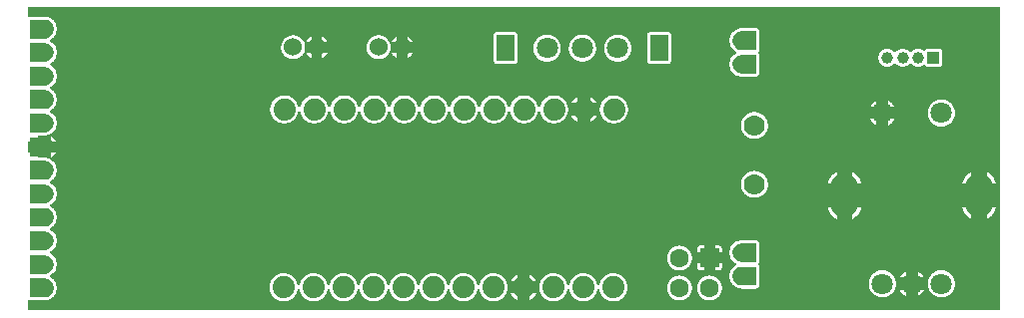
<source format=gtl>
G04 Layer: TopLayer*
G04 EasyEDA v6.2.46, 2019-12-20T21:21:12+01:00*
G04 d37f97ebf7a94133afb56d0d7468e1fa,4a9c1d379d7447c5bd0ffc32acf6fcf4,10*
G04 Gerber Generator version 0.2*
G04 Scale: 100 percent, Rotated: No, Reflected: No *
G04 Dimensions in millimeters *
G04 leading zeros omitted , absolute positions ,3 integer and 3 decimal *
%FSLAX33Y33*%
%MOMM*%
G90*
G71D02*

%ADD11C,1.799996*%
%ADD12R,0.999998X0.999998*%
%ADD13C,0.999998*%
%ADD16C,1.599997*%
%ADD17C,1.879600*%
%ADD18C,1.778000*%
%ADD19C,1.524000*%
%ADD20C,2.399995*%

%LPD*%
G36*
G01X82572Y26032D02*
G01X358Y26032D01*
G01X343Y26031D01*
G01X329Y26028D01*
G01X315Y26023D01*
G01X303Y26016D01*
G01X291Y26007D01*
G01X281Y25997D01*
G01X272Y25985D01*
G01X265Y25973D01*
G01X260Y25959D01*
G01X257Y25945D01*
G01X256Y25930D01*
G01X256Y25297D01*
G01X257Y25282D01*
G01X260Y25268D01*
G01X265Y25255D01*
G01X272Y25242D01*
G01X281Y25230D01*
G01X291Y25220D01*
G01X303Y25211D01*
G01X315Y25204D01*
G01X329Y25199D01*
G01X343Y25196D01*
G01X358Y25195D01*
G01X375Y25197D01*
G01X391Y25201D01*
G01X419Y25209D01*
G01X447Y25213D01*
G01X475Y25215D01*
G01X1675Y25215D01*
G01X1701Y25214D01*
G01X1726Y25210D01*
G01X2032Y25149D01*
G01X2056Y25143D01*
G01X2079Y25135D01*
G01X2102Y25124D01*
G01X2124Y25111D01*
G01X2384Y24938D01*
G01X2404Y24923D01*
G01X2423Y24906D01*
G01X2440Y24887D01*
G01X2455Y24867D01*
G01X2628Y24607D01*
G01X2641Y24585D01*
G01X2652Y24563D01*
G01X2660Y24539D01*
G01X2666Y24515D01*
G01X2727Y24209D01*
G01X2731Y24184D01*
G01X2732Y24159D01*
G01X2731Y24133D01*
G01X2727Y24108D01*
G01X2666Y23802D01*
G01X2660Y23778D01*
G01X2652Y23755D01*
G01X2641Y23732D01*
G01X2628Y23710D01*
G01X2455Y23450D01*
G01X2440Y23430D01*
G01X2423Y23411D01*
G01X2404Y23394D01*
G01X2384Y23379D01*
G01X2179Y23243D01*
G01X2166Y23233D01*
G01X2155Y23220D01*
G01X2146Y23207D01*
G01X2140Y23191D01*
G01X2135Y23175D01*
G01X2134Y23159D01*
G01X2135Y23142D01*
G01X2140Y23126D01*
G01X2146Y23111D01*
G01X2155Y23097D01*
G01X2166Y23084D01*
G01X2179Y23074D01*
G01X2384Y22938D01*
G01X2404Y22923D01*
G01X2423Y22906D01*
G01X2440Y22887D01*
G01X2455Y22867D01*
G01X2628Y22607D01*
G01X2641Y22585D01*
G01X2652Y22563D01*
G01X2660Y22539D01*
G01X2666Y22515D01*
G01X2727Y22209D01*
G01X2731Y22184D01*
G01X2732Y22159D01*
G01X2731Y22133D01*
G01X2727Y22108D01*
G01X2666Y21802D01*
G01X2660Y21778D01*
G01X2652Y21755D01*
G01X2641Y21732D01*
G01X2628Y21710D01*
G01X2455Y21450D01*
G01X2440Y21430D01*
G01X2423Y21411D01*
G01X2404Y21394D01*
G01X2384Y21379D01*
G01X2179Y21243D01*
G01X2166Y21233D01*
G01X2155Y21220D01*
G01X2146Y21206D01*
G01X2140Y21191D01*
G01X2135Y21175D01*
G01X2134Y21159D01*
G01X2135Y21142D01*
G01X2140Y21126D01*
G01X2146Y21111D01*
G01X2155Y21097D01*
G01X2166Y21084D01*
G01X2179Y21074D01*
G01X2384Y20938D01*
G01X2404Y20923D01*
G01X2423Y20906D01*
G01X2440Y20887D01*
G01X2455Y20867D01*
G01X2628Y20607D01*
G01X2641Y20585D01*
G01X2652Y20562D01*
G01X2660Y20539D01*
G01X2666Y20515D01*
G01X2727Y20209D01*
G01X2731Y20184D01*
G01X2732Y20158D01*
G01X2731Y20133D01*
G01X2727Y20108D01*
G01X2666Y19802D01*
G01X2660Y19778D01*
G01X2652Y19754D01*
G01X2641Y19732D01*
G01X2628Y19710D01*
G01X2455Y19450D01*
G01X2440Y19430D01*
G01X2423Y19411D01*
G01X2404Y19394D01*
G01X2384Y19379D01*
G01X2179Y19243D01*
G01X2166Y19233D01*
G01X2155Y19220D01*
G01X2146Y19206D01*
G01X2140Y19191D01*
G01X2135Y19175D01*
G01X2134Y19158D01*
G01X2135Y19142D01*
G01X2140Y19126D01*
G01X2146Y19111D01*
G01X2155Y19097D01*
G01X2166Y19084D01*
G01X2179Y19074D01*
G01X2384Y18938D01*
G01X2404Y18923D01*
G01X2423Y18906D01*
G01X2440Y18887D01*
G01X2455Y18867D01*
G01X2628Y18607D01*
G01X2641Y18585D01*
G01X2652Y18562D01*
G01X2660Y18539D01*
G01X2666Y18515D01*
G01X2727Y18209D01*
G01X2731Y18184D01*
G01X2732Y18158D01*
G01X2731Y18133D01*
G01X2727Y18108D01*
G01X2666Y17802D01*
G01X2660Y17778D01*
G01X2652Y17755D01*
G01X2641Y17732D01*
G01X2628Y17710D01*
G01X2455Y17450D01*
G01X2440Y17430D01*
G01X2423Y17411D01*
G01X2404Y17394D01*
G01X2384Y17379D01*
G01X2179Y17243D01*
G01X2166Y17233D01*
G01X2155Y17220D01*
G01X2146Y17206D01*
G01X2140Y17191D01*
G01X2136Y17175D01*
G01X2134Y17159D01*
G01X2136Y17142D01*
G01X2140Y17126D01*
G01X2146Y17111D01*
G01X2155Y17097D01*
G01X2166Y17084D01*
G01X2179Y17074D01*
G01X2384Y16938D01*
G01X2404Y16923D01*
G01X2423Y16906D01*
G01X2440Y16887D01*
G01X2455Y16867D01*
G01X2628Y16607D01*
G01X2641Y16585D01*
G01X2652Y16563D01*
G01X2660Y16539D01*
G01X2666Y16515D01*
G01X2727Y16209D01*
G01X2731Y16184D01*
G01X2732Y16159D01*
G01X2731Y16133D01*
G01X2727Y16108D01*
G01X2666Y15802D01*
G01X2660Y15778D01*
G01X2652Y15755D01*
G01X2641Y15732D01*
G01X2628Y15710D01*
G01X2455Y15450D01*
G01X2440Y15430D01*
G01X2423Y15411D01*
G01X2404Y15394D01*
G01X2384Y15379D01*
G01X2179Y15243D01*
G01X2168Y15234D01*
G01X2158Y15224D01*
G01X2149Y15212D01*
G01X2142Y15199D01*
G01X2137Y15199D01*
G01X2122Y15198D01*
G01X2107Y15194D01*
G01X2093Y15189D01*
G01X2063Y15176D01*
G01X2032Y15168D01*
G01X1726Y15107D01*
G01X1701Y15103D01*
G01X1675Y15102D01*
G01X1213Y15102D01*
G01X1199Y15101D01*
G01X1185Y15098D01*
G01X1171Y15093D01*
G01X1159Y15086D01*
G01X1147Y15077D01*
G01X1137Y15067D01*
G01X1128Y15055D01*
G01X1121Y15043D01*
G01X1116Y15029D01*
G01X1113Y15015D01*
G01X1112Y15000D01*
G01X1112Y14622D01*
G01X358Y14622D01*
G01X343Y14621D01*
G01X329Y14618D01*
G01X315Y14613D01*
G01X303Y14606D01*
G01X291Y14597D01*
G01X281Y14587D01*
G01X272Y14575D01*
G01X265Y14563D01*
G01X260Y14549D01*
G01X257Y14535D01*
G01X256Y14520D01*
G01X256Y13797D01*
G01X257Y13782D01*
G01X260Y13768D01*
G01X265Y13754D01*
G01X272Y13742D01*
G01X281Y13730D01*
G01X291Y13720D01*
G01X303Y13711D01*
G01X315Y13704D01*
G01X329Y13699D01*
G01X343Y13696D01*
G01X358Y13695D01*
G01X1112Y13695D01*
G01X1112Y13317D01*
G01X1113Y13302D01*
G01X1116Y13288D01*
G01X1121Y13274D01*
G01X1128Y13262D01*
G01X1137Y13250D01*
G01X1147Y13240D01*
G01X1159Y13231D01*
G01X1171Y13224D01*
G01X1185Y13219D01*
G01X1199Y13216D01*
G01X1213Y13215D01*
G01X1675Y13215D01*
G01X1701Y13214D01*
G01X1726Y13210D01*
G01X2032Y13149D01*
G01X2063Y13141D01*
G01X2093Y13128D01*
G01X2107Y13123D01*
G01X2122Y13120D01*
G01X2137Y13118D01*
G01X2142Y13118D01*
G01X2149Y13105D01*
G01X2158Y13094D01*
G01X2168Y13083D01*
G01X2179Y13074D01*
G01X2384Y12938D01*
G01X2404Y12923D01*
G01X2423Y12906D01*
G01X2440Y12887D01*
G01X2455Y12867D01*
G01X2628Y12607D01*
G01X2641Y12585D01*
G01X2652Y12562D01*
G01X2660Y12539D01*
G01X2666Y12515D01*
G01X2727Y12209D01*
G01X2731Y12184D01*
G01X2732Y12159D01*
G01X2731Y12133D01*
G01X2727Y12108D01*
G01X2666Y11802D01*
G01X2660Y11778D01*
G01X2652Y11755D01*
G01X2641Y11732D01*
G01X2628Y11710D01*
G01X2455Y11450D01*
G01X2440Y11430D01*
G01X2423Y11411D01*
G01X2404Y11394D01*
G01X2384Y11379D01*
G01X2179Y11243D01*
G01X2166Y11233D01*
G01X2155Y11220D01*
G01X2146Y11206D01*
G01X2140Y11191D01*
G01X2135Y11175D01*
G01X2134Y11159D01*
G01X2135Y11142D01*
G01X2140Y11126D01*
G01X2146Y11111D01*
G01X2155Y11097D01*
G01X2166Y11084D01*
G01X2179Y11074D01*
G01X2384Y10938D01*
G01X2404Y10923D01*
G01X2423Y10906D01*
G01X2440Y10887D01*
G01X2455Y10867D01*
G01X2628Y10607D01*
G01X2641Y10585D01*
G01X2652Y10563D01*
G01X2660Y10539D01*
G01X2666Y10515D01*
G01X2727Y10209D01*
G01X2731Y10184D01*
G01X2732Y10159D01*
G01X2731Y10133D01*
G01X2727Y10108D01*
G01X2666Y9802D01*
G01X2660Y9778D01*
G01X2652Y9755D01*
G01X2641Y9732D01*
G01X2628Y9710D01*
G01X2455Y9450D01*
G01X2440Y9430D01*
G01X2423Y9411D01*
G01X2404Y9394D01*
G01X2384Y9379D01*
G01X2179Y9243D01*
G01X2166Y9233D01*
G01X2155Y9220D01*
G01X2146Y9206D01*
G01X2140Y9191D01*
G01X2135Y9175D01*
G01X2134Y9159D01*
G01X2135Y9142D01*
G01X2140Y9126D01*
G01X2146Y9111D01*
G01X2155Y9097D01*
G01X2166Y9084D01*
G01X2179Y9074D01*
G01X2384Y8938D01*
G01X2404Y8923D01*
G01X2423Y8906D01*
G01X2440Y8887D01*
G01X2455Y8867D01*
G01X2628Y8607D01*
G01X2641Y8585D01*
G01X2652Y8563D01*
G01X2660Y8539D01*
G01X2666Y8515D01*
G01X2727Y8209D01*
G01X2731Y8184D01*
G01X2732Y8159D01*
G01X2731Y8133D01*
G01X2727Y8108D01*
G01X2666Y7802D01*
G01X2660Y7778D01*
G01X2652Y7755D01*
G01X2641Y7732D01*
G01X2628Y7710D01*
G01X2455Y7450D01*
G01X2440Y7430D01*
G01X2423Y7411D01*
G01X2404Y7394D01*
G01X2384Y7379D01*
G01X2179Y7243D01*
G01X2166Y7233D01*
G01X2155Y7220D01*
G01X2146Y7206D01*
G01X2140Y7191D01*
G01X2135Y7175D01*
G01X2134Y7159D01*
G01X2135Y7142D01*
G01X2140Y7126D01*
G01X2146Y7111D01*
G01X2155Y7097D01*
G01X2166Y7084D01*
G01X2179Y7074D01*
G01X2384Y6938D01*
G01X2404Y6923D01*
G01X2423Y6906D01*
G01X2440Y6887D01*
G01X2455Y6867D01*
G01X2628Y6607D01*
G01X2641Y6585D01*
G01X2652Y6562D01*
G01X2660Y6539D01*
G01X2666Y6515D01*
G01X2727Y6209D01*
G01X2731Y6184D01*
G01X2732Y6158D01*
G01X2731Y6133D01*
G01X2727Y6108D01*
G01X2666Y5802D01*
G01X2660Y5778D01*
G01X2652Y5754D01*
G01X2641Y5732D01*
G01X2628Y5710D01*
G01X2455Y5450D01*
G01X2440Y5430D01*
G01X2423Y5411D01*
G01X2404Y5394D01*
G01X2384Y5379D01*
G01X2179Y5243D01*
G01X2166Y5233D01*
G01X2155Y5220D01*
G01X2146Y5206D01*
G01X2140Y5191D01*
G01X2135Y5175D01*
G01X2134Y5158D01*
G01X2135Y5142D01*
G01X2140Y5126D01*
G01X2146Y5111D01*
G01X2155Y5097D01*
G01X2166Y5084D01*
G01X2179Y5074D01*
G01X2384Y4938D01*
G01X2404Y4923D01*
G01X2423Y4906D01*
G01X2440Y4887D01*
G01X2455Y4867D01*
G01X2628Y4607D01*
G01X2641Y4585D01*
G01X2652Y4562D01*
G01X2660Y4539D01*
G01X2666Y4515D01*
G01X2727Y4209D01*
G01X2731Y4184D01*
G01X2732Y4158D01*
G01X2731Y4133D01*
G01X2727Y4108D01*
G01X2666Y3802D01*
G01X2660Y3778D01*
G01X2652Y3755D01*
G01X2641Y3732D01*
G01X2628Y3710D01*
G01X2455Y3450D01*
G01X2440Y3430D01*
G01X2423Y3411D01*
G01X2404Y3394D01*
G01X2384Y3379D01*
G01X2179Y3243D01*
G01X2166Y3233D01*
G01X2155Y3220D01*
G01X2146Y3206D01*
G01X2140Y3191D01*
G01X2135Y3175D01*
G01X2134Y3158D01*
G01X2135Y3142D01*
G01X2140Y3126D01*
G01X2146Y3111D01*
G01X2155Y3097D01*
G01X2166Y3084D01*
G01X2179Y3074D01*
G01X2384Y2938D01*
G01X2404Y2923D01*
G01X2423Y2906D01*
G01X2440Y2887D01*
G01X2455Y2867D01*
G01X2628Y2607D01*
G01X2641Y2585D01*
G01X2652Y2562D01*
G01X2660Y2539D01*
G01X2666Y2515D01*
G01X2727Y2209D01*
G01X2731Y2184D01*
G01X2732Y2158D01*
G01X2731Y2133D01*
G01X2727Y2108D01*
G01X2666Y1802D01*
G01X2660Y1778D01*
G01X2652Y1755D01*
G01X2641Y1732D01*
G01X2628Y1710D01*
G01X2455Y1450D01*
G01X2440Y1430D01*
G01X2423Y1411D01*
G01X2404Y1394D01*
G01X2384Y1379D01*
G01X2124Y1206D01*
G01X2102Y1193D01*
G01X2079Y1182D01*
G01X2056Y1174D01*
G01X2032Y1168D01*
G01X1726Y1107D01*
G01X1701Y1103D01*
G01X1675Y1102D01*
G01X475Y1102D01*
G01X447Y1104D01*
G01X419Y1108D01*
G01X391Y1116D01*
G01X375Y1120D01*
G01X358Y1122D01*
G01X343Y1121D01*
G01X329Y1118D01*
G01X315Y1113D01*
G01X303Y1106D01*
G01X291Y1097D01*
G01X281Y1087D01*
G01X272Y1075D01*
G01X265Y1063D01*
G01X260Y1049D01*
G01X257Y1035D01*
G01X256Y1020D01*
G01X256Y358D01*
G01X257Y343D01*
G01X260Y329D01*
G01X265Y315D01*
G01X272Y303D01*
G01X281Y291D01*
G01X291Y281D01*
G01X303Y272D01*
G01X315Y265D01*
G01X329Y260D01*
G01X343Y257D01*
G01X358Y256D01*
G01X82572Y256D01*
G01X82587Y257D01*
G01X82601Y260D01*
G01X82615Y265D01*
G01X82627Y272D01*
G01X82639Y281D01*
G01X82649Y291D01*
G01X82658Y303D01*
G01X82665Y315D01*
G01X82670Y329D01*
G01X82673Y343D01*
G01X82674Y358D01*
G01X82674Y25930D01*
G01X82673Y25945D01*
G01X82670Y25959D01*
G01X82665Y25973D01*
G01X82658Y25985D01*
G01X82649Y25997D01*
G01X82639Y26007D01*
G01X82627Y26016D01*
G01X82615Y26023D01*
G01X82601Y26028D01*
G01X82587Y26031D01*
G01X82572Y26032D01*
G37*

%LPC*%
G36*
G01X22045Y18530D02*
G01X21996Y18531D01*
G01X21946Y18530D01*
G01X21897Y18527D01*
G01X21848Y18522D01*
G01X21799Y18515D01*
G01X21750Y18506D01*
G01X21702Y18495D01*
G01X21655Y18482D01*
G01X21607Y18467D01*
G01X21515Y18431D01*
G01X21470Y18410D01*
G01X21427Y18387D01*
G01X21384Y18363D01*
G01X21342Y18337D01*
G01X21301Y18309D01*
G01X21261Y18279D01*
G01X21223Y18248D01*
G01X21186Y18215D01*
G01X21150Y18181D01*
G01X21116Y18145D01*
G01X21083Y18108D01*
G01X21052Y18070D01*
G01X21022Y18030D01*
G01X20994Y17989D01*
G01X20968Y17947D01*
G01X20944Y17904D01*
G01X20921Y17860D01*
G01X20900Y17816D01*
G01X20881Y17770D01*
G01X20864Y17723D01*
G01X20849Y17676D01*
G01X20836Y17629D01*
G01X20825Y17581D01*
G01X20816Y17532D01*
G01X20809Y17483D01*
G01X20804Y17434D01*
G01X20801Y17384D01*
G01X20800Y17335D01*
G01X20801Y17286D01*
G01X20804Y17236D01*
G01X20809Y17187D01*
G01X20816Y17138D01*
G01X20825Y17089D01*
G01X20836Y17041D01*
G01X20849Y16994D01*
G01X20864Y16947D01*
G01X20881Y16900D01*
G01X20900Y16854D01*
G01X20921Y16810D01*
G01X20944Y16766D01*
G01X20968Y16723D01*
G01X20994Y16681D01*
G01X21022Y16640D01*
G01X21052Y16600D01*
G01X21083Y16562D01*
G01X21116Y16525D01*
G01X21150Y16489D01*
G01X21186Y16455D01*
G01X21223Y16422D01*
G01X21261Y16391D01*
G01X21301Y16361D01*
G01X21342Y16333D01*
G01X21384Y16307D01*
G01X21427Y16283D01*
G01X21470Y16260D01*
G01X21515Y16239D01*
G01X21607Y16203D01*
G01X21655Y16188D01*
G01X21702Y16175D01*
G01X21750Y16164D01*
G01X21799Y16155D01*
G01X21848Y16148D01*
G01X21897Y16143D01*
G01X21946Y16140D01*
G01X21996Y16139D01*
G01X22045Y16140D01*
G01X22095Y16143D01*
G01X22144Y16148D01*
G01X22193Y16155D01*
G01X22241Y16164D01*
G01X22289Y16175D01*
G01X22337Y16188D01*
G01X22384Y16203D01*
G01X22430Y16220D01*
G01X22476Y16239D01*
G01X22521Y16260D01*
G01X22565Y16283D01*
G01X22608Y16307D01*
G01X22650Y16333D01*
G01X22691Y16361D01*
G01X22730Y16390D01*
G01X22769Y16422D01*
G01X22806Y16454D01*
G01X22841Y16488D01*
G01X22875Y16524D01*
G01X22908Y16561D01*
G01X22939Y16599D01*
G01X22969Y16639D01*
G01X22997Y16680D01*
G01X23023Y16722D01*
G01X23048Y16765D01*
G01X23070Y16809D01*
G01X23091Y16853D01*
G01X23110Y16899D01*
G01X23127Y16945D01*
G01X23142Y16992D01*
G01X23155Y17040D01*
G01X23166Y17088D01*
G01X23171Y17103D01*
G01X23177Y17117D01*
G01X23186Y17130D01*
G01X23196Y17141D01*
G01X23208Y17151D01*
G01X23221Y17158D01*
G01X23236Y17164D01*
G01X23251Y17168D01*
G01X23266Y17169D01*
G01X23281Y17168D01*
G01X23296Y17164D01*
G01X23310Y17158D01*
G01X23324Y17151D01*
G01X23336Y17141D01*
G01X23346Y17130D01*
G01X23355Y17117D01*
G01X23361Y17103D01*
G01X23365Y17088D01*
G01X23377Y17040D01*
G01X23390Y16992D01*
G01X23405Y16945D01*
G01X23422Y16899D01*
G01X23441Y16853D01*
G01X23462Y16809D01*
G01X23484Y16765D01*
G01X23509Y16722D01*
G01X23535Y16680D01*
G01X23563Y16639D01*
G01X23592Y16599D01*
G01X23624Y16561D01*
G01X23656Y16524D01*
G01X23691Y16488D01*
G01X23726Y16454D01*
G01X23763Y16422D01*
G01X23802Y16390D01*
G01X23841Y16361D01*
G01X23882Y16333D01*
G01X23924Y16307D01*
G01X23967Y16283D01*
G01X24011Y16260D01*
G01X24056Y16239D01*
G01X24101Y16220D01*
G01X24148Y16203D01*
G01X24195Y16188D01*
G01X24242Y16175D01*
G01X24291Y16164D01*
G01X24339Y16155D01*
G01X24388Y16148D01*
G01X24437Y16143D01*
G01X24487Y16140D01*
G01X24536Y16139D01*
G01X24585Y16140D01*
G01X24635Y16143D01*
G01X24684Y16148D01*
G01X24733Y16155D01*
G01X24781Y16164D01*
G01X24829Y16175D01*
G01X24877Y16188D01*
G01X24924Y16203D01*
G01X24970Y16220D01*
G01X25016Y16239D01*
G01X25061Y16260D01*
G01X25105Y16283D01*
G01X25148Y16307D01*
G01X25190Y16333D01*
G01X25231Y16361D01*
G01X25270Y16390D01*
G01X25309Y16422D01*
G01X25346Y16454D01*
G01X25381Y16488D01*
G01X25415Y16524D01*
G01X25448Y16561D01*
G01X25479Y16599D01*
G01X25509Y16639D01*
G01X25537Y16680D01*
G01X25563Y16722D01*
G01X25588Y16765D01*
G01X25610Y16809D01*
G01X25631Y16853D01*
G01X25650Y16899D01*
G01X25667Y16945D01*
G01X25682Y16992D01*
G01X25695Y17040D01*
G01X25706Y17088D01*
G01X25711Y17103D01*
G01X25717Y17117D01*
G01X25726Y17130D01*
G01X25736Y17141D01*
G01X25748Y17151D01*
G01X25761Y17158D01*
G01X25776Y17164D01*
G01X25791Y17168D01*
G01X25806Y17169D01*
G01X25821Y17168D01*
G01X25836Y17164D01*
G01X25850Y17158D01*
G01X25864Y17151D01*
G01X25876Y17141D01*
G01X25886Y17130D01*
G01X25895Y17117D01*
G01X25901Y17103D01*
G01X25905Y17088D01*
G01X25917Y17040D01*
G01X25930Y16992D01*
G01X25945Y16945D01*
G01X25962Y16899D01*
G01X25981Y16853D01*
G01X26002Y16809D01*
G01X26024Y16765D01*
G01X26049Y16722D01*
G01X26075Y16680D01*
G01X26103Y16639D01*
G01X26132Y16599D01*
G01X26164Y16561D01*
G01X26196Y16524D01*
G01X26231Y16488D01*
G01X26266Y16454D01*
G01X26303Y16422D01*
G01X26342Y16390D01*
G01X26381Y16361D01*
G01X26422Y16333D01*
G01X26464Y16307D01*
G01X26507Y16283D01*
G01X26551Y16260D01*
G01X26596Y16239D01*
G01X26641Y16220D01*
G01X26688Y16203D01*
G01X26735Y16188D01*
G01X26782Y16175D01*
G01X26831Y16164D01*
G01X26879Y16155D01*
G01X26928Y16148D01*
G01X26977Y16143D01*
G01X27027Y16140D01*
G01X27076Y16139D01*
G01X27125Y16140D01*
G01X27175Y16143D01*
G01X27224Y16148D01*
G01X27273Y16155D01*
G01X27321Y16164D01*
G01X27369Y16175D01*
G01X27417Y16188D01*
G01X27464Y16203D01*
G01X27510Y16220D01*
G01X27556Y16239D01*
G01X27601Y16260D01*
G01X27645Y16283D01*
G01X27688Y16307D01*
G01X27730Y16333D01*
G01X27771Y16361D01*
G01X27810Y16390D01*
G01X27849Y16422D01*
G01X27886Y16454D01*
G01X27921Y16488D01*
G01X27955Y16524D01*
G01X27988Y16561D01*
G01X28019Y16599D01*
G01X28049Y16639D01*
G01X28077Y16680D01*
G01X28103Y16722D01*
G01X28128Y16765D01*
G01X28150Y16809D01*
G01X28171Y16853D01*
G01X28190Y16899D01*
G01X28207Y16945D01*
G01X28222Y16992D01*
G01X28235Y17040D01*
G01X28246Y17088D01*
G01X28251Y17103D01*
G01X28257Y17117D01*
G01X28266Y17130D01*
G01X28276Y17141D01*
G01X28288Y17151D01*
G01X28301Y17158D01*
G01X28316Y17164D01*
G01X28331Y17168D01*
G01X28346Y17169D01*
G01X28361Y17168D01*
G01X28376Y17164D01*
G01X28390Y17158D01*
G01X28404Y17151D01*
G01X28416Y17141D01*
G01X28426Y17130D01*
G01X28435Y17117D01*
G01X28441Y17103D01*
G01X28445Y17088D01*
G01X28457Y17040D01*
G01X28470Y16992D01*
G01X28485Y16945D01*
G01X28502Y16899D01*
G01X28521Y16853D01*
G01X28542Y16809D01*
G01X28564Y16765D01*
G01X28589Y16722D01*
G01X28615Y16680D01*
G01X28643Y16639D01*
G01X28672Y16599D01*
G01X28704Y16561D01*
G01X28736Y16524D01*
G01X28771Y16488D01*
G01X28806Y16454D01*
G01X28843Y16422D01*
G01X28882Y16390D01*
G01X28921Y16361D01*
G01X28962Y16333D01*
G01X29004Y16307D01*
G01X29047Y16283D01*
G01X29091Y16260D01*
G01X29136Y16239D01*
G01X29181Y16220D01*
G01X29228Y16203D01*
G01X29275Y16188D01*
G01X29322Y16175D01*
G01X29371Y16164D01*
G01X29419Y16155D01*
G01X29468Y16148D01*
G01X29517Y16143D01*
G01X29567Y16140D01*
G01X29616Y16139D01*
G01X29665Y16140D01*
G01X29715Y16143D01*
G01X29764Y16148D01*
G01X29813Y16155D01*
G01X29861Y16164D01*
G01X29909Y16175D01*
G01X29957Y16188D01*
G01X30004Y16203D01*
G01X30050Y16220D01*
G01X30096Y16239D01*
G01X30141Y16260D01*
G01X30185Y16283D01*
G01X30228Y16307D01*
G01X30270Y16333D01*
G01X30311Y16361D01*
G01X30350Y16390D01*
G01X30389Y16422D01*
G01X30426Y16454D01*
G01X30461Y16488D01*
G01X30495Y16524D01*
G01X30528Y16561D01*
G01X30559Y16599D01*
G01X30589Y16639D01*
G01X30617Y16680D01*
G01X30643Y16722D01*
G01X30668Y16765D01*
G01X30690Y16809D01*
G01X30711Y16853D01*
G01X30730Y16899D01*
G01X30747Y16945D01*
G01X30762Y16992D01*
G01X30775Y17040D01*
G01X30786Y17088D01*
G01X30791Y17103D01*
G01X30797Y17117D01*
G01X30806Y17130D01*
G01X30816Y17141D01*
G01X30828Y17151D01*
G01X30841Y17158D01*
G01X30856Y17164D01*
G01X30871Y17168D01*
G01X30886Y17169D01*
G01X30901Y17168D01*
G01X30916Y17164D01*
G01X30930Y17158D01*
G01X30944Y17151D01*
G01X30956Y17141D01*
G01X30966Y17130D01*
G01X30975Y17117D01*
G01X30981Y17103D01*
G01X30985Y17088D01*
G01X30997Y17040D01*
G01X31010Y16992D01*
G01X31025Y16945D01*
G01X31042Y16899D01*
G01X31061Y16853D01*
G01X31082Y16809D01*
G01X31104Y16765D01*
G01X31129Y16722D01*
G01X31155Y16680D01*
G01X31183Y16639D01*
G01X31212Y16599D01*
G01X31244Y16561D01*
G01X31276Y16524D01*
G01X31311Y16488D01*
G01X31346Y16454D01*
G01X31383Y16422D01*
G01X31422Y16390D01*
G01X31461Y16361D01*
G01X31502Y16333D01*
G01X31544Y16307D01*
G01X31587Y16283D01*
G01X31631Y16260D01*
G01X31676Y16239D01*
G01X31721Y16220D01*
G01X31768Y16203D01*
G01X31815Y16188D01*
G01X31862Y16175D01*
G01X31911Y16164D01*
G01X31959Y16155D01*
G01X32008Y16148D01*
G01X32057Y16143D01*
G01X32107Y16140D01*
G01X32156Y16139D01*
G01X32205Y16140D01*
G01X32255Y16143D01*
G01X32304Y16148D01*
G01X32353Y16155D01*
G01X32401Y16164D01*
G01X32449Y16175D01*
G01X32497Y16188D01*
G01X32544Y16203D01*
G01X32590Y16220D01*
G01X32636Y16239D01*
G01X32681Y16260D01*
G01X32725Y16283D01*
G01X32768Y16307D01*
G01X32810Y16333D01*
G01X32851Y16361D01*
G01X32890Y16390D01*
G01X32929Y16422D01*
G01X32966Y16454D01*
G01X33001Y16488D01*
G01X33035Y16524D01*
G01X33068Y16561D01*
G01X33099Y16599D01*
G01X33129Y16639D01*
G01X33157Y16680D01*
G01X33183Y16722D01*
G01X33208Y16765D01*
G01X33230Y16809D01*
G01X33251Y16853D01*
G01X33270Y16899D01*
G01X33287Y16945D01*
G01X33302Y16992D01*
G01X33315Y17040D01*
G01X33326Y17088D01*
G01X33331Y17103D01*
G01X33337Y17117D01*
G01X33346Y17130D01*
G01X33356Y17141D01*
G01X33368Y17151D01*
G01X33381Y17158D01*
G01X33396Y17164D01*
G01X33411Y17168D01*
G01X33426Y17169D01*
G01X33441Y17168D01*
G01X33456Y17164D01*
G01X33470Y17158D01*
G01X33484Y17151D01*
G01X33496Y17141D01*
G01X33506Y17130D01*
G01X33515Y17117D01*
G01X33521Y17103D01*
G01X33525Y17088D01*
G01X33537Y17040D01*
G01X33550Y16992D01*
G01X33565Y16945D01*
G01X33582Y16899D01*
G01X33601Y16853D01*
G01X33622Y16809D01*
G01X33644Y16765D01*
G01X33669Y16722D01*
G01X33695Y16680D01*
G01X33723Y16639D01*
G01X33752Y16599D01*
G01X33784Y16561D01*
G01X33816Y16524D01*
G01X33851Y16488D01*
G01X33886Y16454D01*
G01X33923Y16422D01*
G01X33962Y16390D01*
G01X34001Y16361D01*
G01X34042Y16333D01*
G01X34084Y16307D01*
G01X34127Y16283D01*
G01X34171Y16260D01*
G01X34216Y16239D01*
G01X34261Y16220D01*
G01X34308Y16203D01*
G01X34355Y16188D01*
G01X34402Y16175D01*
G01X34451Y16164D01*
G01X34499Y16155D01*
G01X34548Y16148D01*
G01X34597Y16143D01*
G01X34647Y16140D01*
G01X34696Y16139D01*
G01X34745Y16140D01*
G01X34795Y16143D01*
G01X34844Y16148D01*
G01X34893Y16155D01*
G01X34941Y16164D01*
G01X34989Y16175D01*
G01X35037Y16188D01*
G01X35084Y16203D01*
G01X35130Y16220D01*
G01X35176Y16239D01*
G01X35221Y16260D01*
G01X35265Y16283D01*
G01X35308Y16307D01*
G01X35350Y16333D01*
G01X35391Y16361D01*
G01X35430Y16390D01*
G01X35469Y16422D01*
G01X35506Y16454D01*
G01X35541Y16488D01*
G01X35575Y16524D01*
G01X35608Y16561D01*
G01X35639Y16599D01*
G01X35669Y16639D01*
G01X35697Y16680D01*
G01X35723Y16722D01*
G01X35748Y16765D01*
G01X35770Y16809D01*
G01X35791Y16853D01*
G01X35810Y16899D01*
G01X35827Y16945D01*
G01X35842Y16992D01*
G01X35855Y17040D01*
G01X35866Y17088D01*
G01X35871Y17103D01*
G01X35877Y17117D01*
G01X35886Y17130D01*
G01X35896Y17141D01*
G01X35908Y17151D01*
G01X35921Y17158D01*
G01X35936Y17164D01*
G01X35951Y17168D01*
G01X35966Y17169D01*
G01X35981Y17168D01*
G01X35996Y17164D01*
G01X36010Y17158D01*
G01X36024Y17151D01*
G01X36036Y17141D01*
G01X36046Y17130D01*
G01X36055Y17117D01*
G01X36061Y17103D01*
G01X36065Y17088D01*
G01X36077Y17040D01*
G01X36090Y16992D01*
G01X36105Y16945D01*
G01X36122Y16899D01*
G01X36141Y16853D01*
G01X36162Y16809D01*
G01X36184Y16765D01*
G01X36209Y16722D01*
G01X36235Y16680D01*
G01X36263Y16639D01*
G01X36292Y16599D01*
G01X36324Y16561D01*
G01X36356Y16524D01*
G01X36391Y16488D01*
G01X36426Y16454D01*
G01X36463Y16422D01*
G01X36502Y16390D01*
G01X36541Y16361D01*
G01X36582Y16333D01*
G01X36624Y16307D01*
G01X36667Y16283D01*
G01X36711Y16260D01*
G01X36756Y16239D01*
G01X36801Y16220D01*
G01X36848Y16203D01*
G01X36895Y16188D01*
G01X36942Y16175D01*
G01X36991Y16164D01*
G01X37039Y16155D01*
G01X37088Y16148D01*
G01X37137Y16143D01*
G01X37187Y16140D01*
G01X37236Y16139D01*
G01X37285Y16140D01*
G01X37335Y16143D01*
G01X37384Y16148D01*
G01X37433Y16155D01*
G01X37481Y16164D01*
G01X37529Y16175D01*
G01X37577Y16188D01*
G01X37624Y16203D01*
G01X37670Y16220D01*
G01X37716Y16239D01*
G01X37761Y16260D01*
G01X37805Y16283D01*
G01X37848Y16307D01*
G01X37890Y16333D01*
G01X37931Y16361D01*
G01X37970Y16390D01*
G01X38009Y16422D01*
G01X38046Y16454D01*
G01X38081Y16488D01*
G01X38115Y16524D01*
G01X38148Y16561D01*
G01X38179Y16599D01*
G01X38209Y16639D01*
G01X38237Y16680D01*
G01X38263Y16722D01*
G01X38288Y16765D01*
G01X38310Y16809D01*
G01X38331Y16853D01*
G01X38350Y16899D01*
G01X38367Y16945D01*
G01X38382Y16992D01*
G01X38395Y17040D01*
G01X38406Y17088D01*
G01X38411Y17103D01*
G01X38417Y17117D01*
G01X38426Y17130D01*
G01X38436Y17141D01*
G01X38448Y17151D01*
G01X38461Y17158D01*
G01X38476Y17164D01*
G01X38491Y17168D01*
G01X38506Y17169D01*
G01X38521Y17168D01*
G01X38536Y17164D01*
G01X38550Y17158D01*
G01X38564Y17151D01*
G01X38576Y17141D01*
G01X38586Y17130D01*
G01X38595Y17117D01*
G01X38601Y17103D01*
G01X38605Y17088D01*
G01X38617Y17040D01*
G01X38630Y16992D01*
G01X38645Y16945D01*
G01X38662Y16899D01*
G01X38681Y16853D01*
G01X38702Y16809D01*
G01X38724Y16765D01*
G01X38749Y16722D01*
G01X38775Y16680D01*
G01X38803Y16639D01*
G01X38832Y16599D01*
G01X38864Y16561D01*
G01X38896Y16524D01*
G01X38931Y16488D01*
G01X38966Y16454D01*
G01X39003Y16422D01*
G01X39042Y16390D01*
G01X39081Y16361D01*
G01X39122Y16333D01*
G01X39164Y16307D01*
G01X39207Y16283D01*
G01X39251Y16260D01*
G01X39296Y16239D01*
G01X39341Y16220D01*
G01X39388Y16203D01*
G01X39435Y16188D01*
G01X39482Y16175D01*
G01X39531Y16164D01*
G01X39579Y16155D01*
G01X39628Y16148D01*
G01X39677Y16143D01*
G01X39727Y16140D01*
G01X39776Y16139D01*
G01X39825Y16140D01*
G01X39875Y16143D01*
G01X39924Y16148D01*
G01X39973Y16155D01*
G01X40021Y16164D01*
G01X40069Y16175D01*
G01X40117Y16188D01*
G01X40164Y16203D01*
G01X40210Y16220D01*
G01X40256Y16239D01*
G01X40301Y16260D01*
G01X40345Y16283D01*
G01X40388Y16307D01*
G01X40430Y16333D01*
G01X40471Y16361D01*
G01X40510Y16390D01*
G01X40549Y16422D01*
G01X40586Y16454D01*
G01X40621Y16488D01*
G01X40655Y16524D01*
G01X40688Y16561D01*
G01X40719Y16599D01*
G01X40749Y16639D01*
G01X40777Y16680D01*
G01X40803Y16722D01*
G01X40828Y16765D01*
G01X40850Y16809D01*
G01X40871Y16853D01*
G01X40890Y16899D01*
G01X40907Y16945D01*
G01X40922Y16992D01*
G01X40935Y17040D01*
G01X40946Y17088D01*
G01X40951Y17103D01*
G01X40957Y17117D01*
G01X40966Y17130D01*
G01X40976Y17141D01*
G01X40988Y17151D01*
G01X41001Y17158D01*
G01X41016Y17164D01*
G01X41031Y17168D01*
G01X41046Y17169D01*
G01X41061Y17168D01*
G01X41076Y17164D01*
G01X41090Y17158D01*
G01X41104Y17151D01*
G01X41116Y17141D01*
G01X41126Y17130D01*
G01X41135Y17117D01*
G01X41141Y17103D01*
G01X41145Y17088D01*
G01X41157Y17040D01*
G01X41170Y16992D01*
G01X41185Y16945D01*
G01X41202Y16899D01*
G01X41221Y16853D01*
G01X41242Y16809D01*
G01X41264Y16765D01*
G01X41289Y16722D01*
G01X41315Y16680D01*
G01X41343Y16639D01*
G01X41372Y16599D01*
G01X41404Y16561D01*
G01X41436Y16524D01*
G01X41471Y16488D01*
G01X41506Y16454D01*
G01X41543Y16422D01*
G01X41582Y16390D01*
G01X41621Y16361D01*
G01X41662Y16333D01*
G01X41704Y16307D01*
G01X41747Y16283D01*
G01X41791Y16260D01*
G01X41836Y16239D01*
G01X41881Y16220D01*
G01X41928Y16203D01*
G01X41975Y16188D01*
G01X42022Y16175D01*
G01X42071Y16164D01*
G01X42119Y16155D01*
G01X42168Y16148D01*
G01X42217Y16143D01*
G01X42267Y16140D01*
G01X42316Y16139D01*
G01X42365Y16140D01*
G01X42415Y16143D01*
G01X42464Y16148D01*
G01X42513Y16155D01*
G01X42561Y16164D01*
G01X42609Y16175D01*
G01X42657Y16188D01*
G01X42704Y16203D01*
G01X42750Y16220D01*
G01X42796Y16239D01*
G01X42841Y16260D01*
G01X42885Y16283D01*
G01X42928Y16307D01*
G01X42970Y16333D01*
G01X43011Y16361D01*
G01X43050Y16390D01*
G01X43089Y16422D01*
G01X43126Y16454D01*
G01X43161Y16488D01*
G01X43195Y16524D01*
G01X43228Y16561D01*
G01X43259Y16599D01*
G01X43289Y16639D01*
G01X43317Y16680D01*
G01X43343Y16722D01*
G01X43368Y16765D01*
G01X43390Y16809D01*
G01X43411Y16853D01*
G01X43430Y16899D01*
G01X43447Y16945D01*
G01X43462Y16992D01*
G01X43475Y17040D01*
G01X43486Y17088D01*
G01X43491Y17103D01*
G01X43497Y17117D01*
G01X43506Y17130D01*
G01X43516Y17141D01*
G01X43528Y17151D01*
G01X43541Y17158D01*
G01X43556Y17164D01*
G01X43571Y17168D01*
G01X43586Y17169D01*
G01X43601Y17168D01*
G01X43616Y17164D01*
G01X43630Y17158D01*
G01X43644Y17151D01*
G01X43656Y17141D01*
G01X43666Y17130D01*
G01X43675Y17117D01*
G01X43681Y17103D01*
G01X43685Y17088D01*
G01X43697Y17040D01*
G01X43710Y16992D01*
G01X43725Y16945D01*
G01X43742Y16899D01*
G01X43761Y16853D01*
G01X43782Y16809D01*
G01X43804Y16765D01*
G01X43829Y16722D01*
G01X43855Y16680D01*
G01X43883Y16639D01*
G01X43912Y16599D01*
G01X43944Y16561D01*
G01X43976Y16524D01*
G01X44011Y16488D01*
G01X44046Y16454D01*
G01X44083Y16422D01*
G01X44122Y16390D01*
G01X44161Y16361D01*
G01X44202Y16333D01*
G01X44244Y16307D01*
G01X44287Y16283D01*
G01X44331Y16260D01*
G01X44376Y16239D01*
G01X44421Y16220D01*
G01X44468Y16203D01*
G01X44515Y16188D01*
G01X44562Y16175D01*
G01X44611Y16164D01*
G01X44659Y16155D01*
G01X44708Y16148D01*
G01X44757Y16143D01*
G01X44807Y16140D01*
G01X44856Y16139D01*
G01X44905Y16140D01*
G01X44955Y16143D01*
G01X45004Y16148D01*
G01X45053Y16155D01*
G01X45101Y16164D01*
G01X45149Y16175D01*
G01X45197Y16188D01*
G01X45244Y16203D01*
G01X45290Y16220D01*
G01X45336Y16239D01*
G01X45381Y16260D01*
G01X45425Y16283D01*
G01X45468Y16307D01*
G01X45510Y16333D01*
G01X45551Y16361D01*
G01X45590Y16390D01*
G01X45629Y16422D01*
G01X45666Y16454D01*
G01X45701Y16488D01*
G01X45735Y16524D01*
G01X45768Y16561D01*
G01X45799Y16599D01*
G01X45829Y16639D01*
G01X45857Y16680D01*
G01X45883Y16722D01*
G01X45908Y16765D01*
G01X45930Y16809D01*
G01X45951Y16853D01*
G01X45970Y16899D01*
G01X45987Y16945D01*
G01X46002Y16992D01*
G01X46015Y17040D01*
G01X46026Y17088D01*
G01X46036Y17137D01*
G01X46043Y17186D01*
G01X46048Y17236D01*
G01X46051Y17285D01*
G01X46052Y17335D01*
G01X46051Y17385D01*
G01X46048Y17434D01*
G01X46043Y17484D01*
G01X46036Y17533D01*
G01X46026Y17582D01*
G01X46015Y17630D01*
G01X46002Y17678D01*
G01X45987Y17725D01*
G01X45970Y17771D01*
G01X45951Y17817D01*
G01X45930Y17861D01*
G01X45908Y17905D01*
G01X45883Y17948D01*
G01X45857Y17990D01*
G01X45829Y18031D01*
G01X45799Y18071D01*
G01X45768Y18109D01*
G01X45735Y18146D01*
G01X45701Y18182D01*
G01X45666Y18216D01*
G01X45629Y18248D01*
G01X45590Y18280D01*
G01X45551Y18309D01*
G01X45510Y18337D01*
G01X45468Y18363D01*
G01X45425Y18387D01*
G01X45381Y18410D01*
G01X45336Y18431D01*
G01X45290Y18450D01*
G01X45244Y18467D01*
G01X45197Y18482D01*
G01X45149Y18495D01*
G01X45101Y18506D01*
G01X45053Y18515D01*
G01X45004Y18522D01*
G01X44955Y18527D01*
G01X44905Y18530D01*
G01X44856Y18531D01*
G01X44807Y18530D01*
G01X44757Y18527D01*
G01X44708Y18522D01*
G01X44659Y18515D01*
G01X44611Y18506D01*
G01X44562Y18495D01*
G01X44515Y18482D01*
G01X44468Y18467D01*
G01X44421Y18450D01*
G01X44376Y18431D01*
G01X44331Y18410D01*
G01X44287Y18387D01*
G01X44244Y18363D01*
G01X44202Y18337D01*
G01X44161Y18309D01*
G01X44122Y18280D01*
G01X44083Y18248D01*
G01X44046Y18216D01*
G01X44011Y18182D01*
G01X43976Y18146D01*
G01X43944Y18109D01*
G01X43912Y18071D01*
G01X43883Y18031D01*
G01X43855Y17990D01*
G01X43829Y17948D01*
G01X43804Y17905D01*
G01X43782Y17861D01*
G01X43761Y17817D01*
G01X43742Y17771D01*
G01X43725Y17725D01*
G01X43710Y17678D01*
G01X43697Y17630D01*
G01X43685Y17582D01*
G01X43681Y17567D01*
G01X43675Y17553D01*
G01X43666Y17540D01*
G01X43656Y17529D01*
G01X43644Y17519D01*
G01X43630Y17512D01*
G01X43616Y17506D01*
G01X43601Y17502D01*
G01X43586Y17501D01*
G01X43571Y17502D01*
G01X43556Y17506D01*
G01X43541Y17512D01*
G01X43528Y17519D01*
G01X43516Y17529D01*
G01X43506Y17540D01*
G01X43497Y17553D01*
G01X43491Y17567D01*
G01X43486Y17582D01*
G01X43475Y17630D01*
G01X43462Y17678D01*
G01X43447Y17725D01*
G01X43430Y17771D01*
G01X43411Y17817D01*
G01X43390Y17861D01*
G01X43368Y17905D01*
G01X43343Y17948D01*
G01X43317Y17990D01*
G01X43289Y18031D01*
G01X43259Y18071D01*
G01X43228Y18109D01*
G01X43195Y18146D01*
G01X43161Y18182D01*
G01X43126Y18216D01*
G01X43089Y18248D01*
G01X43050Y18280D01*
G01X43011Y18309D01*
G01X42970Y18337D01*
G01X42928Y18363D01*
G01X42885Y18387D01*
G01X42841Y18410D01*
G01X42796Y18431D01*
G01X42750Y18450D01*
G01X42704Y18467D01*
G01X42657Y18482D01*
G01X42609Y18495D01*
G01X42561Y18506D01*
G01X42513Y18515D01*
G01X42464Y18522D01*
G01X42415Y18527D01*
G01X42365Y18530D01*
G01X42316Y18531D01*
G01X42267Y18530D01*
G01X42217Y18527D01*
G01X42168Y18522D01*
G01X42119Y18515D01*
G01X42071Y18506D01*
G01X42022Y18495D01*
G01X41975Y18482D01*
G01X41928Y18467D01*
G01X41881Y18450D01*
G01X41836Y18431D01*
G01X41791Y18410D01*
G01X41747Y18387D01*
G01X41704Y18363D01*
G01X41662Y18337D01*
G01X41621Y18309D01*
G01X41582Y18280D01*
G01X41543Y18248D01*
G01X41506Y18216D01*
G01X41471Y18182D01*
G01X41436Y18146D01*
G01X41404Y18109D01*
G01X41372Y18071D01*
G01X41343Y18031D01*
G01X41315Y17990D01*
G01X41289Y17948D01*
G01X41264Y17905D01*
G01X41242Y17861D01*
G01X41221Y17817D01*
G01X41202Y17771D01*
G01X41185Y17725D01*
G01X41170Y17678D01*
G01X41157Y17630D01*
G01X41145Y17582D01*
G01X41141Y17567D01*
G01X41135Y17553D01*
G01X41126Y17540D01*
G01X41116Y17529D01*
G01X41104Y17519D01*
G01X41090Y17512D01*
G01X41076Y17506D01*
G01X41061Y17502D01*
G01X41046Y17501D01*
G01X41031Y17502D01*
G01X41016Y17506D01*
G01X41001Y17512D01*
G01X40988Y17519D01*
G01X40976Y17529D01*
G01X40966Y17540D01*
G01X40957Y17553D01*
G01X40951Y17567D01*
G01X40946Y17582D01*
G01X40935Y17630D01*
G01X40922Y17678D01*
G01X40907Y17725D01*
G01X40890Y17771D01*
G01X40871Y17817D01*
G01X40850Y17861D01*
G01X40828Y17905D01*
G01X40803Y17948D01*
G01X40777Y17990D01*
G01X40749Y18031D01*
G01X40719Y18071D01*
G01X40688Y18109D01*
G01X40655Y18146D01*
G01X40621Y18182D01*
G01X40586Y18216D01*
G01X40549Y18248D01*
G01X40510Y18280D01*
G01X40471Y18309D01*
G01X40430Y18337D01*
G01X40388Y18363D01*
G01X40345Y18387D01*
G01X40301Y18410D01*
G01X40256Y18431D01*
G01X40210Y18450D01*
G01X40164Y18467D01*
G01X40117Y18482D01*
G01X40069Y18495D01*
G01X40021Y18506D01*
G01X39973Y18515D01*
G01X39924Y18522D01*
G01X39875Y18527D01*
G01X39825Y18530D01*
G01X39776Y18531D01*
G01X39727Y18530D01*
G01X39677Y18527D01*
G01X39628Y18522D01*
G01X39579Y18515D01*
G01X39531Y18506D01*
G01X39482Y18495D01*
G01X39435Y18482D01*
G01X39388Y18467D01*
G01X39341Y18450D01*
G01X39296Y18431D01*
G01X39251Y18410D01*
G01X39207Y18387D01*
G01X39164Y18363D01*
G01X39122Y18337D01*
G01X39081Y18309D01*
G01X39042Y18280D01*
G01X39003Y18248D01*
G01X38966Y18216D01*
G01X38931Y18182D01*
G01X38896Y18146D01*
G01X38864Y18109D01*
G01X38832Y18071D01*
G01X38803Y18031D01*
G01X38775Y17990D01*
G01X38749Y17948D01*
G01X38724Y17905D01*
G01X38702Y17861D01*
G01X38681Y17817D01*
G01X38662Y17771D01*
G01X38645Y17725D01*
G01X38630Y17678D01*
G01X38617Y17630D01*
G01X38605Y17582D01*
G01X38601Y17567D01*
G01X38595Y17553D01*
G01X38586Y17540D01*
G01X38576Y17529D01*
G01X38564Y17519D01*
G01X38550Y17512D01*
G01X38536Y17506D01*
G01X38521Y17502D01*
G01X38506Y17501D01*
G01X38491Y17502D01*
G01X38476Y17506D01*
G01X38461Y17512D01*
G01X38448Y17519D01*
G01X38436Y17529D01*
G01X38426Y17540D01*
G01X38417Y17553D01*
G01X38411Y17567D01*
G01X38406Y17582D01*
G01X38395Y17630D01*
G01X38382Y17678D01*
G01X38367Y17725D01*
G01X38350Y17771D01*
G01X38331Y17817D01*
G01X38310Y17861D01*
G01X38288Y17905D01*
G01X38263Y17948D01*
G01X38237Y17990D01*
G01X38209Y18031D01*
G01X38179Y18071D01*
G01X38148Y18109D01*
G01X38115Y18146D01*
G01X38081Y18182D01*
G01X38046Y18216D01*
G01X38009Y18248D01*
G01X37970Y18280D01*
G01X37931Y18309D01*
G01X37890Y18337D01*
G01X37848Y18363D01*
G01X37805Y18387D01*
G01X37761Y18410D01*
G01X37716Y18431D01*
G01X37670Y18450D01*
G01X37624Y18467D01*
G01X37577Y18482D01*
G01X37529Y18495D01*
G01X37481Y18506D01*
G01X37433Y18515D01*
G01X37384Y18522D01*
G01X37335Y18527D01*
G01X37285Y18530D01*
G01X37236Y18531D01*
G01X37187Y18530D01*
G01X37137Y18527D01*
G01X37088Y18522D01*
G01X37039Y18515D01*
G01X36991Y18506D01*
G01X36942Y18495D01*
G01X36895Y18482D01*
G01X36848Y18467D01*
G01X36801Y18450D01*
G01X36756Y18431D01*
G01X36711Y18410D01*
G01X36667Y18387D01*
G01X36624Y18363D01*
G01X36582Y18337D01*
G01X36541Y18309D01*
G01X36502Y18280D01*
G01X36463Y18248D01*
G01X36426Y18216D01*
G01X36391Y18182D01*
G01X36356Y18146D01*
G01X36324Y18109D01*
G01X36292Y18071D01*
G01X36263Y18031D01*
G01X36235Y17990D01*
G01X36209Y17948D01*
G01X36184Y17905D01*
G01X36162Y17861D01*
G01X36141Y17817D01*
G01X36122Y17771D01*
G01X36105Y17725D01*
G01X36090Y17678D01*
G01X36077Y17630D01*
G01X36065Y17582D01*
G01X36061Y17567D01*
G01X36055Y17553D01*
G01X36046Y17540D01*
G01X36036Y17529D01*
G01X36024Y17519D01*
G01X36010Y17512D01*
G01X35996Y17506D01*
G01X35981Y17502D01*
G01X35966Y17501D01*
G01X35951Y17502D01*
G01X35936Y17506D01*
G01X35921Y17512D01*
G01X35908Y17519D01*
G01X35896Y17529D01*
G01X35886Y17540D01*
G01X35877Y17553D01*
G01X35871Y17567D01*
G01X35866Y17582D01*
G01X35855Y17630D01*
G01X35842Y17678D01*
G01X35827Y17725D01*
G01X35810Y17771D01*
G01X35791Y17817D01*
G01X35770Y17861D01*
G01X35748Y17905D01*
G01X35723Y17948D01*
G01X35697Y17990D01*
G01X35669Y18031D01*
G01X35639Y18071D01*
G01X35608Y18109D01*
G01X35575Y18146D01*
G01X35541Y18182D01*
G01X35506Y18216D01*
G01X35469Y18248D01*
G01X35430Y18280D01*
G01X35391Y18309D01*
G01X35350Y18337D01*
G01X35308Y18363D01*
G01X35265Y18387D01*
G01X35221Y18410D01*
G01X35176Y18431D01*
G01X35130Y18450D01*
G01X35084Y18467D01*
G01X35037Y18482D01*
G01X34989Y18495D01*
G01X34941Y18506D01*
G01X34893Y18515D01*
G01X34844Y18522D01*
G01X34795Y18527D01*
G01X34745Y18530D01*
G01X34696Y18531D01*
G01X34647Y18530D01*
G01X34597Y18527D01*
G01X34548Y18522D01*
G01X34499Y18515D01*
G01X34451Y18506D01*
G01X34402Y18495D01*
G01X34355Y18482D01*
G01X34308Y18467D01*
G01X34261Y18450D01*
G01X34216Y18431D01*
G01X34171Y18410D01*
G01X34127Y18387D01*
G01X34084Y18363D01*
G01X34042Y18337D01*
G01X34001Y18309D01*
G01X33962Y18280D01*
G01X33923Y18248D01*
G01X33886Y18216D01*
G01X33851Y18182D01*
G01X33816Y18146D01*
G01X33784Y18109D01*
G01X33752Y18071D01*
G01X33723Y18031D01*
G01X33695Y17990D01*
G01X33669Y17948D01*
G01X33644Y17905D01*
G01X33622Y17861D01*
G01X33601Y17817D01*
G01X33582Y17771D01*
G01X33565Y17725D01*
G01X33550Y17678D01*
G01X33537Y17630D01*
G01X33525Y17582D01*
G01X33521Y17567D01*
G01X33515Y17553D01*
G01X33506Y17540D01*
G01X33496Y17529D01*
G01X33484Y17519D01*
G01X33470Y17512D01*
G01X33456Y17506D01*
G01X33441Y17502D01*
G01X33426Y17501D01*
G01X33411Y17502D01*
G01X33396Y17506D01*
G01X33381Y17512D01*
G01X33368Y17519D01*
G01X33356Y17529D01*
G01X33346Y17540D01*
G01X33337Y17553D01*
G01X33331Y17567D01*
G01X33326Y17582D01*
G01X33315Y17630D01*
G01X33302Y17678D01*
G01X33287Y17725D01*
G01X33270Y17771D01*
G01X33251Y17817D01*
G01X33230Y17861D01*
G01X33208Y17905D01*
G01X33183Y17948D01*
G01X33157Y17990D01*
G01X33129Y18031D01*
G01X33099Y18071D01*
G01X33068Y18109D01*
G01X33035Y18146D01*
G01X33001Y18182D01*
G01X32966Y18216D01*
G01X32929Y18248D01*
G01X32890Y18280D01*
G01X32851Y18309D01*
G01X32810Y18337D01*
G01X32768Y18363D01*
G01X32725Y18387D01*
G01X32681Y18410D01*
G01X32636Y18431D01*
G01X32590Y18450D01*
G01X32544Y18467D01*
G01X32497Y18482D01*
G01X32449Y18495D01*
G01X32401Y18506D01*
G01X32353Y18515D01*
G01X32304Y18522D01*
G01X32255Y18527D01*
G01X32205Y18530D01*
G01X32156Y18531D01*
G01X32107Y18530D01*
G01X32057Y18527D01*
G01X32008Y18522D01*
G01X31959Y18515D01*
G01X31911Y18506D01*
G01X31862Y18495D01*
G01X31815Y18482D01*
G01X31768Y18467D01*
G01X31721Y18450D01*
G01X31676Y18431D01*
G01X31631Y18410D01*
G01X31587Y18387D01*
G01X31544Y18363D01*
G01X31502Y18337D01*
G01X31461Y18309D01*
G01X31422Y18280D01*
G01X31383Y18248D01*
G01X31346Y18216D01*
G01X31311Y18182D01*
G01X31276Y18146D01*
G01X31244Y18109D01*
G01X31212Y18071D01*
G01X31183Y18031D01*
G01X31155Y17990D01*
G01X31129Y17948D01*
G01X31104Y17905D01*
G01X31082Y17861D01*
G01X31061Y17817D01*
G01X31042Y17771D01*
G01X31025Y17725D01*
G01X31010Y17678D01*
G01X30997Y17630D01*
G01X30985Y17582D01*
G01X30981Y17567D01*
G01X30975Y17553D01*
G01X30966Y17540D01*
G01X30956Y17529D01*
G01X30944Y17519D01*
G01X30930Y17512D01*
G01X30916Y17506D01*
G01X30901Y17502D01*
G01X30886Y17501D01*
G01X30871Y17502D01*
G01X30856Y17506D01*
G01X30841Y17512D01*
G01X30828Y17519D01*
G01X30816Y17529D01*
G01X30806Y17540D01*
G01X30797Y17553D01*
G01X30791Y17567D01*
G01X30786Y17582D01*
G01X30775Y17630D01*
G01X30762Y17678D01*
G01X30747Y17725D01*
G01X30730Y17771D01*
G01X30711Y17817D01*
G01X30690Y17861D01*
G01X30668Y17905D01*
G01X30643Y17948D01*
G01X30617Y17990D01*
G01X30589Y18031D01*
G01X30559Y18071D01*
G01X30528Y18109D01*
G01X30495Y18146D01*
G01X30461Y18182D01*
G01X30426Y18216D01*
G01X30389Y18248D01*
G01X30350Y18280D01*
G01X30311Y18309D01*
G01X30270Y18337D01*
G01X30228Y18363D01*
G01X30185Y18387D01*
G01X30141Y18410D01*
G01X30096Y18431D01*
G01X30050Y18450D01*
G01X30004Y18467D01*
G01X29957Y18482D01*
G01X29909Y18495D01*
G01X29861Y18506D01*
G01X29813Y18515D01*
G01X29764Y18522D01*
G01X29715Y18527D01*
G01X29665Y18530D01*
G01X29616Y18531D01*
G01X29567Y18530D01*
G01X29517Y18527D01*
G01X29468Y18522D01*
G01X29419Y18515D01*
G01X29371Y18506D01*
G01X29322Y18495D01*
G01X29275Y18482D01*
G01X29228Y18467D01*
G01X29181Y18450D01*
G01X29136Y18431D01*
G01X29091Y18410D01*
G01X29047Y18387D01*
G01X29004Y18363D01*
G01X28962Y18337D01*
G01X28921Y18309D01*
G01X28882Y18280D01*
G01X28843Y18248D01*
G01X28806Y18216D01*
G01X28771Y18182D01*
G01X28736Y18146D01*
G01X28704Y18109D01*
G01X28672Y18071D01*
G01X28643Y18031D01*
G01X28615Y17990D01*
G01X28589Y17948D01*
G01X28564Y17905D01*
G01X28542Y17861D01*
G01X28521Y17817D01*
G01X28502Y17771D01*
G01X28485Y17725D01*
G01X28470Y17678D01*
G01X28457Y17630D01*
G01X28445Y17582D01*
G01X28441Y17567D01*
G01X28435Y17553D01*
G01X28426Y17540D01*
G01X28416Y17529D01*
G01X28404Y17519D01*
G01X28390Y17512D01*
G01X28376Y17506D01*
G01X28361Y17502D01*
G01X28346Y17501D01*
G01X28331Y17502D01*
G01X28316Y17506D01*
G01X28301Y17512D01*
G01X28288Y17519D01*
G01X28276Y17529D01*
G01X28266Y17540D01*
G01X28257Y17553D01*
G01X28251Y17567D01*
G01X28246Y17582D01*
G01X28235Y17630D01*
G01X28222Y17678D01*
G01X28207Y17725D01*
G01X28190Y17771D01*
G01X28171Y17817D01*
G01X28150Y17861D01*
G01X28128Y17905D01*
G01X28103Y17948D01*
G01X28077Y17990D01*
G01X28049Y18031D01*
G01X28019Y18071D01*
G01X27988Y18109D01*
G01X27955Y18146D01*
G01X27921Y18182D01*
G01X27886Y18216D01*
G01X27849Y18248D01*
G01X27810Y18280D01*
G01X27771Y18309D01*
G01X27730Y18337D01*
G01X27688Y18363D01*
G01X27645Y18387D01*
G01X27601Y18410D01*
G01X27556Y18431D01*
G01X27510Y18450D01*
G01X27464Y18467D01*
G01X27417Y18482D01*
G01X27369Y18495D01*
G01X27321Y18506D01*
G01X27273Y18515D01*
G01X27224Y18522D01*
G01X27175Y18527D01*
G01X27125Y18530D01*
G01X27076Y18531D01*
G01X27027Y18530D01*
G01X26977Y18527D01*
G01X26928Y18522D01*
G01X26879Y18515D01*
G01X26831Y18506D01*
G01X26782Y18495D01*
G01X26735Y18482D01*
G01X26688Y18467D01*
G01X26641Y18450D01*
G01X26596Y18431D01*
G01X26551Y18410D01*
G01X26507Y18387D01*
G01X26464Y18363D01*
G01X26422Y18337D01*
G01X26381Y18309D01*
G01X26342Y18280D01*
G01X26303Y18248D01*
G01X26266Y18216D01*
G01X26231Y18182D01*
G01X26196Y18146D01*
G01X26164Y18109D01*
G01X26132Y18071D01*
G01X26103Y18031D01*
G01X26075Y17990D01*
G01X26049Y17948D01*
G01X26024Y17905D01*
G01X26002Y17861D01*
G01X25981Y17817D01*
G01X25962Y17771D01*
G01X25945Y17725D01*
G01X25930Y17678D01*
G01X25917Y17630D01*
G01X25905Y17582D01*
G01X25901Y17567D01*
G01X25895Y17553D01*
G01X25886Y17540D01*
G01X25876Y17529D01*
G01X25864Y17519D01*
G01X25850Y17512D01*
G01X25836Y17506D01*
G01X25821Y17502D01*
G01X25806Y17501D01*
G01X25791Y17502D01*
G01X25776Y17506D01*
G01X25761Y17512D01*
G01X25748Y17519D01*
G01X25736Y17529D01*
G01X25726Y17540D01*
G01X25717Y17553D01*
G01X25711Y17567D01*
G01X25706Y17582D01*
G01X25695Y17630D01*
G01X25682Y17678D01*
G01X25667Y17725D01*
G01X25650Y17771D01*
G01X25631Y17817D01*
G01X25610Y17861D01*
G01X25588Y17905D01*
G01X25563Y17948D01*
G01X25537Y17990D01*
G01X25509Y18031D01*
G01X25479Y18071D01*
G01X25448Y18109D01*
G01X25415Y18146D01*
G01X25381Y18182D01*
G01X25346Y18216D01*
G01X25309Y18248D01*
G01X25270Y18280D01*
G01X25231Y18309D01*
G01X25190Y18337D01*
G01X25148Y18363D01*
G01X25105Y18387D01*
G01X25061Y18410D01*
G01X25016Y18431D01*
G01X24970Y18450D01*
G01X24924Y18467D01*
G01X24877Y18482D01*
G01X24829Y18495D01*
G01X24781Y18506D01*
G01X24733Y18515D01*
G01X24684Y18522D01*
G01X24635Y18527D01*
G01X24585Y18530D01*
G01X24536Y18531D01*
G01X24487Y18530D01*
G01X24437Y18527D01*
G01X24388Y18522D01*
G01X24339Y18515D01*
G01X24291Y18506D01*
G01X24242Y18495D01*
G01X24195Y18482D01*
G01X24148Y18467D01*
G01X24101Y18450D01*
G01X24056Y18431D01*
G01X24011Y18410D01*
G01X23967Y18387D01*
G01X23924Y18363D01*
G01X23882Y18337D01*
G01X23841Y18309D01*
G01X23802Y18280D01*
G01X23763Y18248D01*
G01X23726Y18216D01*
G01X23691Y18182D01*
G01X23656Y18146D01*
G01X23624Y18109D01*
G01X23592Y18071D01*
G01X23563Y18031D01*
G01X23535Y17990D01*
G01X23509Y17948D01*
G01X23484Y17905D01*
G01X23462Y17861D01*
G01X23441Y17817D01*
G01X23422Y17771D01*
G01X23405Y17725D01*
G01X23390Y17678D01*
G01X23377Y17630D01*
G01X23365Y17582D01*
G01X23361Y17567D01*
G01X23355Y17553D01*
G01X23346Y17540D01*
G01X23336Y17529D01*
G01X23324Y17519D01*
G01X23310Y17512D01*
G01X23296Y17506D01*
G01X23281Y17502D01*
G01X23266Y17501D01*
G01X23251Y17502D01*
G01X23236Y17506D01*
G01X23221Y17512D01*
G01X23208Y17519D01*
G01X23196Y17529D01*
G01X23186Y17540D01*
G01X23177Y17553D01*
G01X23171Y17567D01*
G01X23166Y17582D01*
G01X23155Y17630D01*
G01X23142Y17678D01*
G01X23127Y17725D01*
G01X23110Y17771D01*
G01X23091Y17817D01*
G01X23070Y17861D01*
G01X23048Y17905D01*
G01X23023Y17948D01*
G01X22997Y17990D01*
G01X22969Y18031D01*
G01X22939Y18071D01*
G01X22908Y18109D01*
G01X22875Y18146D01*
G01X22841Y18182D01*
G01X22806Y18216D01*
G01X22769Y18248D01*
G01X22730Y18280D01*
G01X22691Y18309D01*
G01X22650Y18337D01*
G01X22608Y18363D01*
G01X22565Y18387D01*
G01X22521Y18410D01*
G01X22476Y18431D01*
G01X22430Y18450D01*
G01X22384Y18467D01*
G01X22337Y18482D01*
G01X22289Y18495D01*
G01X22241Y18506D01*
G01X22193Y18515D01*
G01X22144Y18522D01*
G01X22095Y18527D01*
G01X22045Y18530D01*
G37*
G36*
G01X21994Y3417D02*
G01X21945Y3418D01*
G01X21896Y3417D01*
G01X21846Y3414D01*
G01X21797Y3409D01*
G01X21748Y3402D01*
G01X21700Y3393D01*
G01X21651Y3382D01*
G01X21604Y3369D01*
G01X21557Y3354D01*
G01X21510Y3336D01*
G01X21465Y3318D01*
G01X21420Y3297D01*
G01X21376Y3274D01*
G01X21333Y3250D01*
G01X21291Y3224D01*
G01X21250Y3196D01*
G01X21210Y3166D01*
G01X21172Y3135D01*
G01X21135Y3102D01*
G01X21099Y3068D01*
G01X21065Y3032D01*
G01X21032Y2995D01*
G01X21001Y2957D01*
G01X20971Y2917D01*
G01X20944Y2876D01*
G01X20917Y2834D01*
G01X20893Y2791D01*
G01X20870Y2747D01*
G01X20850Y2703D01*
G01X20831Y2657D01*
G01X20814Y2610D01*
G01X20798Y2563D01*
G01X20785Y2516D01*
G01X20774Y2468D01*
G01X20765Y2419D01*
G01X20758Y2370D01*
G01X20753Y2321D01*
G01X20750Y2271D01*
G01X20749Y2222D01*
G01X20750Y2173D01*
G01X20753Y2123D01*
G01X20758Y2074D01*
G01X20765Y2025D01*
G01X20774Y1976D01*
G01X20785Y1928D01*
G01X20798Y1881D01*
G01X20814Y1834D01*
G01X20831Y1787D01*
G01X20850Y1741D01*
G01X20870Y1697D01*
G01X20893Y1653D01*
G01X20917Y1610D01*
G01X20944Y1568D01*
G01X20971Y1527D01*
G01X21001Y1487D01*
G01X21032Y1449D01*
G01X21065Y1412D01*
G01X21099Y1376D01*
G01X21135Y1342D01*
G01X21172Y1309D01*
G01X21210Y1278D01*
G01X21250Y1248D01*
G01X21291Y1220D01*
G01X21333Y1194D01*
G01X21376Y1170D01*
G01X21420Y1147D01*
G01X21465Y1126D01*
G01X21510Y1108D01*
G01X21557Y1090D01*
G01X21604Y1075D01*
G01X21651Y1062D01*
G01X21700Y1051D01*
G01X21748Y1042D01*
G01X21797Y1035D01*
G01X21846Y1030D01*
G01X21896Y1027D01*
G01X21945Y1026D01*
G01X21994Y1027D01*
G01X22044Y1030D01*
G01X22093Y1035D01*
G01X22142Y1042D01*
G01X22190Y1051D01*
G01X22239Y1062D01*
G01X22286Y1075D01*
G01X22333Y1090D01*
G01X22380Y1107D01*
G01X22425Y1126D01*
G01X22470Y1147D01*
G01X22514Y1170D01*
G01X22557Y1194D01*
G01X22599Y1220D01*
G01X22640Y1248D01*
G01X22679Y1277D01*
G01X22718Y1309D01*
G01X22755Y1341D01*
G01X22790Y1375D01*
G01X22825Y1411D01*
G01X22857Y1448D01*
G01X22889Y1486D01*
G01X22918Y1526D01*
G01X22946Y1567D01*
G01X22972Y1609D01*
G01X22997Y1652D01*
G01X23019Y1696D01*
G01X23040Y1740D01*
G01X23059Y1786D01*
G01X23076Y1832D01*
G01X23091Y1879D01*
G01X23104Y1927D01*
G01X23116Y1975D01*
G01X23120Y1990D01*
G01X23126Y2004D01*
G01X23135Y2017D01*
G01X23145Y2028D01*
G01X23157Y2038D01*
G01X23171Y2045D01*
G01X23185Y2051D01*
G01X23200Y2055D01*
G01X23215Y2056D01*
G01X23230Y2055D01*
G01X23245Y2051D01*
G01X23260Y2045D01*
G01X23273Y2038D01*
G01X23285Y2028D01*
G01X23295Y2017D01*
G01X23304Y2004D01*
G01X23310Y1990D01*
G01X23315Y1975D01*
G01X23326Y1927D01*
G01X23339Y1879D01*
G01X23354Y1832D01*
G01X23371Y1786D01*
G01X23390Y1740D01*
G01X23411Y1696D01*
G01X23433Y1652D01*
G01X23458Y1609D01*
G01X23484Y1567D01*
G01X23512Y1526D01*
G01X23542Y1486D01*
G01X23573Y1448D01*
G01X23606Y1411D01*
G01X23640Y1375D01*
G01X23675Y1341D01*
G01X23712Y1309D01*
G01X23751Y1277D01*
G01X23790Y1248D01*
G01X23831Y1220D01*
G01X23873Y1194D01*
G01X23916Y1170D01*
G01X23960Y1147D01*
G01X24005Y1126D01*
G01X24051Y1107D01*
G01X24097Y1090D01*
G01X24144Y1075D01*
G01X24192Y1062D01*
G01X24240Y1051D01*
G01X24288Y1042D01*
G01X24337Y1035D01*
G01X24386Y1030D01*
G01X24436Y1027D01*
G01X24485Y1026D01*
G01X24534Y1027D01*
G01X24584Y1030D01*
G01X24633Y1035D01*
G01X24682Y1042D01*
G01X24730Y1051D01*
G01X24779Y1062D01*
G01X24826Y1075D01*
G01X24873Y1090D01*
G01X24920Y1107D01*
G01X24965Y1126D01*
G01X25010Y1147D01*
G01X25054Y1170D01*
G01X25097Y1194D01*
G01X25139Y1220D01*
G01X25180Y1248D01*
G01X25219Y1277D01*
G01X25258Y1309D01*
G01X25295Y1341D01*
G01X25330Y1375D01*
G01X25365Y1411D01*
G01X25397Y1448D01*
G01X25429Y1486D01*
G01X25458Y1526D01*
G01X25486Y1567D01*
G01X25512Y1609D01*
G01X25537Y1652D01*
G01X25559Y1696D01*
G01X25580Y1740D01*
G01X25599Y1786D01*
G01X25616Y1832D01*
G01X25631Y1879D01*
G01X25644Y1927D01*
G01X25656Y1975D01*
G01X25660Y1990D01*
G01X25666Y2004D01*
G01X25675Y2017D01*
G01X25685Y2028D01*
G01X25697Y2038D01*
G01X25711Y2045D01*
G01X25725Y2051D01*
G01X25740Y2055D01*
G01X25755Y2056D01*
G01X25770Y2055D01*
G01X25785Y2051D01*
G01X25800Y2045D01*
G01X25813Y2038D01*
G01X25825Y2028D01*
G01X25835Y2017D01*
G01X25844Y2004D01*
G01X25850Y1990D01*
G01X25855Y1975D01*
G01X25866Y1927D01*
G01X25879Y1879D01*
G01X25894Y1832D01*
G01X25911Y1786D01*
G01X25930Y1740D01*
G01X25951Y1696D01*
G01X25973Y1652D01*
G01X25998Y1609D01*
G01X26024Y1567D01*
G01X26052Y1526D01*
G01X26082Y1486D01*
G01X26113Y1448D01*
G01X26146Y1411D01*
G01X26180Y1375D01*
G01X26215Y1341D01*
G01X26252Y1309D01*
G01X26291Y1277D01*
G01X26330Y1248D01*
G01X26371Y1220D01*
G01X26413Y1194D01*
G01X26456Y1170D01*
G01X26500Y1147D01*
G01X26545Y1126D01*
G01X26591Y1107D01*
G01X26637Y1090D01*
G01X26684Y1075D01*
G01X26732Y1062D01*
G01X26780Y1051D01*
G01X26828Y1042D01*
G01X26877Y1035D01*
G01X26926Y1030D01*
G01X26976Y1027D01*
G01X27025Y1026D01*
G01X27074Y1027D01*
G01X27124Y1030D01*
G01X27173Y1035D01*
G01X27222Y1042D01*
G01X27270Y1051D01*
G01X27319Y1062D01*
G01X27366Y1075D01*
G01X27413Y1090D01*
G01X27460Y1107D01*
G01X27505Y1126D01*
G01X27550Y1147D01*
G01X27594Y1170D01*
G01X27637Y1194D01*
G01X27679Y1220D01*
G01X27720Y1248D01*
G01X27759Y1277D01*
G01X27798Y1309D01*
G01X27835Y1341D01*
G01X27870Y1375D01*
G01X27905Y1411D01*
G01X27937Y1448D01*
G01X27969Y1486D01*
G01X27998Y1526D01*
G01X28026Y1567D01*
G01X28052Y1609D01*
G01X28077Y1652D01*
G01X28099Y1696D01*
G01X28120Y1740D01*
G01X28139Y1786D01*
G01X28156Y1832D01*
G01X28171Y1879D01*
G01X28184Y1927D01*
G01X28196Y1975D01*
G01X28200Y1990D01*
G01X28206Y2004D01*
G01X28215Y2017D01*
G01X28225Y2028D01*
G01X28237Y2038D01*
G01X28251Y2045D01*
G01X28265Y2051D01*
G01X28280Y2055D01*
G01X28295Y2056D01*
G01X28310Y2055D01*
G01X28325Y2051D01*
G01X28340Y2045D01*
G01X28353Y2038D01*
G01X28365Y2028D01*
G01X28375Y2017D01*
G01X28384Y2004D01*
G01X28390Y1990D01*
G01X28395Y1975D01*
G01X28406Y1927D01*
G01X28419Y1879D01*
G01X28434Y1832D01*
G01X28451Y1786D01*
G01X28470Y1740D01*
G01X28491Y1696D01*
G01X28513Y1652D01*
G01X28538Y1609D01*
G01X28564Y1567D01*
G01X28592Y1526D01*
G01X28622Y1486D01*
G01X28653Y1448D01*
G01X28686Y1411D01*
G01X28720Y1375D01*
G01X28755Y1341D01*
G01X28792Y1309D01*
G01X28831Y1277D01*
G01X28870Y1248D01*
G01X28911Y1220D01*
G01X28953Y1194D01*
G01X28996Y1170D01*
G01X29040Y1147D01*
G01X29085Y1126D01*
G01X29131Y1107D01*
G01X29177Y1090D01*
G01X29224Y1075D01*
G01X29272Y1062D01*
G01X29320Y1051D01*
G01X29368Y1042D01*
G01X29417Y1035D01*
G01X29466Y1030D01*
G01X29516Y1027D01*
G01X29565Y1026D01*
G01X29614Y1027D01*
G01X29664Y1030D01*
G01X29713Y1035D01*
G01X29762Y1042D01*
G01X29810Y1051D01*
G01X29859Y1062D01*
G01X29906Y1075D01*
G01X29953Y1090D01*
G01X30000Y1107D01*
G01X30045Y1126D01*
G01X30090Y1147D01*
G01X30134Y1170D01*
G01X30177Y1194D01*
G01X30219Y1220D01*
G01X30260Y1248D01*
G01X30299Y1277D01*
G01X30338Y1309D01*
G01X30375Y1341D01*
G01X30410Y1375D01*
G01X30445Y1411D01*
G01X30477Y1448D01*
G01X30509Y1486D01*
G01X30538Y1526D01*
G01X30566Y1567D01*
G01X30592Y1609D01*
G01X30617Y1652D01*
G01X30639Y1696D01*
G01X30660Y1740D01*
G01X30679Y1786D01*
G01X30696Y1832D01*
G01X30711Y1879D01*
G01X30724Y1927D01*
G01X30736Y1975D01*
G01X30740Y1990D01*
G01X30746Y2004D01*
G01X30755Y2017D01*
G01X30765Y2028D01*
G01X30777Y2038D01*
G01X30791Y2045D01*
G01X30805Y2051D01*
G01X30820Y2055D01*
G01X30835Y2056D01*
G01X30850Y2055D01*
G01X30865Y2051D01*
G01X30880Y2045D01*
G01X30893Y2038D01*
G01X30905Y2028D01*
G01X30915Y2017D01*
G01X30924Y2004D01*
G01X30930Y1990D01*
G01X30935Y1975D01*
G01X30946Y1927D01*
G01X30959Y1879D01*
G01X30974Y1832D01*
G01X30991Y1786D01*
G01X31010Y1740D01*
G01X31031Y1696D01*
G01X31053Y1652D01*
G01X31078Y1609D01*
G01X31104Y1567D01*
G01X31132Y1526D01*
G01X31162Y1486D01*
G01X31193Y1448D01*
G01X31226Y1411D01*
G01X31260Y1375D01*
G01X31295Y1341D01*
G01X31332Y1309D01*
G01X31371Y1277D01*
G01X31410Y1248D01*
G01X31451Y1220D01*
G01X31493Y1194D01*
G01X31536Y1170D01*
G01X31580Y1147D01*
G01X31625Y1126D01*
G01X31671Y1107D01*
G01X31717Y1090D01*
G01X31764Y1075D01*
G01X31812Y1062D01*
G01X31860Y1051D01*
G01X31908Y1042D01*
G01X31957Y1035D01*
G01X32006Y1030D01*
G01X32056Y1027D01*
G01X32105Y1026D01*
G01X32154Y1027D01*
G01X32204Y1030D01*
G01X32253Y1035D01*
G01X32302Y1042D01*
G01X32350Y1051D01*
G01X32399Y1062D01*
G01X32446Y1075D01*
G01X32493Y1090D01*
G01X32540Y1107D01*
G01X32585Y1126D01*
G01X32630Y1147D01*
G01X32674Y1170D01*
G01X32717Y1194D01*
G01X32759Y1220D01*
G01X32800Y1248D01*
G01X32839Y1277D01*
G01X32878Y1309D01*
G01X32915Y1341D01*
G01X32950Y1375D01*
G01X32985Y1411D01*
G01X33017Y1448D01*
G01X33049Y1486D01*
G01X33078Y1526D01*
G01X33106Y1567D01*
G01X33132Y1609D01*
G01X33157Y1652D01*
G01X33179Y1696D01*
G01X33200Y1740D01*
G01X33219Y1786D01*
G01X33236Y1832D01*
G01X33251Y1879D01*
G01X33264Y1927D01*
G01X33276Y1975D01*
G01X33280Y1990D01*
G01X33286Y2004D01*
G01X33295Y2017D01*
G01X33305Y2028D01*
G01X33317Y2038D01*
G01X33331Y2045D01*
G01X33345Y2051D01*
G01X33360Y2055D01*
G01X33375Y2056D01*
G01X33390Y2055D01*
G01X33405Y2051D01*
G01X33420Y2045D01*
G01X33433Y2038D01*
G01X33445Y2028D01*
G01X33455Y2017D01*
G01X33464Y2004D01*
G01X33470Y1990D01*
G01X33475Y1975D01*
G01X33486Y1927D01*
G01X33499Y1879D01*
G01X33514Y1832D01*
G01X33531Y1786D01*
G01X33550Y1740D01*
G01X33571Y1696D01*
G01X33593Y1652D01*
G01X33618Y1609D01*
G01X33644Y1567D01*
G01X33672Y1526D01*
G01X33702Y1486D01*
G01X33733Y1448D01*
G01X33766Y1411D01*
G01X33800Y1375D01*
G01X33835Y1341D01*
G01X33872Y1309D01*
G01X33911Y1277D01*
G01X33950Y1248D01*
G01X33991Y1220D01*
G01X34033Y1194D01*
G01X34076Y1170D01*
G01X34120Y1147D01*
G01X34165Y1126D01*
G01X34211Y1107D01*
G01X34257Y1090D01*
G01X34304Y1075D01*
G01X34352Y1062D01*
G01X34400Y1051D01*
G01X34448Y1042D01*
G01X34497Y1035D01*
G01X34546Y1030D01*
G01X34596Y1027D01*
G01X34645Y1026D01*
G01X34694Y1027D01*
G01X34744Y1030D01*
G01X34793Y1035D01*
G01X34842Y1042D01*
G01X34890Y1051D01*
G01X34939Y1062D01*
G01X34986Y1075D01*
G01X35033Y1090D01*
G01X35080Y1107D01*
G01X35125Y1126D01*
G01X35170Y1147D01*
G01X35214Y1170D01*
G01X35257Y1194D01*
G01X35299Y1220D01*
G01X35340Y1248D01*
G01X35379Y1277D01*
G01X35418Y1309D01*
G01X35455Y1341D01*
G01X35490Y1375D01*
G01X35525Y1411D01*
G01X35557Y1448D01*
G01X35589Y1486D01*
G01X35618Y1526D01*
G01X35646Y1567D01*
G01X35672Y1609D01*
G01X35697Y1652D01*
G01X35719Y1696D01*
G01X35740Y1740D01*
G01X35759Y1786D01*
G01X35776Y1832D01*
G01X35791Y1879D01*
G01X35804Y1927D01*
G01X35816Y1975D01*
G01X35820Y1990D01*
G01X35826Y2004D01*
G01X35835Y2017D01*
G01X35845Y2028D01*
G01X35857Y2038D01*
G01X35871Y2045D01*
G01X35885Y2051D01*
G01X35900Y2055D01*
G01X35915Y2056D01*
G01X35930Y2055D01*
G01X35945Y2051D01*
G01X35960Y2045D01*
G01X35973Y2038D01*
G01X35985Y2028D01*
G01X35995Y2017D01*
G01X36004Y2004D01*
G01X36010Y1990D01*
G01X36015Y1975D01*
G01X36026Y1927D01*
G01X36039Y1879D01*
G01X36054Y1832D01*
G01X36071Y1786D01*
G01X36090Y1740D01*
G01X36111Y1696D01*
G01X36133Y1652D01*
G01X36158Y1609D01*
G01X36184Y1567D01*
G01X36212Y1526D01*
G01X36242Y1486D01*
G01X36273Y1448D01*
G01X36306Y1411D01*
G01X36340Y1375D01*
G01X36375Y1341D01*
G01X36412Y1309D01*
G01X36451Y1277D01*
G01X36490Y1248D01*
G01X36531Y1220D01*
G01X36573Y1194D01*
G01X36616Y1170D01*
G01X36660Y1147D01*
G01X36705Y1126D01*
G01X36751Y1107D01*
G01X36797Y1090D01*
G01X36844Y1075D01*
G01X36892Y1062D01*
G01X36940Y1051D01*
G01X36988Y1042D01*
G01X37037Y1035D01*
G01X37086Y1030D01*
G01X37136Y1027D01*
G01X37185Y1026D01*
G01X37234Y1027D01*
G01X37284Y1030D01*
G01X37333Y1035D01*
G01X37382Y1042D01*
G01X37430Y1051D01*
G01X37479Y1062D01*
G01X37526Y1075D01*
G01X37573Y1090D01*
G01X37620Y1107D01*
G01X37665Y1126D01*
G01X37710Y1147D01*
G01X37754Y1170D01*
G01X37797Y1194D01*
G01X37839Y1220D01*
G01X37880Y1248D01*
G01X37919Y1277D01*
G01X37958Y1309D01*
G01X37995Y1341D01*
G01X38030Y1375D01*
G01X38065Y1411D01*
G01X38097Y1448D01*
G01X38129Y1486D01*
G01X38158Y1526D01*
G01X38186Y1567D01*
G01X38212Y1609D01*
G01X38237Y1652D01*
G01X38259Y1696D01*
G01X38280Y1740D01*
G01X38299Y1786D01*
G01X38316Y1832D01*
G01X38331Y1879D01*
G01X38344Y1927D01*
G01X38356Y1975D01*
G01X38360Y1990D01*
G01X38366Y2004D01*
G01X38375Y2017D01*
G01X38385Y2028D01*
G01X38397Y2038D01*
G01X38411Y2045D01*
G01X38425Y2051D01*
G01X38440Y2055D01*
G01X38455Y2056D01*
G01X38470Y2055D01*
G01X38485Y2051D01*
G01X38500Y2045D01*
G01X38513Y2038D01*
G01X38525Y2028D01*
G01X38535Y2017D01*
G01X38544Y2004D01*
G01X38550Y1990D01*
G01X38555Y1975D01*
G01X38566Y1927D01*
G01X38579Y1879D01*
G01X38594Y1832D01*
G01X38611Y1786D01*
G01X38630Y1740D01*
G01X38651Y1696D01*
G01X38673Y1652D01*
G01X38698Y1609D01*
G01X38724Y1567D01*
G01X38752Y1526D01*
G01X38782Y1486D01*
G01X38813Y1448D01*
G01X38846Y1411D01*
G01X38880Y1375D01*
G01X38915Y1341D01*
G01X38952Y1309D01*
G01X38991Y1277D01*
G01X39030Y1248D01*
G01X39071Y1220D01*
G01X39113Y1194D01*
G01X39156Y1170D01*
G01X39200Y1147D01*
G01X39245Y1126D01*
G01X39291Y1107D01*
G01X39337Y1090D01*
G01X39384Y1075D01*
G01X39432Y1062D01*
G01X39480Y1051D01*
G01X39528Y1042D01*
G01X39577Y1035D01*
G01X39626Y1030D01*
G01X39676Y1027D01*
G01X39725Y1026D01*
G01X39774Y1027D01*
G01X39824Y1030D01*
G01X39873Y1035D01*
G01X39922Y1042D01*
G01X39970Y1051D01*
G01X40019Y1062D01*
G01X40066Y1075D01*
G01X40113Y1090D01*
G01X40160Y1107D01*
G01X40205Y1126D01*
G01X40250Y1147D01*
G01X40294Y1170D01*
G01X40337Y1194D01*
G01X40379Y1220D01*
G01X40420Y1248D01*
G01X40459Y1277D01*
G01X40498Y1309D01*
G01X40535Y1341D01*
G01X40570Y1375D01*
G01X40605Y1411D01*
G01X40637Y1448D01*
G01X40669Y1486D01*
G01X40698Y1526D01*
G01X40726Y1567D01*
G01X40752Y1609D01*
G01X40777Y1652D01*
G01X40799Y1696D01*
G01X40820Y1740D01*
G01X40839Y1786D01*
G01X40856Y1832D01*
G01X40871Y1879D01*
G01X40884Y1927D01*
G01X40896Y1975D01*
G01X40905Y2024D01*
G01X40912Y2073D01*
G01X40917Y2123D01*
G01X40920Y2172D01*
G01X40921Y2222D01*
G01X40920Y2272D01*
G01X40917Y2321D01*
G01X40912Y2371D01*
G01X40905Y2420D01*
G01X40896Y2469D01*
G01X40884Y2517D01*
G01X40871Y2565D01*
G01X40856Y2612D01*
G01X40839Y2658D01*
G01X40820Y2704D01*
G01X40799Y2748D01*
G01X40777Y2792D01*
G01X40752Y2835D01*
G01X40726Y2877D01*
G01X40698Y2918D01*
G01X40669Y2958D01*
G01X40637Y2996D01*
G01X40605Y3033D01*
G01X40570Y3069D01*
G01X40535Y3103D01*
G01X40498Y3135D01*
G01X40459Y3167D01*
G01X40420Y3196D01*
G01X40379Y3224D01*
G01X40337Y3250D01*
G01X40294Y3274D01*
G01X40250Y3297D01*
G01X40205Y3318D01*
G01X40160Y3337D01*
G01X40113Y3354D01*
G01X40066Y3369D01*
G01X40019Y3382D01*
G01X39970Y3393D01*
G01X39922Y3402D01*
G01X39873Y3409D01*
G01X39824Y3414D01*
G01X39774Y3417D01*
G01X39725Y3418D01*
G01X39676Y3417D01*
G01X39626Y3414D01*
G01X39577Y3409D01*
G01X39528Y3402D01*
G01X39480Y3393D01*
G01X39432Y3382D01*
G01X39384Y3369D01*
G01X39337Y3354D01*
G01X39291Y3337D01*
G01X39245Y3318D01*
G01X39200Y3297D01*
G01X39156Y3274D01*
G01X39113Y3250D01*
G01X39071Y3224D01*
G01X39030Y3196D01*
G01X38991Y3167D01*
G01X38952Y3135D01*
G01X38915Y3103D01*
G01X38880Y3069D01*
G01X38846Y3033D01*
G01X38813Y2996D01*
G01X38782Y2958D01*
G01X38752Y2918D01*
G01X38724Y2877D01*
G01X38698Y2835D01*
G01X38673Y2792D01*
G01X38651Y2748D01*
G01X38630Y2704D01*
G01X38611Y2658D01*
G01X38594Y2612D01*
G01X38579Y2565D01*
G01X38566Y2517D01*
G01X38555Y2469D01*
G01X38550Y2454D01*
G01X38544Y2440D01*
G01X38535Y2427D01*
G01X38525Y2416D01*
G01X38513Y2406D01*
G01X38500Y2399D01*
G01X38485Y2393D01*
G01X38470Y2389D01*
G01X38455Y2388D01*
G01X38440Y2389D01*
G01X38425Y2393D01*
G01X38411Y2399D01*
G01X38397Y2406D01*
G01X38385Y2416D01*
G01X38375Y2427D01*
G01X38366Y2440D01*
G01X38360Y2454D01*
G01X38356Y2469D01*
G01X38344Y2517D01*
G01X38331Y2565D01*
G01X38316Y2612D01*
G01X38299Y2658D01*
G01X38280Y2704D01*
G01X38259Y2748D01*
G01X38237Y2792D01*
G01X38212Y2835D01*
G01X38186Y2877D01*
G01X38158Y2918D01*
G01X38129Y2958D01*
G01X38097Y2996D01*
G01X38065Y3033D01*
G01X38030Y3069D01*
G01X37995Y3103D01*
G01X37958Y3135D01*
G01X37919Y3167D01*
G01X37880Y3196D01*
G01X37839Y3224D01*
G01X37797Y3250D01*
G01X37754Y3274D01*
G01X37710Y3297D01*
G01X37665Y3318D01*
G01X37620Y3337D01*
G01X37573Y3354D01*
G01X37526Y3369D01*
G01X37479Y3382D01*
G01X37430Y3393D01*
G01X37382Y3402D01*
G01X37333Y3409D01*
G01X37284Y3414D01*
G01X37234Y3417D01*
G01X37185Y3418D01*
G01X37136Y3417D01*
G01X37086Y3414D01*
G01X37037Y3409D01*
G01X36988Y3402D01*
G01X36940Y3393D01*
G01X36892Y3382D01*
G01X36844Y3369D01*
G01X36797Y3354D01*
G01X36751Y3337D01*
G01X36705Y3318D01*
G01X36660Y3297D01*
G01X36616Y3274D01*
G01X36573Y3250D01*
G01X36531Y3224D01*
G01X36490Y3196D01*
G01X36451Y3167D01*
G01X36412Y3135D01*
G01X36375Y3103D01*
G01X36340Y3069D01*
G01X36306Y3033D01*
G01X36273Y2996D01*
G01X36242Y2958D01*
G01X36212Y2918D01*
G01X36184Y2877D01*
G01X36158Y2835D01*
G01X36133Y2792D01*
G01X36111Y2748D01*
G01X36090Y2704D01*
G01X36071Y2658D01*
G01X36054Y2612D01*
G01X36039Y2565D01*
G01X36026Y2517D01*
G01X36015Y2469D01*
G01X36010Y2454D01*
G01X36004Y2440D01*
G01X35995Y2427D01*
G01X35985Y2416D01*
G01X35973Y2406D01*
G01X35960Y2399D01*
G01X35945Y2393D01*
G01X35930Y2389D01*
G01X35915Y2388D01*
G01X35900Y2389D01*
G01X35885Y2393D01*
G01X35871Y2399D01*
G01X35857Y2406D01*
G01X35845Y2416D01*
G01X35835Y2427D01*
G01X35826Y2440D01*
G01X35820Y2454D01*
G01X35816Y2469D01*
G01X35804Y2517D01*
G01X35791Y2565D01*
G01X35776Y2612D01*
G01X35759Y2658D01*
G01X35740Y2704D01*
G01X35719Y2748D01*
G01X35697Y2792D01*
G01X35672Y2835D01*
G01X35646Y2877D01*
G01X35618Y2918D01*
G01X35589Y2958D01*
G01X35557Y2996D01*
G01X35525Y3033D01*
G01X35490Y3069D01*
G01X35455Y3103D01*
G01X35418Y3135D01*
G01X35379Y3167D01*
G01X35340Y3196D01*
G01X35299Y3224D01*
G01X35257Y3250D01*
G01X35214Y3274D01*
G01X35170Y3297D01*
G01X35125Y3318D01*
G01X35080Y3337D01*
G01X35033Y3354D01*
G01X34986Y3369D01*
G01X34939Y3382D01*
G01X34890Y3393D01*
G01X34842Y3402D01*
G01X34793Y3409D01*
G01X34744Y3414D01*
G01X34694Y3417D01*
G01X34645Y3418D01*
G01X34596Y3417D01*
G01X34546Y3414D01*
G01X34497Y3409D01*
G01X34448Y3402D01*
G01X34400Y3393D01*
G01X34352Y3382D01*
G01X34304Y3369D01*
G01X34257Y3354D01*
G01X34211Y3337D01*
G01X34165Y3318D01*
G01X34120Y3297D01*
G01X34076Y3274D01*
G01X34033Y3250D01*
G01X33991Y3224D01*
G01X33950Y3196D01*
G01X33911Y3167D01*
G01X33872Y3135D01*
G01X33835Y3103D01*
G01X33800Y3069D01*
G01X33766Y3033D01*
G01X33733Y2996D01*
G01X33702Y2958D01*
G01X33672Y2918D01*
G01X33644Y2877D01*
G01X33618Y2835D01*
G01X33593Y2792D01*
G01X33571Y2748D01*
G01X33550Y2704D01*
G01X33531Y2658D01*
G01X33514Y2612D01*
G01X33499Y2565D01*
G01X33486Y2517D01*
G01X33475Y2469D01*
G01X33470Y2454D01*
G01X33464Y2440D01*
G01X33455Y2427D01*
G01X33445Y2416D01*
G01X33433Y2406D01*
G01X33420Y2399D01*
G01X33405Y2393D01*
G01X33390Y2389D01*
G01X33375Y2388D01*
G01X33360Y2389D01*
G01X33345Y2393D01*
G01X33331Y2399D01*
G01X33317Y2406D01*
G01X33305Y2416D01*
G01X33295Y2427D01*
G01X33286Y2440D01*
G01X33280Y2454D01*
G01X33276Y2469D01*
G01X33264Y2517D01*
G01X33251Y2565D01*
G01X33236Y2612D01*
G01X33219Y2658D01*
G01X33200Y2704D01*
G01X33179Y2748D01*
G01X33157Y2792D01*
G01X33132Y2835D01*
G01X33106Y2877D01*
G01X33078Y2918D01*
G01X33049Y2958D01*
G01X33017Y2996D01*
G01X32985Y3033D01*
G01X32950Y3069D01*
G01X32915Y3103D01*
G01X32878Y3135D01*
G01X32839Y3167D01*
G01X32800Y3196D01*
G01X32759Y3224D01*
G01X32717Y3250D01*
G01X32674Y3274D01*
G01X32630Y3297D01*
G01X32585Y3318D01*
G01X32540Y3337D01*
G01X32493Y3354D01*
G01X32446Y3369D01*
G01X32399Y3382D01*
G01X32350Y3393D01*
G01X32302Y3402D01*
G01X32253Y3409D01*
G01X32204Y3414D01*
G01X32154Y3417D01*
G01X32105Y3418D01*
G01X32056Y3417D01*
G01X32006Y3414D01*
G01X31957Y3409D01*
G01X31908Y3402D01*
G01X31860Y3393D01*
G01X31812Y3382D01*
G01X31764Y3369D01*
G01X31717Y3354D01*
G01X31671Y3337D01*
G01X31625Y3318D01*
G01X31580Y3297D01*
G01X31536Y3274D01*
G01X31493Y3250D01*
G01X31451Y3224D01*
G01X31410Y3196D01*
G01X31371Y3167D01*
G01X31332Y3135D01*
G01X31295Y3103D01*
G01X31260Y3069D01*
G01X31226Y3033D01*
G01X31193Y2996D01*
G01X31162Y2958D01*
G01X31132Y2918D01*
G01X31104Y2877D01*
G01X31078Y2835D01*
G01X31053Y2792D01*
G01X31031Y2748D01*
G01X31010Y2704D01*
G01X30991Y2658D01*
G01X30974Y2612D01*
G01X30959Y2565D01*
G01X30946Y2517D01*
G01X30935Y2469D01*
G01X30930Y2454D01*
G01X30924Y2440D01*
G01X30915Y2427D01*
G01X30905Y2416D01*
G01X30893Y2406D01*
G01X30880Y2399D01*
G01X30865Y2393D01*
G01X30850Y2389D01*
G01X30835Y2388D01*
G01X30820Y2389D01*
G01X30805Y2393D01*
G01X30791Y2399D01*
G01X30777Y2406D01*
G01X30765Y2416D01*
G01X30755Y2427D01*
G01X30746Y2440D01*
G01X30740Y2454D01*
G01X30736Y2469D01*
G01X30724Y2517D01*
G01X30711Y2565D01*
G01X30696Y2612D01*
G01X30679Y2658D01*
G01X30660Y2704D01*
G01X30639Y2748D01*
G01X30617Y2792D01*
G01X30592Y2835D01*
G01X30566Y2877D01*
G01X30538Y2918D01*
G01X30509Y2958D01*
G01X30477Y2996D01*
G01X30445Y3033D01*
G01X30410Y3069D01*
G01X30375Y3103D01*
G01X30338Y3135D01*
G01X30299Y3167D01*
G01X30260Y3196D01*
G01X30219Y3224D01*
G01X30177Y3250D01*
G01X30134Y3274D01*
G01X30090Y3297D01*
G01X30045Y3318D01*
G01X30000Y3337D01*
G01X29953Y3354D01*
G01X29906Y3369D01*
G01X29859Y3382D01*
G01X29810Y3393D01*
G01X29762Y3402D01*
G01X29713Y3409D01*
G01X29664Y3414D01*
G01X29614Y3417D01*
G01X29565Y3418D01*
G01X29516Y3417D01*
G01X29466Y3414D01*
G01X29417Y3409D01*
G01X29368Y3402D01*
G01X29320Y3393D01*
G01X29272Y3382D01*
G01X29224Y3369D01*
G01X29177Y3354D01*
G01X29131Y3337D01*
G01X29085Y3318D01*
G01X29040Y3297D01*
G01X28996Y3274D01*
G01X28953Y3250D01*
G01X28911Y3224D01*
G01X28870Y3196D01*
G01X28831Y3167D01*
G01X28792Y3135D01*
G01X28755Y3103D01*
G01X28720Y3069D01*
G01X28686Y3033D01*
G01X28653Y2996D01*
G01X28622Y2958D01*
G01X28592Y2918D01*
G01X28564Y2877D01*
G01X28538Y2835D01*
G01X28513Y2792D01*
G01X28491Y2748D01*
G01X28470Y2704D01*
G01X28451Y2658D01*
G01X28434Y2612D01*
G01X28419Y2565D01*
G01X28406Y2517D01*
G01X28395Y2469D01*
G01X28390Y2454D01*
G01X28384Y2440D01*
G01X28375Y2427D01*
G01X28365Y2416D01*
G01X28353Y2406D01*
G01X28340Y2399D01*
G01X28325Y2393D01*
G01X28310Y2389D01*
G01X28295Y2388D01*
G01X28280Y2389D01*
G01X28265Y2393D01*
G01X28251Y2399D01*
G01X28237Y2406D01*
G01X28225Y2416D01*
G01X28215Y2427D01*
G01X28206Y2440D01*
G01X28200Y2454D01*
G01X28196Y2469D01*
G01X28184Y2517D01*
G01X28171Y2565D01*
G01X28156Y2612D01*
G01X28139Y2658D01*
G01X28120Y2704D01*
G01X28099Y2748D01*
G01X28077Y2792D01*
G01X28052Y2835D01*
G01X28026Y2877D01*
G01X27998Y2918D01*
G01X27969Y2958D01*
G01X27937Y2996D01*
G01X27905Y3033D01*
G01X27870Y3069D01*
G01X27835Y3103D01*
G01X27798Y3135D01*
G01X27759Y3167D01*
G01X27720Y3196D01*
G01X27679Y3224D01*
G01X27637Y3250D01*
G01X27594Y3274D01*
G01X27550Y3297D01*
G01X27505Y3318D01*
G01X27460Y3337D01*
G01X27413Y3354D01*
G01X27366Y3369D01*
G01X27319Y3382D01*
G01X27270Y3393D01*
G01X27222Y3402D01*
G01X27173Y3409D01*
G01X27124Y3414D01*
G01X27074Y3417D01*
G01X27025Y3418D01*
G01X26976Y3417D01*
G01X26926Y3414D01*
G01X26877Y3409D01*
G01X26828Y3402D01*
G01X26780Y3393D01*
G01X26732Y3382D01*
G01X26684Y3369D01*
G01X26637Y3354D01*
G01X26591Y3337D01*
G01X26545Y3318D01*
G01X26500Y3297D01*
G01X26456Y3274D01*
G01X26413Y3250D01*
G01X26371Y3224D01*
G01X26330Y3196D01*
G01X26291Y3167D01*
G01X26252Y3135D01*
G01X26215Y3103D01*
G01X26180Y3069D01*
G01X26146Y3033D01*
G01X26113Y2996D01*
G01X26082Y2958D01*
G01X26052Y2918D01*
G01X26024Y2877D01*
G01X25998Y2835D01*
G01X25973Y2792D01*
G01X25951Y2748D01*
G01X25930Y2704D01*
G01X25911Y2658D01*
G01X25894Y2612D01*
G01X25879Y2565D01*
G01X25866Y2517D01*
G01X25855Y2469D01*
G01X25850Y2454D01*
G01X25844Y2440D01*
G01X25835Y2427D01*
G01X25825Y2416D01*
G01X25813Y2406D01*
G01X25800Y2399D01*
G01X25785Y2393D01*
G01X25770Y2389D01*
G01X25755Y2388D01*
G01X25740Y2389D01*
G01X25725Y2393D01*
G01X25711Y2399D01*
G01X25697Y2406D01*
G01X25685Y2416D01*
G01X25675Y2427D01*
G01X25666Y2440D01*
G01X25660Y2454D01*
G01X25656Y2469D01*
G01X25644Y2517D01*
G01X25631Y2565D01*
G01X25616Y2612D01*
G01X25599Y2658D01*
G01X25580Y2704D01*
G01X25559Y2748D01*
G01X25537Y2792D01*
G01X25512Y2835D01*
G01X25486Y2877D01*
G01X25458Y2918D01*
G01X25429Y2958D01*
G01X25397Y2996D01*
G01X25365Y3033D01*
G01X25330Y3069D01*
G01X25295Y3103D01*
G01X25258Y3135D01*
G01X25219Y3167D01*
G01X25180Y3196D01*
G01X25139Y3224D01*
G01X25097Y3250D01*
G01X25054Y3274D01*
G01X25010Y3297D01*
G01X24965Y3318D01*
G01X24920Y3337D01*
G01X24873Y3354D01*
G01X24826Y3369D01*
G01X24779Y3382D01*
G01X24730Y3393D01*
G01X24682Y3402D01*
G01X24633Y3409D01*
G01X24584Y3414D01*
G01X24534Y3417D01*
G01X24485Y3418D01*
G01X24436Y3417D01*
G01X24386Y3414D01*
G01X24337Y3409D01*
G01X24288Y3402D01*
G01X24240Y3393D01*
G01X24192Y3382D01*
G01X24144Y3369D01*
G01X24097Y3354D01*
G01X24051Y3337D01*
G01X24005Y3318D01*
G01X23960Y3297D01*
G01X23916Y3274D01*
G01X23873Y3250D01*
G01X23831Y3224D01*
G01X23790Y3196D01*
G01X23751Y3167D01*
G01X23712Y3135D01*
G01X23675Y3103D01*
G01X23640Y3069D01*
G01X23606Y3033D01*
G01X23573Y2996D01*
G01X23542Y2958D01*
G01X23512Y2918D01*
G01X23484Y2877D01*
G01X23458Y2835D01*
G01X23433Y2792D01*
G01X23411Y2748D01*
G01X23390Y2704D01*
G01X23371Y2658D01*
G01X23354Y2612D01*
G01X23339Y2565D01*
G01X23326Y2517D01*
G01X23315Y2469D01*
G01X23310Y2454D01*
G01X23304Y2440D01*
G01X23295Y2427D01*
G01X23285Y2416D01*
G01X23273Y2406D01*
G01X23260Y2399D01*
G01X23245Y2393D01*
G01X23230Y2389D01*
G01X23215Y2388D01*
G01X23200Y2389D01*
G01X23185Y2393D01*
G01X23171Y2399D01*
G01X23157Y2406D01*
G01X23145Y2416D01*
G01X23135Y2427D01*
G01X23126Y2440D01*
G01X23120Y2454D01*
G01X23116Y2469D01*
G01X23104Y2517D01*
G01X23091Y2565D01*
G01X23076Y2612D01*
G01X23059Y2658D01*
G01X23040Y2704D01*
G01X23019Y2748D01*
G01X22997Y2792D01*
G01X22972Y2835D01*
G01X22946Y2877D01*
G01X22918Y2918D01*
G01X22889Y2958D01*
G01X22857Y2996D01*
G01X22825Y3033D01*
G01X22790Y3069D01*
G01X22755Y3103D01*
G01X22718Y3135D01*
G01X22679Y3167D01*
G01X22640Y3196D01*
G01X22599Y3224D01*
G01X22557Y3250D01*
G01X22514Y3274D01*
G01X22470Y3297D01*
G01X22425Y3318D01*
G01X22380Y3337D01*
G01X22333Y3354D01*
G01X22286Y3369D01*
G01X22239Y3382D01*
G01X22190Y3393D01*
G01X22142Y3402D01*
G01X22093Y3409D01*
G01X22044Y3414D01*
G01X21994Y3417D01*
G37*
G36*
G01X44854Y3417D02*
G01X44805Y3418D01*
G01X44756Y3417D01*
G01X44706Y3414D01*
G01X44657Y3409D01*
G01X44608Y3402D01*
G01X44560Y3393D01*
G01X44512Y3382D01*
G01X44464Y3369D01*
G01X44417Y3354D01*
G01X44371Y3337D01*
G01X44325Y3318D01*
G01X44280Y3297D01*
G01X44236Y3274D01*
G01X44193Y3250D01*
G01X44151Y3224D01*
G01X44110Y3196D01*
G01X44071Y3167D01*
G01X44032Y3135D01*
G01X43995Y3103D01*
G01X43960Y3069D01*
G01X43926Y3033D01*
G01X43893Y2996D01*
G01X43862Y2958D01*
G01X43832Y2918D01*
G01X43804Y2877D01*
G01X43778Y2835D01*
G01X43753Y2792D01*
G01X43731Y2748D01*
G01X43710Y2704D01*
G01X43691Y2658D01*
G01X43674Y2612D01*
G01X43659Y2565D01*
G01X43646Y2517D01*
G01X43635Y2469D01*
G01X43625Y2420D01*
G01X43618Y2371D01*
G01X43613Y2321D01*
G01X43610Y2272D01*
G01X43609Y2222D01*
G01X43610Y2172D01*
G01X43613Y2123D01*
G01X43618Y2073D01*
G01X43625Y2024D01*
G01X43635Y1975D01*
G01X43646Y1927D01*
G01X43659Y1879D01*
G01X43674Y1832D01*
G01X43691Y1786D01*
G01X43710Y1740D01*
G01X43731Y1696D01*
G01X43753Y1652D01*
G01X43778Y1609D01*
G01X43804Y1567D01*
G01X43832Y1526D01*
G01X43862Y1486D01*
G01X43893Y1448D01*
G01X43926Y1411D01*
G01X43960Y1375D01*
G01X43995Y1341D01*
G01X44032Y1309D01*
G01X44071Y1277D01*
G01X44110Y1248D01*
G01X44151Y1220D01*
G01X44193Y1194D01*
G01X44236Y1170D01*
G01X44280Y1147D01*
G01X44325Y1126D01*
G01X44371Y1107D01*
G01X44417Y1090D01*
G01X44464Y1075D01*
G01X44512Y1062D01*
G01X44560Y1051D01*
G01X44608Y1042D01*
G01X44657Y1035D01*
G01X44706Y1030D01*
G01X44756Y1027D01*
G01X44805Y1026D01*
G01X44854Y1027D01*
G01X44904Y1030D01*
G01X44953Y1035D01*
G01X45002Y1042D01*
G01X45050Y1051D01*
G01X45099Y1062D01*
G01X45146Y1075D01*
G01X45193Y1090D01*
G01X45240Y1107D01*
G01X45285Y1126D01*
G01X45330Y1147D01*
G01X45374Y1170D01*
G01X45417Y1194D01*
G01X45459Y1220D01*
G01X45500Y1248D01*
G01X45539Y1277D01*
G01X45578Y1309D01*
G01X45615Y1341D01*
G01X45650Y1375D01*
G01X45685Y1411D01*
G01X45717Y1448D01*
G01X45749Y1486D01*
G01X45778Y1526D01*
G01X45806Y1567D01*
G01X45832Y1609D01*
G01X45857Y1652D01*
G01X45879Y1696D01*
G01X45900Y1740D01*
G01X45919Y1786D01*
G01X45936Y1832D01*
G01X45951Y1879D01*
G01X45964Y1927D01*
G01X45976Y1975D01*
G01X45980Y1990D01*
G01X45986Y2004D01*
G01X45995Y2017D01*
G01X46005Y2028D01*
G01X46017Y2038D01*
G01X46031Y2045D01*
G01X46045Y2051D01*
G01X46060Y2055D01*
G01X46075Y2056D01*
G01X46090Y2055D01*
G01X46105Y2051D01*
G01X46120Y2045D01*
G01X46133Y2038D01*
G01X46145Y2028D01*
G01X46155Y2017D01*
G01X46164Y2004D01*
G01X46170Y1990D01*
G01X46175Y1975D01*
G01X46186Y1927D01*
G01X46199Y1879D01*
G01X46214Y1832D01*
G01X46231Y1786D01*
G01X46250Y1740D01*
G01X46271Y1696D01*
G01X46293Y1652D01*
G01X46318Y1609D01*
G01X46344Y1567D01*
G01X46372Y1526D01*
G01X46402Y1486D01*
G01X46433Y1448D01*
G01X46466Y1411D01*
G01X46500Y1375D01*
G01X46535Y1341D01*
G01X46572Y1309D01*
G01X46611Y1277D01*
G01X46650Y1248D01*
G01X46691Y1220D01*
G01X46733Y1194D01*
G01X46776Y1170D01*
G01X46820Y1147D01*
G01X46865Y1126D01*
G01X46911Y1107D01*
G01X46957Y1090D01*
G01X47004Y1075D01*
G01X47052Y1062D01*
G01X47100Y1051D01*
G01X47148Y1042D01*
G01X47197Y1035D01*
G01X47246Y1030D01*
G01X47296Y1027D01*
G01X47345Y1026D01*
G01X47394Y1027D01*
G01X47444Y1030D01*
G01X47493Y1035D01*
G01X47542Y1042D01*
G01X47590Y1051D01*
G01X47639Y1062D01*
G01X47686Y1075D01*
G01X47733Y1090D01*
G01X47780Y1107D01*
G01X47825Y1126D01*
G01X47870Y1147D01*
G01X47914Y1170D01*
G01X47957Y1194D01*
G01X47999Y1220D01*
G01X48040Y1248D01*
G01X48079Y1277D01*
G01X48118Y1309D01*
G01X48155Y1341D01*
G01X48190Y1375D01*
G01X48225Y1411D01*
G01X48257Y1448D01*
G01X48289Y1486D01*
G01X48318Y1526D01*
G01X48346Y1567D01*
G01X48372Y1609D01*
G01X48397Y1652D01*
G01X48419Y1696D01*
G01X48440Y1740D01*
G01X48459Y1786D01*
G01X48476Y1832D01*
G01X48491Y1879D01*
G01X48504Y1927D01*
G01X48516Y1975D01*
G01X48520Y1990D01*
G01X48526Y2004D01*
G01X48535Y2017D01*
G01X48545Y2028D01*
G01X48557Y2038D01*
G01X48571Y2045D01*
G01X48585Y2051D01*
G01X48600Y2055D01*
G01X48615Y2056D01*
G01X48630Y2055D01*
G01X48645Y2051D01*
G01X48660Y2045D01*
G01X48673Y2038D01*
G01X48685Y2028D01*
G01X48695Y2017D01*
G01X48704Y2004D01*
G01X48710Y1990D01*
G01X48715Y1975D01*
G01X48726Y1927D01*
G01X48739Y1879D01*
G01X48754Y1832D01*
G01X48771Y1786D01*
G01X48790Y1740D01*
G01X48811Y1696D01*
G01X48833Y1652D01*
G01X48858Y1609D01*
G01X48884Y1567D01*
G01X48912Y1526D01*
G01X48942Y1486D01*
G01X48973Y1448D01*
G01X49006Y1411D01*
G01X49040Y1375D01*
G01X49075Y1341D01*
G01X49112Y1309D01*
G01X49151Y1277D01*
G01X49190Y1248D01*
G01X49231Y1220D01*
G01X49273Y1194D01*
G01X49316Y1170D01*
G01X49360Y1147D01*
G01X49405Y1126D01*
G01X49451Y1107D01*
G01X49497Y1090D01*
G01X49544Y1075D01*
G01X49592Y1062D01*
G01X49640Y1051D01*
G01X49688Y1042D01*
G01X49737Y1035D01*
G01X49786Y1030D01*
G01X49836Y1027D01*
G01X49885Y1026D01*
G01X49935Y1027D01*
G01X49984Y1030D01*
G01X50033Y1035D01*
G01X50082Y1042D01*
G01X50131Y1051D01*
G01X50179Y1062D01*
G01X50226Y1075D01*
G01X50274Y1090D01*
G01X50366Y1126D01*
G01X50411Y1147D01*
G01X50454Y1170D01*
G01X50497Y1194D01*
G01X50539Y1220D01*
G01X50580Y1248D01*
G01X50620Y1278D01*
G01X50658Y1309D01*
G01X50695Y1342D01*
G01X50731Y1376D01*
G01X50765Y1412D01*
G01X50798Y1449D01*
G01X50829Y1487D01*
G01X50859Y1527D01*
G01X50887Y1568D01*
G01X50913Y1610D01*
G01X50937Y1653D01*
G01X50960Y1697D01*
G01X50981Y1741D01*
G01X51000Y1787D01*
G01X51017Y1834D01*
G01X51032Y1881D01*
G01X51045Y1928D01*
G01X51056Y1976D01*
G01X51065Y2025D01*
G01X51072Y2074D01*
G01X51077Y2123D01*
G01X51080Y2173D01*
G01X51081Y2222D01*
G01X51080Y2271D01*
G01X51077Y2321D01*
G01X51072Y2370D01*
G01X51065Y2419D01*
G01X51056Y2468D01*
G01X51045Y2516D01*
G01X51032Y2563D01*
G01X51017Y2610D01*
G01X51000Y2657D01*
G01X50981Y2703D01*
G01X50960Y2747D01*
G01X50937Y2791D01*
G01X50913Y2834D01*
G01X50887Y2876D01*
G01X50859Y2917D01*
G01X50829Y2957D01*
G01X50798Y2995D01*
G01X50765Y3032D01*
G01X50731Y3068D01*
G01X50695Y3102D01*
G01X50658Y3135D01*
G01X50620Y3166D01*
G01X50580Y3196D01*
G01X50539Y3224D01*
G01X50497Y3250D01*
G01X50454Y3274D01*
G01X50411Y3297D01*
G01X50366Y3318D01*
G01X50274Y3354D01*
G01X50226Y3369D01*
G01X50179Y3382D01*
G01X50131Y3393D01*
G01X50082Y3402D01*
G01X50033Y3409D01*
G01X49984Y3414D01*
G01X49935Y3417D01*
G01X49885Y3418D01*
G01X49836Y3417D01*
G01X49786Y3414D01*
G01X49737Y3409D01*
G01X49688Y3402D01*
G01X49640Y3393D01*
G01X49592Y3382D01*
G01X49544Y3369D01*
G01X49497Y3354D01*
G01X49451Y3337D01*
G01X49405Y3318D01*
G01X49360Y3297D01*
G01X49316Y3274D01*
G01X49273Y3250D01*
G01X49231Y3224D01*
G01X49190Y3196D01*
G01X49151Y3167D01*
G01X49112Y3135D01*
G01X49075Y3103D01*
G01X49040Y3069D01*
G01X49006Y3033D01*
G01X48973Y2996D01*
G01X48942Y2958D01*
G01X48912Y2918D01*
G01X48884Y2877D01*
G01X48858Y2835D01*
G01X48833Y2792D01*
G01X48811Y2748D01*
G01X48790Y2704D01*
G01X48771Y2658D01*
G01X48754Y2612D01*
G01X48739Y2565D01*
G01X48726Y2517D01*
G01X48715Y2469D01*
G01X48710Y2454D01*
G01X48704Y2440D01*
G01X48695Y2427D01*
G01X48685Y2416D01*
G01X48673Y2406D01*
G01X48660Y2399D01*
G01X48645Y2393D01*
G01X48630Y2389D01*
G01X48615Y2388D01*
G01X48600Y2389D01*
G01X48585Y2393D01*
G01X48571Y2399D01*
G01X48557Y2406D01*
G01X48545Y2416D01*
G01X48535Y2427D01*
G01X48526Y2440D01*
G01X48520Y2454D01*
G01X48516Y2469D01*
G01X48504Y2517D01*
G01X48491Y2565D01*
G01X48476Y2612D01*
G01X48459Y2658D01*
G01X48440Y2704D01*
G01X48419Y2748D01*
G01X48397Y2792D01*
G01X48372Y2835D01*
G01X48346Y2877D01*
G01X48318Y2918D01*
G01X48289Y2958D01*
G01X48257Y2996D01*
G01X48225Y3033D01*
G01X48190Y3069D01*
G01X48155Y3103D01*
G01X48118Y3135D01*
G01X48079Y3167D01*
G01X48040Y3196D01*
G01X47999Y3224D01*
G01X47957Y3250D01*
G01X47914Y3274D01*
G01X47870Y3297D01*
G01X47825Y3318D01*
G01X47780Y3337D01*
G01X47733Y3354D01*
G01X47686Y3369D01*
G01X47639Y3382D01*
G01X47590Y3393D01*
G01X47542Y3402D01*
G01X47493Y3409D01*
G01X47444Y3414D01*
G01X47394Y3417D01*
G01X47345Y3418D01*
G01X47296Y3417D01*
G01X47246Y3414D01*
G01X47197Y3409D01*
G01X47148Y3402D01*
G01X47100Y3393D01*
G01X47052Y3382D01*
G01X47004Y3369D01*
G01X46957Y3354D01*
G01X46911Y3337D01*
G01X46865Y3318D01*
G01X46820Y3297D01*
G01X46776Y3274D01*
G01X46733Y3250D01*
G01X46691Y3224D01*
G01X46650Y3196D01*
G01X46611Y3167D01*
G01X46572Y3135D01*
G01X46535Y3103D01*
G01X46500Y3069D01*
G01X46466Y3033D01*
G01X46433Y2996D01*
G01X46402Y2958D01*
G01X46372Y2918D01*
G01X46344Y2877D01*
G01X46318Y2835D01*
G01X46293Y2792D01*
G01X46271Y2748D01*
G01X46250Y2704D01*
G01X46231Y2658D01*
G01X46214Y2612D01*
G01X46199Y2565D01*
G01X46186Y2517D01*
G01X46175Y2469D01*
G01X46170Y2454D01*
G01X46164Y2440D01*
G01X46155Y2427D01*
G01X46145Y2416D01*
G01X46133Y2406D01*
G01X46120Y2399D01*
G01X46105Y2393D01*
G01X46090Y2389D01*
G01X46075Y2388D01*
G01X46060Y2389D01*
G01X46045Y2393D01*
G01X46031Y2399D01*
G01X46017Y2406D01*
G01X46005Y2416D01*
G01X45995Y2427D01*
G01X45986Y2440D01*
G01X45980Y2454D01*
G01X45976Y2469D01*
G01X45964Y2517D01*
G01X45951Y2565D01*
G01X45936Y2612D01*
G01X45919Y2658D01*
G01X45900Y2704D01*
G01X45879Y2748D01*
G01X45857Y2792D01*
G01X45832Y2835D01*
G01X45806Y2877D01*
G01X45778Y2918D01*
G01X45749Y2958D01*
G01X45717Y2996D01*
G01X45685Y3033D01*
G01X45650Y3069D01*
G01X45615Y3103D01*
G01X45578Y3135D01*
G01X45539Y3167D01*
G01X45500Y3196D01*
G01X45459Y3224D01*
G01X45417Y3250D01*
G01X45374Y3274D01*
G01X45330Y3297D01*
G01X45285Y3318D01*
G01X45240Y3337D01*
G01X45193Y3354D01*
G01X45146Y3369D01*
G01X45099Y3382D01*
G01X45050Y3393D01*
G01X45002Y3402D01*
G01X44953Y3409D01*
G01X44904Y3414D01*
G01X44854Y3417D01*
G37*
G36*
G01X61976Y24220D02*
G01X60776Y24220D01*
G01X60750Y24219D01*
G01X60725Y24215D01*
G01X60419Y24154D01*
G01X60395Y24148D01*
G01X60372Y24140D01*
G01X60349Y24129D01*
G01X60327Y24116D01*
G01X60067Y23943D01*
G01X60047Y23928D01*
G01X60028Y23911D01*
G01X60011Y23892D01*
G01X59996Y23872D01*
G01X59823Y23612D01*
G01X59810Y23590D01*
G01X59799Y23568D01*
G01X59791Y23544D01*
G01X59785Y23520D01*
G01X59724Y23214D01*
G01X59720Y23189D01*
G01X59719Y23164D01*
G01X59720Y23138D01*
G01X59724Y23113D01*
G01X59785Y22807D01*
G01X59791Y22783D01*
G01X59799Y22760D01*
G01X59810Y22737D01*
G01X59823Y22715D01*
G01X59996Y22455D01*
G01X60011Y22435D01*
G01X60028Y22416D01*
G01X60047Y22399D01*
G01X60067Y22384D01*
G01X60272Y22248D01*
G01X60285Y22238D01*
G01X60296Y22225D01*
G01X60305Y22211D01*
G01X60311Y22196D01*
G01X60316Y22180D01*
G01X60317Y22164D01*
G01X60316Y22147D01*
G01X60311Y22131D01*
G01X60305Y22116D01*
G01X60296Y22102D01*
G01X60285Y22089D01*
G01X60272Y22079D01*
G01X60067Y21943D01*
G01X60047Y21928D01*
G01X60028Y21911D01*
G01X60011Y21892D01*
G01X59996Y21872D01*
G01X59823Y21612D01*
G01X59810Y21590D01*
G01X59799Y21567D01*
G01X59791Y21544D01*
G01X59785Y21520D01*
G01X59724Y21214D01*
G01X59720Y21189D01*
G01X59719Y21163D01*
G01X59720Y21138D01*
G01X59724Y21113D01*
G01X59785Y20807D01*
G01X59791Y20783D01*
G01X59799Y20759D01*
G01X59810Y20737D01*
G01X59823Y20715D01*
G01X59996Y20455D01*
G01X60011Y20435D01*
G01X60028Y20416D01*
G01X60047Y20399D01*
G01X60067Y20384D01*
G01X60327Y20211D01*
G01X60349Y20198D01*
G01X60372Y20187D01*
G01X60395Y20179D01*
G01X60419Y20173D01*
G01X60725Y20112D01*
G01X60750Y20108D01*
G01X60776Y20107D01*
G01X61976Y20107D01*
G01X61999Y20108D01*
G01X62023Y20111D01*
G01X62046Y20117D01*
G01X62068Y20124D01*
G01X62090Y20134D01*
G01X62111Y20145D01*
G01X62130Y20159D01*
G01X62148Y20174D01*
G01X62165Y20191D01*
G01X62180Y20209D01*
G01X62194Y20228D01*
G01X62205Y20249D01*
G01X62215Y20271D01*
G01X62222Y20293D01*
G01X62228Y20316D01*
G01X62231Y20340D01*
G01X62232Y20363D01*
G01X62232Y21963D01*
G01X62231Y21989D01*
G01X62227Y22014D01*
G01X62221Y22038D01*
G01X62212Y22062D01*
G01X62201Y22085D01*
G01X62188Y22107D01*
G01X62181Y22120D01*
G01X62175Y22134D01*
G01X62172Y22149D01*
G01X62171Y22164D01*
G01X62172Y22178D01*
G01X62175Y22193D01*
G01X62181Y22207D01*
G01X62188Y22220D01*
G01X62201Y22242D01*
G01X62212Y22265D01*
G01X62221Y22289D01*
G01X62227Y22313D01*
G01X62231Y22338D01*
G01X62232Y22364D01*
G01X62232Y23964D01*
G01X62231Y23987D01*
G01X62228Y24011D01*
G01X62222Y24034D01*
G01X62215Y24056D01*
G01X62205Y24078D01*
G01X62194Y24099D01*
G01X62180Y24118D01*
G01X62165Y24136D01*
G01X62148Y24153D01*
G01X62130Y24168D01*
G01X62111Y24182D01*
G01X62090Y24193D01*
G01X62068Y24203D01*
G01X62046Y24210D01*
G01X62023Y24216D01*
G01X61999Y24219D01*
G01X61976Y24220D01*
G37*
G36*
G01X61976Y6220D02*
G01X60776Y6220D01*
G01X60750Y6219D01*
G01X60725Y6215D01*
G01X60419Y6154D01*
G01X60395Y6148D01*
G01X60372Y6140D01*
G01X60349Y6129D01*
G01X60327Y6116D01*
G01X60067Y5943D01*
G01X60047Y5928D01*
G01X60028Y5911D01*
G01X60011Y5892D01*
G01X59996Y5872D01*
G01X59823Y5612D01*
G01X59810Y5590D01*
G01X59799Y5567D01*
G01X59791Y5544D01*
G01X59785Y5520D01*
G01X59724Y5214D01*
G01X59720Y5189D01*
G01X59719Y5163D01*
G01X59720Y5138D01*
G01X59724Y5113D01*
G01X59785Y4807D01*
G01X59791Y4783D01*
G01X59799Y4760D01*
G01X59810Y4737D01*
G01X59823Y4715D01*
G01X59996Y4455D01*
G01X60011Y4435D01*
G01X60028Y4416D01*
G01X60047Y4399D01*
G01X60067Y4384D01*
G01X60272Y4248D01*
G01X60285Y4238D01*
G01X60296Y4225D01*
G01X60305Y4211D01*
G01X60311Y4196D01*
G01X60316Y4180D01*
G01X60317Y4163D01*
G01X60316Y4147D01*
G01X60311Y4131D01*
G01X60305Y4116D01*
G01X60296Y4102D01*
G01X60285Y4089D01*
G01X60272Y4079D01*
G01X60067Y3943D01*
G01X60047Y3928D01*
G01X60028Y3911D01*
G01X60011Y3892D01*
G01X59996Y3872D01*
G01X59823Y3612D01*
G01X59810Y3590D01*
G01X59799Y3567D01*
G01X59791Y3544D01*
G01X59785Y3520D01*
G01X59724Y3214D01*
G01X59720Y3189D01*
G01X59719Y3164D01*
G01X59720Y3138D01*
G01X59724Y3113D01*
G01X59785Y2807D01*
G01X59791Y2783D01*
G01X59799Y2760D01*
G01X59810Y2737D01*
G01X59823Y2715D01*
G01X59996Y2455D01*
G01X60011Y2435D01*
G01X60028Y2416D01*
G01X60047Y2399D01*
G01X60067Y2384D01*
G01X60327Y2211D01*
G01X60349Y2198D01*
G01X60372Y2187D01*
G01X60395Y2179D01*
G01X60419Y2173D01*
G01X60725Y2112D01*
G01X60750Y2108D01*
G01X60776Y2107D01*
G01X61976Y2107D01*
G01X61999Y2108D01*
G01X62023Y2111D01*
G01X62046Y2117D01*
G01X62068Y2124D01*
G01X62090Y2134D01*
G01X62111Y2145D01*
G01X62130Y2159D01*
G01X62148Y2174D01*
G01X62165Y2191D01*
G01X62180Y2209D01*
G01X62194Y2228D01*
G01X62205Y2249D01*
G01X62215Y2271D01*
G01X62222Y2293D01*
G01X62228Y2316D01*
G01X62231Y2340D01*
G01X62232Y2364D01*
G01X62232Y3964D01*
G01X62231Y3989D01*
G01X62227Y4014D01*
G01X62221Y4038D01*
G01X62212Y4062D01*
G01X62201Y4085D01*
G01X62188Y4107D01*
G01X62181Y4120D01*
G01X62175Y4134D01*
G01X62172Y4149D01*
G01X62171Y4163D01*
G01X62172Y4178D01*
G01X62175Y4193D01*
G01X62181Y4207D01*
G01X62188Y4220D01*
G01X62201Y4242D01*
G01X62212Y4265D01*
G01X62221Y4289D01*
G01X62227Y4313D01*
G01X62231Y4338D01*
G01X62232Y4363D01*
G01X62232Y5963D01*
G01X62231Y5987D01*
G01X62228Y6011D01*
G01X62222Y6034D01*
G01X62215Y6056D01*
G01X62205Y6078D01*
G01X62194Y6099D01*
G01X62180Y6118D01*
G01X62165Y6136D01*
G01X62148Y6153D01*
G01X62130Y6168D01*
G01X62111Y6182D01*
G01X62090Y6193D01*
G01X62068Y6203D01*
G01X62046Y6210D01*
G01X62023Y6216D01*
G01X61999Y6219D01*
G01X61976Y6220D01*
G37*
G36*
G01X73147Y22472D02*
G01X73107Y22473D01*
G01X73067Y22472D01*
G01X73027Y22469D01*
G01X72988Y22464D01*
G01X72949Y22457D01*
G01X72911Y22447D01*
G01X72873Y22436D01*
G01X72835Y22423D01*
G01X72799Y22408D01*
G01X72763Y22391D01*
G01X72728Y22372D01*
G01X72695Y22351D01*
G01X72662Y22329D01*
G01X72630Y22304D01*
G01X72600Y22279D01*
G01X72544Y22223D01*
G01X72519Y22193D01*
G01X72494Y22161D01*
G01X72472Y22129D01*
G01X72451Y22095D01*
G01X72432Y22060D01*
G01X72415Y22024D01*
G01X72400Y21988D01*
G01X72387Y21950D01*
G01X72376Y21912D01*
G01X72367Y21874D01*
G01X72359Y21835D01*
G01X72354Y21796D01*
G01X72351Y21756D01*
G01X72350Y21717D01*
G01X72351Y21677D01*
G01X72354Y21637D01*
G01X72359Y21598D01*
G01X72367Y21559D01*
G01X72376Y21521D01*
G01X72387Y21483D01*
G01X72400Y21445D01*
G01X72415Y21409D01*
G01X72432Y21373D01*
G01X72451Y21338D01*
G01X72472Y21304D01*
G01X72494Y21272D01*
G01X72519Y21240D01*
G01X72544Y21210D01*
G01X72600Y21154D01*
G01X72630Y21129D01*
G01X72662Y21104D01*
G01X72695Y21082D01*
G01X72728Y21061D01*
G01X72763Y21042D01*
G01X72799Y21025D01*
G01X72835Y21010D01*
G01X72873Y20997D01*
G01X72911Y20986D01*
G01X72949Y20976D01*
G01X72988Y20969D01*
G01X73027Y20964D01*
G01X73067Y20961D01*
G01X73107Y20960D01*
G01X73147Y20961D01*
G01X73188Y20964D01*
G01X73228Y20970D01*
G01X73268Y20977D01*
G01X73307Y20987D01*
G01X73346Y20999D01*
G01X73384Y21013D01*
G01X73422Y21029D01*
G01X73458Y21047D01*
G01X73494Y21066D01*
G01X73528Y21088D01*
G01X73561Y21112D01*
G01X73593Y21137D01*
G01X73623Y21164D01*
G01X73652Y21192D01*
G01X73680Y21223D01*
G01X73690Y21233D01*
G01X73701Y21242D01*
G01X73714Y21249D01*
G01X73728Y21254D01*
G01X73742Y21257D01*
G01X73757Y21258D01*
G01X73771Y21257D01*
G01X73785Y21254D01*
G01X73799Y21249D01*
G01X73812Y21242D01*
G01X73823Y21233D01*
G01X73833Y21223D01*
G01X73861Y21192D01*
G01X73890Y21164D01*
G01X73920Y21137D01*
G01X73952Y21112D01*
G01X73985Y21088D01*
G01X74019Y21066D01*
G01X74055Y21047D01*
G01X74091Y21029D01*
G01X74129Y21013D01*
G01X74167Y20999D01*
G01X74206Y20987D01*
G01X74245Y20977D01*
G01X74285Y20970D01*
G01X74325Y20964D01*
G01X74366Y20961D01*
G01X74407Y20960D01*
G01X74447Y20961D01*
G01X74488Y20964D01*
G01X74528Y20970D01*
G01X74568Y20977D01*
G01X74607Y20987D01*
G01X74646Y20999D01*
G01X74684Y21013D01*
G01X74722Y21029D01*
G01X74758Y21047D01*
G01X74794Y21066D01*
G01X74828Y21088D01*
G01X74861Y21112D01*
G01X74893Y21137D01*
G01X74923Y21164D01*
G01X74952Y21192D01*
G01X74980Y21223D01*
G01X74990Y21233D01*
G01X75001Y21242D01*
G01X75014Y21249D01*
G01X75028Y21254D01*
G01X75042Y21257D01*
G01X75057Y21258D01*
G01X75071Y21257D01*
G01X75085Y21254D01*
G01X75099Y21249D01*
G01X75112Y21242D01*
G01X75123Y21233D01*
G01X75133Y21223D01*
G01X75161Y21192D01*
G01X75190Y21164D01*
G01X75220Y21137D01*
G01X75252Y21112D01*
G01X75285Y21088D01*
G01X75319Y21066D01*
G01X75355Y21047D01*
G01X75391Y21029D01*
G01X75429Y21013D01*
G01X75467Y20999D01*
G01X75506Y20987D01*
G01X75545Y20977D01*
G01X75585Y20970D01*
G01X75625Y20964D01*
G01X75666Y20961D01*
G01X75706Y20960D01*
G01X75746Y20961D01*
G01X75785Y20964D01*
G01X75824Y20969D01*
G01X75863Y20976D01*
G01X75901Y20985D01*
G01X75938Y20996D01*
G01X75975Y21009D01*
G01X76012Y21024D01*
G01X76047Y21041D01*
G01X76082Y21060D01*
G01X76116Y21080D01*
G01X76148Y21102D01*
G01X76162Y21110D01*
G01X76176Y21116D01*
G01X76192Y21120D01*
G01X76207Y21121D01*
G01X76224Y21120D01*
G01X76240Y21116D01*
G01X76256Y21109D01*
G01X76270Y21100D01*
G01X76282Y21089D01*
G01X76292Y21076D01*
G01X76306Y21057D01*
G01X76321Y21039D01*
G01X76338Y21023D01*
G01X76356Y21009D01*
G01X76375Y20996D01*
G01X76395Y20985D01*
G01X76416Y20976D01*
G01X76438Y20969D01*
G01X76461Y20964D01*
G01X76483Y20961D01*
G01X76507Y20960D01*
G01X77507Y20960D01*
G01X77530Y20961D01*
G01X77554Y20964D01*
G01X77577Y20970D01*
G01X77599Y20977D01*
G01X77621Y20987D01*
G01X77642Y20998D01*
G01X77661Y21012D01*
G01X77679Y21027D01*
G01X77696Y21044D01*
G01X77711Y21062D01*
G01X77725Y21081D01*
G01X77736Y21102D01*
G01X77746Y21124D01*
G01X77753Y21146D01*
G01X77759Y21169D01*
G01X77762Y21193D01*
G01X77763Y21217D01*
G01X77763Y22216D01*
G01X77762Y22240D01*
G01X77759Y22264D01*
G01X77753Y22287D01*
G01X77746Y22309D01*
G01X77736Y22331D01*
G01X77725Y22352D01*
G01X77711Y22371D01*
G01X77696Y22389D01*
G01X77679Y22406D01*
G01X77661Y22421D01*
G01X77642Y22435D01*
G01X77621Y22446D01*
G01X77599Y22456D01*
G01X77577Y22463D01*
G01X77554Y22469D01*
G01X77530Y22472D01*
G01X77507Y22473D01*
G01X76507Y22473D01*
G01X76483Y22472D01*
G01X76461Y22469D01*
G01X76438Y22464D01*
G01X76416Y22457D01*
G01X76395Y22448D01*
G01X76375Y22437D01*
G01X76356Y22424D01*
G01X76338Y22410D01*
G01X76321Y22394D01*
G01X76306Y22376D01*
G01X76292Y22357D01*
G01X76282Y22344D01*
G01X76270Y22333D01*
G01X76256Y22324D01*
G01X76240Y22317D01*
G01X76224Y22313D01*
G01X76207Y22312D01*
G01X76192Y22313D01*
G01X76176Y22317D01*
G01X76162Y22323D01*
G01X76148Y22331D01*
G01X76116Y22353D01*
G01X76082Y22373D01*
G01X76047Y22392D01*
G01X76012Y22409D01*
G01X75975Y22424D01*
G01X75938Y22437D01*
G01X75901Y22448D01*
G01X75863Y22457D01*
G01X75824Y22464D01*
G01X75785Y22469D01*
G01X75746Y22472D01*
G01X75706Y22473D01*
G01X75666Y22472D01*
G01X75625Y22469D01*
G01X75585Y22463D01*
G01X75545Y22456D01*
G01X75506Y22446D01*
G01X75467Y22434D01*
G01X75429Y22420D01*
G01X75391Y22404D01*
G01X75355Y22386D01*
G01X75319Y22367D01*
G01X75285Y22345D01*
G01X75252Y22321D01*
G01X75220Y22296D01*
G01X75190Y22269D01*
G01X75161Y22241D01*
G01X75133Y22210D01*
G01X75123Y22200D01*
G01X75112Y22191D01*
G01X75099Y22184D01*
G01X75085Y22179D01*
G01X75071Y22176D01*
G01X75057Y22175D01*
G01X75042Y22176D01*
G01X75028Y22179D01*
G01X75014Y22184D01*
G01X75001Y22191D01*
G01X74990Y22200D01*
G01X74980Y22210D01*
G01X74952Y22241D01*
G01X74923Y22269D01*
G01X74893Y22296D01*
G01X74861Y22321D01*
G01X74828Y22345D01*
G01X74794Y22367D01*
G01X74758Y22386D01*
G01X74722Y22404D01*
G01X74684Y22420D01*
G01X74646Y22434D01*
G01X74607Y22446D01*
G01X74568Y22456D01*
G01X74528Y22463D01*
G01X74488Y22469D01*
G01X74447Y22472D01*
G01X74407Y22473D01*
G01X74366Y22472D01*
G01X74325Y22469D01*
G01X74285Y22463D01*
G01X74245Y22456D01*
G01X74206Y22446D01*
G01X74167Y22434D01*
G01X74129Y22420D01*
G01X74091Y22404D01*
G01X74055Y22386D01*
G01X74019Y22367D01*
G01X73985Y22345D01*
G01X73952Y22321D01*
G01X73920Y22296D01*
G01X73890Y22269D01*
G01X73861Y22241D01*
G01X73833Y22210D01*
G01X73823Y22200D01*
G01X73812Y22191D01*
G01X73799Y22184D01*
G01X73785Y22179D01*
G01X73771Y22176D01*
G01X73757Y22175D01*
G01X73742Y22176D01*
G01X73728Y22179D01*
G01X73714Y22184D01*
G01X73701Y22191D01*
G01X73690Y22200D01*
G01X73680Y22210D01*
G01X73652Y22241D01*
G01X73623Y22269D01*
G01X73593Y22296D01*
G01X73561Y22321D01*
G01X73528Y22345D01*
G01X73494Y22367D01*
G01X73458Y22386D01*
G01X73422Y22404D01*
G01X73384Y22420D01*
G01X73346Y22434D01*
G01X73307Y22446D01*
G01X73268Y22456D01*
G01X73228Y22463D01*
G01X73188Y22469D01*
G01X73147Y22472D01*
G37*
G36*
G01X49985Y18530D02*
G01X49936Y18531D01*
G01X49887Y18530D01*
G01X49837Y18527D01*
G01X49788Y18522D01*
G01X49739Y18515D01*
G01X49691Y18506D01*
G01X49642Y18495D01*
G01X49595Y18482D01*
G01X49548Y18467D01*
G01X49501Y18450D01*
G01X49456Y18431D01*
G01X49411Y18410D01*
G01X49367Y18387D01*
G01X49324Y18363D01*
G01X49282Y18337D01*
G01X49241Y18309D01*
G01X49202Y18280D01*
G01X49163Y18248D01*
G01X49126Y18216D01*
G01X49091Y18182D01*
G01X49056Y18146D01*
G01X49024Y18109D01*
G01X48992Y18071D01*
G01X48963Y18031D01*
G01X48935Y17990D01*
G01X48909Y17948D01*
G01X48884Y17905D01*
G01X48862Y17861D01*
G01X48841Y17817D01*
G01X48822Y17771D01*
G01X48805Y17725D01*
G01X48790Y17678D01*
G01X48777Y17630D01*
G01X48765Y17582D01*
G01X48756Y17533D01*
G01X48749Y17484D01*
G01X48744Y17434D01*
G01X48741Y17385D01*
G01X48740Y17335D01*
G01X48741Y17285D01*
G01X48744Y17236D01*
G01X48749Y17186D01*
G01X48756Y17137D01*
G01X48765Y17088D01*
G01X48777Y17040D01*
G01X48790Y16992D01*
G01X48805Y16945D01*
G01X48822Y16899D01*
G01X48841Y16853D01*
G01X48862Y16809D01*
G01X48884Y16765D01*
G01X48909Y16722D01*
G01X48935Y16680D01*
G01X48963Y16639D01*
G01X48992Y16599D01*
G01X49024Y16561D01*
G01X49056Y16524D01*
G01X49091Y16488D01*
G01X49126Y16454D01*
G01X49163Y16422D01*
G01X49202Y16390D01*
G01X49241Y16361D01*
G01X49282Y16333D01*
G01X49324Y16307D01*
G01X49367Y16283D01*
G01X49411Y16260D01*
G01X49456Y16239D01*
G01X49501Y16220D01*
G01X49548Y16203D01*
G01X49595Y16188D01*
G01X49642Y16175D01*
G01X49691Y16164D01*
G01X49739Y16155D01*
G01X49788Y16148D01*
G01X49837Y16143D01*
G01X49887Y16140D01*
G01X49936Y16139D01*
G01X49985Y16140D01*
G01X50035Y16143D01*
G01X50084Y16148D01*
G01X50133Y16155D01*
G01X50181Y16164D01*
G01X50230Y16175D01*
G01X50277Y16188D01*
G01X50324Y16203D01*
G01X50371Y16221D01*
G01X50416Y16239D01*
G01X50461Y16260D01*
G01X50505Y16283D01*
G01X50548Y16307D01*
G01X50590Y16333D01*
G01X50631Y16361D01*
G01X50671Y16391D01*
G01X50709Y16422D01*
G01X50746Y16455D01*
G01X50782Y16489D01*
G01X50816Y16525D01*
G01X50849Y16562D01*
G01X50880Y16600D01*
G01X50910Y16640D01*
G01X50937Y16681D01*
G01X50964Y16723D01*
G01X50988Y16766D01*
G01X51011Y16810D01*
G01X51031Y16854D01*
G01X51050Y16900D01*
G01X51067Y16947D01*
G01X51083Y16994D01*
G01X51096Y17041D01*
G01X51107Y17089D01*
G01X51116Y17138D01*
G01X51123Y17187D01*
G01X51128Y17236D01*
G01X51131Y17286D01*
G01X51132Y17335D01*
G01X51131Y17384D01*
G01X51128Y17434D01*
G01X51123Y17483D01*
G01X51116Y17532D01*
G01X51107Y17581D01*
G01X51096Y17629D01*
G01X51083Y17676D01*
G01X51067Y17723D01*
G01X51050Y17770D01*
G01X51031Y17816D01*
G01X51011Y17860D01*
G01X50988Y17904D01*
G01X50964Y17947D01*
G01X50937Y17989D01*
G01X50910Y18030D01*
G01X50880Y18070D01*
G01X50849Y18108D01*
G01X50816Y18145D01*
G01X50782Y18181D01*
G01X50746Y18215D01*
G01X50709Y18248D01*
G01X50671Y18279D01*
G01X50631Y18309D01*
G01X50590Y18337D01*
G01X50548Y18363D01*
G01X50505Y18387D01*
G01X50461Y18410D01*
G01X50416Y18431D01*
G01X50371Y18449D01*
G01X50324Y18467D01*
G01X50277Y18482D01*
G01X50230Y18495D01*
G01X50181Y18506D01*
G01X50133Y18515D01*
G01X50084Y18522D01*
G01X50035Y18527D01*
G01X49985Y18530D01*
G37*
G36*
G01X41517Y23891D02*
G01X40016Y23891D01*
G01X39993Y23890D01*
G01X39969Y23887D01*
G01X39946Y23881D01*
G01X39924Y23874D01*
G01X39902Y23864D01*
G01X39881Y23853D01*
G01X39862Y23839D01*
G01X39844Y23824D01*
G01X39827Y23807D01*
G01X39812Y23789D01*
G01X39798Y23770D01*
G01X39787Y23749D01*
G01X39777Y23727D01*
G01X39770Y23705D01*
G01X39764Y23682D01*
G01X39761Y23658D01*
G01X39760Y23635D01*
G01X39760Y21435D01*
G01X39761Y21411D01*
G01X39764Y21387D01*
G01X39770Y21364D01*
G01X39777Y21342D01*
G01X39787Y21320D01*
G01X39798Y21299D01*
G01X39812Y21280D01*
G01X39827Y21262D01*
G01X39844Y21245D01*
G01X39862Y21230D01*
G01X39881Y21216D01*
G01X39902Y21205D01*
G01X39924Y21195D01*
G01X39946Y21188D01*
G01X39969Y21182D01*
G01X39993Y21179D01*
G01X40016Y21178D01*
G01X41517Y21178D01*
G01X41540Y21179D01*
G01X41564Y21182D01*
G01X41587Y21188D01*
G01X41609Y21195D01*
G01X41631Y21205D01*
G01X41652Y21216D01*
G01X41671Y21230D01*
G01X41689Y21245D01*
G01X41706Y21262D01*
G01X41721Y21280D01*
G01X41735Y21299D01*
G01X41746Y21320D01*
G01X41756Y21342D01*
G01X41763Y21364D01*
G01X41769Y21387D01*
G01X41772Y21411D01*
G01X41773Y21435D01*
G01X41773Y23635D01*
G01X41772Y23658D01*
G01X41769Y23682D01*
G01X41763Y23705D01*
G01X41756Y23727D01*
G01X41746Y23749D01*
G01X41735Y23770D01*
G01X41721Y23789D01*
G01X41706Y23807D01*
G01X41689Y23824D01*
G01X41671Y23839D01*
G01X41652Y23853D01*
G01X41631Y23864D01*
G01X41609Y23874D01*
G01X41587Y23881D01*
G01X41564Y23887D01*
G01X41540Y23890D01*
G01X41517Y23891D01*
G37*
G36*
G01X54517Y23891D02*
G01X53016Y23891D01*
G01X52993Y23890D01*
G01X52969Y23887D01*
G01X52946Y23881D01*
G01X52924Y23874D01*
G01X52902Y23864D01*
G01X52881Y23853D01*
G01X52862Y23839D01*
G01X52844Y23824D01*
G01X52827Y23807D01*
G01X52812Y23789D01*
G01X52798Y23770D01*
G01X52787Y23749D01*
G01X52777Y23727D01*
G01X52770Y23705D01*
G01X52764Y23682D01*
G01X52761Y23658D01*
G01X52760Y23635D01*
G01X52760Y21435D01*
G01X52761Y21411D01*
G01X52764Y21387D01*
G01X52770Y21364D01*
G01X52777Y21342D01*
G01X52787Y21320D01*
G01X52798Y21299D01*
G01X52812Y21280D01*
G01X52827Y21262D01*
G01X52844Y21245D01*
G01X52862Y21230D01*
G01X52881Y21216D01*
G01X52902Y21205D01*
G01X52924Y21195D01*
G01X52946Y21188D01*
G01X52969Y21182D01*
G01X52993Y21179D01*
G01X53016Y21178D01*
G01X54517Y21178D01*
G01X54540Y21179D01*
G01X54564Y21182D01*
G01X54587Y21188D01*
G01X54609Y21195D01*
G01X54631Y21205D01*
G01X54652Y21216D01*
G01X54671Y21230D01*
G01X54689Y21245D01*
G01X54706Y21262D01*
G01X54721Y21280D01*
G01X54735Y21299D01*
G01X54746Y21320D01*
G01X54756Y21342D01*
G01X54763Y21364D01*
G01X54769Y21387D01*
G01X54772Y21411D01*
G01X54773Y21435D01*
G01X54773Y23635D01*
G01X54772Y23658D01*
G01X54769Y23682D01*
G01X54763Y23705D01*
G01X54756Y23727D01*
G01X54746Y23749D01*
G01X54735Y23770D01*
G01X54721Y23789D01*
G01X54706Y23807D01*
G01X54689Y23824D01*
G01X54671Y23839D01*
G01X54652Y23853D01*
G01X54631Y23864D01*
G01X54609Y23874D01*
G01X54587Y23881D01*
G01X54564Y23887D01*
G01X54540Y23890D01*
G01X54517Y23891D01*
G37*
G36*
G01X77733Y3684D02*
G01X77684Y3685D01*
G01X77634Y3684D01*
G01X77585Y3681D01*
G01X77535Y3676D01*
G01X77486Y3668D01*
G01X77438Y3659D01*
G01X77389Y3647D01*
G01X77342Y3633D01*
G01X77295Y3618D01*
G01X77248Y3600D01*
G01X77203Y3580D01*
G01X77158Y3559D01*
G01X77115Y3535D01*
G01X77072Y3510D01*
G01X77030Y3483D01*
G01X76990Y3454D01*
G01X76951Y3424D01*
G01X76913Y3391D01*
G01X76877Y3358D01*
G01X76842Y3322D01*
G01X76809Y3286D01*
G01X76778Y3247D01*
G01X76748Y3208D01*
G01X76719Y3167D01*
G01X76693Y3125D01*
G01X76668Y3082D01*
G01X76645Y3038D01*
G01X76625Y2993D01*
G01X76606Y2947D01*
G01X76589Y2901D01*
G01X76574Y2854D01*
G01X76561Y2806D01*
G01X76550Y2757D01*
G01X76541Y2709D01*
G01X76535Y2659D01*
G01X76529Y2594D01*
G01X76527Y2529D01*
G01X76529Y2463D01*
G01X76535Y2398D01*
G01X76541Y2349D01*
G01X76550Y2300D01*
G01X76561Y2251D01*
G01X76574Y2204D01*
G01X76589Y2156D01*
G01X76606Y2110D01*
G01X76625Y2064D01*
G01X76645Y2019D01*
G01X76668Y1975D01*
G01X76693Y1932D01*
G01X76719Y1890D01*
G01X76748Y1849D01*
G01X76778Y1810D01*
G01X76809Y1772D01*
G01X76842Y1735D01*
G01X76877Y1700D01*
G01X76913Y1666D01*
G01X76951Y1634D01*
G01X76990Y1603D01*
G01X77030Y1574D01*
G01X77072Y1547D01*
G01X77115Y1522D01*
G01X77158Y1498D01*
G01X77203Y1477D01*
G01X77248Y1457D01*
G01X77295Y1439D01*
G01X77342Y1424D01*
G01X77389Y1410D01*
G01X77438Y1399D01*
G01X77486Y1389D01*
G01X77535Y1382D01*
G01X77585Y1376D01*
G01X77634Y1373D01*
G01X77684Y1372D01*
G01X77733Y1373D01*
G01X77782Y1376D01*
G01X77831Y1381D01*
G01X77879Y1389D01*
G01X77927Y1398D01*
G01X77975Y1409D01*
G01X78022Y1423D01*
G01X78069Y1438D01*
G01X78115Y1455D01*
G01X78160Y1475D01*
G01X78204Y1496D01*
G01X78248Y1519D01*
G01X78290Y1544D01*
G01X78331Y1570D01*
G01X78371Y1599D01*
G01X78410Y1629D01*
G01X78448Y1660D01*
G01X78484Y1694D01*
G01X78519Y1728D01*
G01X78552Y1764D01*
G01X78583Y1802D01*
G01X78613Y1841D01*
G01X78642Y1881D01*
G01X78668Y1922D01*
G01X78693Y1965D01*
G01X78716Y2008D01*
G01X78737Y2052D01*
G01X78757Y2097D01*
G01X78774Y2143D01*
G01X78789Y2190D01*
G01X78803Y2237D01*
G01X78814Y2285D01*
G01X78824Y2333D01*
G01X78831Y2382D01*
G01X78836Y2430D01*
G01X78839Y2479D01*
G01X78840Y2529D01*
G01X78839Y2578D01*
G01X78836Y2627D01*
G01X78831Y2675D01*
G01X78824Y2724D01*
G01X78814Y2772D01*
G01X78803Y2820D01*
G01X78789Y2867D01*
G01X78774Y2914D01*
G01X78757Y2960D01*
G01X78737Y3005D01*
G01X78716Y3049D01*
G01X78693Y3093D01*
G01X78668Y3135D01*
G01X78642Y3176D01*
G01X78613Y3216D01*
G01X78583Y3255D01*
G01X78552Y3293D01*
G01X78519Y3329D01*
G01X78484Y3364D01*
G01X78448Y3397D01*
G01X78410Y3428D01*
G01X78371Y3458D01*
G01X78331Y3487D01*
G01X78290Y3513D01*
G01X78248Y3538D01*
G01X78204Y3561D01*
G01X78160Y3582D01*
G01X78115Y3602D01*
G01X78069Y3619D01*
G01X78022Y3634D01*
G01X77975Y3648D01*
G01X77927Y3659D01*
G01X77879Y3668D01*
G01X77831Y3676D01*
G01X77782Y3681D01*
G01X77733Y3684D01*
G37*
G36*
G01X47316Y23690D02*
G01X47267Y23691D01*
G01X47218Y23690D01*
G01X47169Y23687D01*
G01X47120Y23682D01*
G01X47071Y23675D01*
G01X47023Y23665D01*
G01X46975Y23654D01*
G01X46928Y23640D01*
G01X46881Y23625D01*
G01X46835Y23608D01*
G01X46790Y23589D01*
G01X46746Y23567D01*
G01X46703Y23544D01*
G01X46660Y23519D01*
G01X46619Y23493D01*
G01X46579Y23464D01*
G01X46540Y23434D01*
G01X46503Y23403D01*
G01X46466Y23370D01*
G01X46432Y23335D01*
G01X46398Y23299D01*
G01X46367Y23261D01*
G01X46337Y23222D01*
G01X46308Y23182D01*
G01X46282Y23141D01*
G01X46257Y23099D01*
G01X46234Y23055D01*
G01X46213Y23011D01*
G01X46193Y22966D01*
G01X46176Y22920D01*
G01X46161Y22873D01*
G01X46147Y22826D01*
G01X46136Y22778D01*
G01X46127Y22730D01*
G01X46119Y22682D01*
G01X46114Y22633D01*
G01X46111Y22584D01*
G01X46110Y22535D01*
G01X46111Y22486D01*
G01X46114Y22437D01*
G01X46119Y22388D01*
G01X46127Y22339D01*
G01X46136Y22291D01*
G01X46147Y22243D01*
G01X46161Y22196D01*
G01X46176Y22149D01*
G01X46193Y22103D01*
G01X46213Y22058D01*
G01X46234Y22014D01*
G01X46257Y21971D01*
G01X46282Y21928D01*
G01X46308Y21887D01*
G01X46337Y21847D01*
G01X46367Y21808D01*
G01X46398Y21771D01*
G01X46432Y21734D01*
G01X46466Y21700D01*
G01X46503Y21666D01*
G01X46540Y21635D01*
G01X46579Y21605D01*
G01X46619Y21576D01*
G01X46660Y21550D01*
G01X46703Y21525D01*
G01X46746Y21502D01*
G01X46790Y21481D01*
G01X46835Y21461D01*
G01X46881Y21444D01*
G01X46928Y21429D01*
G01X46975Y21415D01*
G01X47023Y21404D01*
G01X47071Y21395D01*
G01X47120Y21387D01*
G01X47169Y21382D01*
G01X47218Y21379D01*
G01X47267Y21378D01*
G01X47316Y21379D01*
G01X47365Y21382D01*
G01X47414Y21387D01*
G01X47462Y21395D01*
G01X47510Y21404D01*
G01X47558Y21415D01*
G01X47605Y21429D01*
G01X47652Y21444D01*
G01X47698Y21461D01*
G01X47743Y21481D01*
G01X47787Y21502D01*
G01X47831Y21525D01*
G01X47873Y21550D01*
G01X47914Y21576D01*
G01X47954Y21605D01*
G01X47993Y21635D01*
G01X48031Y21666D01*
G01X48067Y21700D01*
G01X48102Y21734D01*
G01X48135Y21771D01*
G01X48166Y21808D01*
G01X48196Y21847D01*
G01X48225Y21887D01*
G01X48251Y21928D01*
G01X48276Y21971D01*
G01X48299Y22014D01*
G01X48320Y22058D01*
G01X48340Y22103D01*
G01X48357Y22149D01*
G01X48372Y22196D01*
G01X48386Y22243D01*
G01X48397Y22291D01*
G01X48407Y22339D01*
G01X48414Y22388D01*
G01X48419Y22437D01*
G01X48422Y22486D01*
G01X48423Y22535D01*
G01X48422Y22584D01*
G01X48419Y22633D01*
G01X48414Y22682D01*
G01X48407Y22730D01*
G01X48397Y22778D01*
G01X48386Y22826D01*
G01X48372Y22873D01*
G01X48357Y22920D01*
G01X48340Y22966D01*
G01X48320Y23011D01*
G01X48299Y23055D01*
G01X48276Y23099D01*
G01X48251Y23141D01*
G01X48225Y23182D01*
G01X48196Y23222D01*
G01X48166Y23261D01*
G01X48135Y23299D01*
G01X48102Y23335D01*
G01X48067Y23370D01*
G01X48031Y23403D01*
G01X47993Y23434D01*
G01X47954Y23464D01*
G01X47914Y23493D01*
G01X47873Y23519D01*
G01X47831Y23544D01*
G01X47787Y23567D01*
G01X47743Y23589D01*
G01X47698Y23608D01*
G01X47652Y23625D01*
G01X47605Y23640D01*
G01X47558Y23654D01*
G01X47510Y23665D01*
G01X47462Y23675D01*
G01X47414Y23682D01*
G01X47365Y23687D01*
G01X47316Y23690D01*
G37*
G36*
G01X72733Y3684D02*
G01X72684Y3685D01*
G01X72635Y3684D01*
G01X72586Y3681D01*
G01X72537Y3676D01*
G01X72488Y3668D01*
G01X72440Y3659D01*
G01X72392Y3648D01*
G01X72345Y3634D01*
G01X72298Y3619D01*
G01X72252Y3602D01*
G01X72207Y3582D01*
G01X72163Y3561D01*
G01X72120Y3538D01*
G01X72077Y3513D01*
G01X72036Y3487D01*
G01X71996Y3458D01*
G01X71957Y3428D01*
G01X71920Y3397D01*
G01X71883Y3364D01*
G01X71849Y3329D01*
G01X71815Y3293D01*
G01X71784Y3255D01*
G01X71754Y3216D01*
G01X71725Y3176D01*
G01X71699Y3135D01*
G01X71674Y3093D01*
G01X71651Y3049D01*
G01X71630Y3005D01*
G01X71610Y2960D01*
G01X71593Y2914D01*
G01X71578Y2867D01*
G01X71564Y2820D01*
G01X71553Y2772D01*
G01X71544Y2724D01*
G01X71536Y2675D01*
G01X71531Y2627D01*
G01X71528Y2578D01*
G01X71527Y2529D01*
G01X71528Y2479D01*
G01X71531Y2430D01*
G01X71536Y2382D01*
G01X71544Y2333D01*
G01X71553Y2285D01*
G01X71564Y2237D01*
G01X71578Y2190D01*
G01X71593Y2143D01*
G01X71610Y2097D01*
G01X71630Y2052D01*
G01X71651Y2008D01*
G01X71674Y1965D01*
G01X71699Y1922D01*
G01X71725Y1881D01*
G01X71754Y1841D01*
G01X71784Y1802D01*
G01X71815Y1764D01*
G01X71849Y1728D01*
G01X71883Y1694D01*
G01X71920Y1660D01*
G01X71957Y1629D01*
G01X71996Y1599D01*
G01X72036Y1570D01*
G01X72077Y1544D01*
G01X72120Y1519D01*
G01X72163Y1496D01*
G01X72207Y1475D01*
G01X72252Y1455D01*
G01X72298Y1438D01*
G01X72345Y1423D01*
G01X72392Y1409D01*
G01X72440Y1398D01*
G01X72488Y1389D01*
G01X72537Y1381D01*
G01X72586Y1376D01*
G01X72635Y1373D01*
G01X72684Y1372D01*
G01X72733Y1373D01*
G01X72783Y1376D01*
G01X72832Y1382D01*
G01X72881Y1389D01*
G01X72929Y1398D01*
G01X72978Y1410D01*
G01X73025Y1424D01*
G01X73072Y1439D01*
G01X73119Y1457D01*
G01X73164Y1477D01*
G01X73209Y1498D01*
G01X73252Y1522D01*
G01X73295Y1547D01*
G01X73336Y1574D01*
G01X73377Y1603D01*
G01X73416Y1633D01*
G01X73453Y1665D01*
G01X73490Y1699D01*
G01X73524Y1734D01*
G01X73558Y1771D01*
G01X73589Y1809D01*
G01X73619Y1849D01*
G01X73648Y1889D01*
G01X73674Y1931D01*
G01X73699Y1974D01*
G01X73721Y2018D01*
G01X73742Y2063D01*
G01X73761Y2109D01*
G01X73778Y2155D01*
G01X73793Y2203D01*
G01X73806Y2251D01*
G01X73817Y2299D01*
G01X73826Y2348D01*
G01X73833Y2397D01*
G01X73838Y2463D01*
G01X73840Y2529D01*
G01X73838Y2595D01*
G01X73833Y2660D01*
G01X73826Y2710D01*
G01X73817Y2758D01*
G01X73806Y2807D01*
G01X73793Y2854D01*
G01X73778Y2902D01*
G01X73761Y2948D01*
G01X73742Y2994D01*
G01X73721Y3039D01*
G01X73699Y3083D01*
G01X73674Y3126D01*
G01X73648Y3168D01*
G01X73619Y3208D01*
G01X73589Y3248D01*
G01X73558Y3286D01*
G01X73524Y3323D01*
G01X73490Y3358D01*
G01X73453Y3392D01*
G01X73416Y3424D01*
G01X73377Y3454D01*
G01X73336Y3483D01*
G01X73295Y3510D01*
G01X73252Y3536D01*
G01X73209Y3559D01*
G01X73164Y3581D01*
G01X73119Y3600D01*
G01X73072Y3618D01*
G01X73025Y3634D01*
G01X72978Y3647D01*
G01X72929Y3659D01*
G01X72881Y3668D01*
G01X72832Y3676D01*
G01X72783Y3681D01*
G01X72733Y3684D01*
G37*
G36*
G01X44316Y23690D02*
G01X44267Y23691D01*
G01X44218Y23690D01*
G01X44169Y23687D01*
G01X44120Y23682D01*
G01X44071Y23675D01*
G01X44023Y23665D01*
G01X43975Y23654D01*
G01X43928Y23640D01*
G01X43881Y23625D01*
G01X43835Y23608D01*
G01X43790Y23589D01*
G01X43746Y23567D01*
G01X43703Y23544D01*
G01X43660Y23519D01*
G01X43619Y23493D01*
G01X43579Y23464D01*
G01X43540Y23434D01*
G01X43503Y23403D01*
G01X43466Y23370D01*
G01X43432Y23335D01*
G01X43398Y23299D01*
G01X43367Y23261D01*
G01X43337Y23222D01*
G01X43308Y23182D01*
G01X43282Y23141D01*
G01X43257Y23099D01*
G01X43234Y23055D01*
G01X43213Y23011D01*
G01X43193Y22966D01*
G01X43176Y22920D01*
G01X43161Y22873D01*
G01X43147Y22826D01*
G01X43136Y22778D01*
G01X43127Y22730D01*
G01X43119Y22682D01*
G01X43114Y22633D01*
G01X43111Y22584D01*
G01X43110Y22535D01*
G01X43111Y22486D01*
G01X43114Y22437D01*
G01X43119Y22388D01*
G01X43127Y22339D01*
G01X43136Y22291D01*
G01X43147Y22243D01*
G01X43161Y22196D01*
G01X43176Y22149D01*
G01X43193Y22103D01*
G01X43213Y22058D01*
G01X43234Y22014D01*
G01X43257Y21971D01*
G01X43282Y21928D01*
G01X43308Y21887D01*
G01X43337Y21847D01*
G01X43367Y21808D01*
G01X43398Y21771D01*
G01X43432Y21734D01*
G01X43466Y21700D01*
G01X43503Y21666D01*
G01X43540Y21635D01*
G01X43579Y21605D01*
G01X43619Y21576D01*
G01X43660Y21550D01*
G01X43703Y21525D01*
G01X43746Y21502D01*
G01X43790Y21481D01*
G01X43835Y21461D01*
G01X43881Y21444D01*
G01X43928Y21429D01*
G01X43975Y21415D01*
G01X44023Y21404D01*
G01X44071Y21395D01*
G01X44120Y21387D01*
G01X44169Y21382D01*
G01X44218Y21379D01*
G01X44267Y21378D01*
G01X44316Y21379D01*
G01X44365Y21382D01*
G01X44414Y21387D01*
G01X44462Y21395D01*
G01X44510Y21404D01*
G01X44558Y21415D01*
G01X44605Y21429D01*
G01X44652Y21444D01*
G01X44698Y21461D01*
G01X44743Y21481D01*
G01X44787Y21502D01*
G01X44831Y21525D01*
G01X44873Y21550D01*
G01X44914Y21576D01*
G01X44954Y21605D01*
G01X44993Y21635D01*
G01X45031Y21666D01*
G01X45067Y21700D01*
G01X45102Y21734D01*
G01X45135Y21771D01*
G01X45166Y21808D01*
G01X45196Y21847D01*
G01X45225Y21887D01*
G01X45251Y21928D01*
G01X45276Y21971D01*
G01X45299Y22014D01*
G01X45320Y22058D01*
G01X45340Y22103D01*
G01X45357Y22149D01*
G01X45372Y22196D01*
G01X45386Y22243D01*
G01X45397Y22291D01*
G01X45407Y22339D01*
G01X45414Y22388D01*
G01X45419Y22437D01*
G01X45422Y22486D01*
G01X45423Y22535D01*
G01X45422Y22584D01*
G01X45419Y22633D01*
G01X45414Y22682D01*
G01X45407Y22730D01*
G01X45397Y22778D01*
G01X45386Y22826D01*
G01X45372Y22873D01*
G01X45357Y22920D01*
G01X45340Y22966D01*
G01X45320Y23011D01*
G01X45299Y23055D01*
G01X45276Y23099D01*
G01X45251Y23141D01*
G01X45225Y23182D01*
G01X45196Y23222D01*
G01X45166Y23261D01*
G01X45135Y23299D01*
G01X45102Y23335D01*
G01X45067Y23370D01*
G01X45031Y23403D01*
G01X44993Y23434D01*
G01X44954Y23464D01*
G01X44914Y23493D01*
G01X44873Y23519D01*
G01X44831Y23544D01*
G01X44787Y23567D01*
G01X44743Y23589D01*
G01X44698Y23608D01*
G01X44652Y23625D01*
G01X44605Y23640D01*
G01X44558Y23654D01*
G01X44510Y23665D01*
G01X44462Y23675D01*
G01X44414Y23682D01*
G01X44365Y23687D01*
G01X44316Y23690D01*
G37*
G36*
G01X77733Y18184D02*
G01X77684Y18185D01*
G01X77635Y18184D01*
G01X77586Y18181D01*
G01X77537Y18176D01*
G01X77488Y18168D01*
G01X77440Y18159D01*
G01X77392Y18148D01*
G01X77345Y18134D01*
G01X77298Y18119D01*
G01X77252Y18102D01*
G01X77207Y18082D01*
G01X77163Y18061D01*
G01X77120Y18038D01*
G01X77077Y18013D01*
G01X77036Y17987D01*
G01X76996Y17958D01*
G01X76957Y17928D01*
G01X76920Y17897D01*
G01X76883Y17863D01*
G01X76849Y17829D01*
G01X76815Y17793D01*
G01X76784Y17755D01*
G01X76754Y17716D01*
G01X76725Y17676D01*
G01X76699Y17635D01*
G01X76674Y17592D01*
G01X76651Y17549D01*
G01X76630Y17505D01*
G01X76610Y17460D01*
G01X76593Y17414D01*
G01X76578Y17367D01*
G01X76564Y17320D01*
G01X76553Y17272D01*
G01X76544Y17224D01*
G01X76536Y17175D01*
G01X76531Y17127D01*
G01X76528Y17078D01*
G01X76527Y17028D01*
G01X76528Y16979D01*
G01X76531Y16930D01*
G01X76536Y16882D01*
G01X76544Y16833D01*
G01X76553Y16785D01*
G01X76564Y16737D01*
G01X76578Y16690D01*
G01X76593Y16643D01*
G01X76610Y16597D01*
G01X76630Y16552D01*
G01X76651Y16508D01*
G01X76674Y16464D01*
G01X76699Y16422D01*
G01X76725Y16381D01*
G01X76754Y16341D01*
G01X76784Y16302D01*
G01X76815Y16264D01*
G01X76849Y16228D01*
G01X76883Y16193D01*
G01X76920Y16160D01*
G01X76957Y16129D01*
G01X76996Y16099D01*
G01X77036Y16070D01*
G01X77077Y16044D01*
G01X77120Y16019D01*
G01X77163Y15996D01*
G01X77207Y15975D01*
G01X77252Y15955D01*
G01X77298Y15938D01*
G01X77345Y15923D01*
G01X77392Y15909D01*
G01X77440Y15898D01*
G01X77488Y15889D01*
G01X77537Y15881D01*
G01X77586Y15876D01*
G01X77635Y15873D01*
G01X77684Y15872D01*
G01X77733Y15873D01*
G01X77782Y15876D01*
G01X77831Y15881D01*
G01X77879Y15889D01*
G01X77927Y15898D01*
G01X77975Y15909D01*
G01X78022Y15923D01*
G01X78069Y15938D01*
G01X78115Y15955D01*
G01X78160Y15975D01*
G01X78204Y15996D01*
G01X78248Y16019D01*
G01X78290Y16044D01*
G01X78331Y16070D01*
G01X78371Y16099D01*
G01X78410Y16129D01*
G01X78448Y16160D01*
G01X78484Y16193D01*
G01X78519Y16228D01*
G01X78552Y16264D01*
G01X78583Y16302D01*
G01X78613Y16341D01*
G01X78642Y16381D01*
G01X78668Y16422D01*
G01X78693Y16464D01*
G01X78716Y16508D01*
G01X78737Y16552D01*
G01X78757Y16597D01*
G01X78774Y16643D01*
G01X78789Y16690D01*
G01X78803Y16737D01*
G01X78814Y16785D01*
G01X78824Y16833D01*
G01X78831Y16882D01*
G01X78836Y16930D01*
G01X78839Y16979D01*
G01X78840Y17028D01*
G01X78839Y17078D01*
G01X78836Y17127D01*
G01X78831Y17175D01*
G01X78824Y17224D01*
G01X78814Y17272D01*
G01X78803Y17320D01*
G01X78789Y17367D01*
G01X78774Y17414D01*
G01X78757Y17460D01*
G01X78737Y17505D01*
G01X78716Y17549D01*
G01X78693Y17592D01*
G01X78668Y17635D01*
G01X78642Y17676D01*
G01X78613Y17716D01*
G01X78583Y17755D01*
G01X78552Y17793D01*
G01X78519Y17829D01*
G01X78484Y17863D01*
G01X78448Y17897D01*
G01X78410Y17928D01*
G01X78371Y17958D01*
G01X78331Y17987D01*
G01X78290Y18013D01*
G01X78248Y18038D01*
G01X78204Y18061D01*
G01X78160Y18082D01*
G01X78115Y18102D01*
G01X78069Y18119D01*
G01X78022Y18134D01*
G01X77975Y18148D01*
G01X77927Y18159D01*
G01X77879Y18168D01*
G01X77831Y18176D01*
G01X77782Y18181D01*
G01X77733Y18184D01*
G37*
G36*
G01X50316Y23690D02*
G01X50267Y23691D01*
G01X50218Y23690D01*
G01X50169Y23687D01*
G01X50120Y23682D01*
G01X50071Y23675D01*
G01X50023Y23665D01*
G01X49975Y23654D01*
G01X49928Y23640D01*
G01X49881Y23625D01*
G01X49835Y23608D01*
G01X49790Y23589D01*
G01X49746Y23567D01*
G01X49703Y23544D01*
G01X49660Y23519D01*
G01X49619Y23493D01*
G01X49579Y23464D01*
G01X49540Y23434D01*
G01X49503Y23403D01*
G01X49466Y23370D01*
G01X49432Y23335D01*
G01X49398Y23299D01*
G01X49367Y23261D01*
G01X49337Y23222D01*
G01X49308Y23182D01*
G01X49282Y23141D01*
G01X49257Y23099D01*
G01X49234Y23055D01*
G01X49213Y23011D01*
G01X49193Y22966D01*
G01X49176Y22920D01*
G01X49161Y22873D01*
G01X49147Y22826D01*
G01X49136Y22778D01*
G01X49127Y22730D01*
G01X49119Y22682D01*
G01X49114Y22633D01*
G01X49111Y22584D01*
G01X49110Y22535D01*
G01X49111Y22486D01*
G01X49114Y22437D01*
G01X49119Y22388D01*
G01X49127Y22339D01*
G01X49136Y22291D01*
G01X49147Y22243D01*
G01X49161Y22196D01*
G01X49176Y22149D01*
G01X49193Y22103D01*
G01X49213Y22058D01*
G01X49234Y22014D01*
G01X49257Y21971D01*
G01X49282Y21928D01*
G01X49308Y21887D01*
G01X49337Y21847D01*
G01X49367Y21808D01*
G01X49398Y21771D01*
G01X49432Y21734D01*
G01X49466Y21700D01*
G01X49503Y21666D01*
G01X49540Y21635D01*
G01X49579Y21605D01*
G01X49619Y21576D01*
G01X49660Y21550D01*
G01X49703Y21525D01*
G01X49746Y21502D01*
G01X49790Y21481D01*
G01X49835Y21461D01*
G01X49881Y21444D01*
G01X49928Y21429D01*
G01X49975Y21415D01*
G01X50023Y21404D01*
G01X50071Y21395D01*
G01X50120Y21387D01*
G01X50169Y21382D01*
G01X50218Y21379D01*
G01X50267Y21378D01*
G01X50316Y21379D01*
G01X50365Y21382D01*
G01X50414Y21387D01*
G01X50462Y21395D01*
G01X50510Y21404D01*
G01X50558Y21415D01*
G01X50605Y21429D01*
G01X50652Y21444D01*
G01X50698Y21461D01*
G01X50743Y21481D01*
G01X50787Y21502D01*
G01X50831Y21525D01*
G01X50873Y21550D01*
G01X50914Y21576D01*
G01X50954Y21605D01*
G01X50993Y21635D01*
G01X51031Y21666D01*
G01X51067Y21700D01*
G01X51102Y21734D01*
G01X51135Y21771D01*
G01X51166Y21808D01*
G01X51196Y21847D01*
G01X51225Y21887D01*
G01X51251Y21928D01*
G01X51276Y21971D01*
G01X51299Y22014D01*
G01X51320Y22058D01*
G01X51340Y22103D01*
G01X51357Y22149D01*
G01X51372Y22196D01*
G01X51386Y22243D01*
G01X51397Y22291D01*
G01X51407Y22339D01*
G01X51414Y22388D01*
G01X51419Y22437D01*
G01X51422Y22486D01*
G01X51423Y22535D01*
G01X51422Y22584D01*
G01X51419Y22633D01*
G01X51414Y22682D01*
G01X51407Y22730D01*
G01X51397Y22778D01*
G01X51386Y22826D01*
G01X51372Y22873D01*
G01X51357Y22920D01*
G01X51340Y22966D01*
G01X51320Y23011D01*
G01X51299Y23055D01*
G01X51276Y23099D01*
G01X51251Y23141D01*
G01X51225Y23182D01*
G01X51196Y23222D01*
G01X51166Y23261D01*
G01X51135Y23299D01*
G01X51102Y23335D01*
G01X51067Y23370D01*
G01X51031Y23403D01*
G01X50993Y23434D01*
G01X50954Y23464D01*
G01X50914Y23493D01*
G01X50873Y23519D01*
G01X50831Y23544D01*
G01X50787Y23567D01*
G01X50743Y23589D01*
G01X50698Y23608D01*
G01X50652Y23625D01*
G01X50605Y23640D01*
G01X50558Y23654D01*
G01X50510Y23665D01*
G01X50462Y23675D01*
G01X50414Y23682D01*
G01X50365Y23687D01*
G01X50316Y23690D01*
G37*
G36*
G01X61897Y12105D02*
G01X61849Y12106D01*
G01X61800Y12105D01*
G01X61751Y12102D01*
G01X61703Y12097D01*
G01X61655Y12090D01*
G01X61607Y12081D01*
G01X61560Y12069D01*
G01X61513Y12056D01*
G01X61467Y12041D01*
G01X61421Y12024D01*
G01X61377Y12005D01*
G01X61333Y11984D01*
G01X61290Y11961D01*
G01X61248Y11936D01*
G01X61207Y11910D01*
G01X61167Y11882D01*
G01X61129Y11852D01*
G01X61092Y11821D01*
G01X61056Y11788D01*
G01X61021Y11754D01*
G01X60989Y11718D01*
G01X60957Y11681D01*
G01X60927Y11642D01*
G01X60899Y11602D01*
G01X60873Y11561D01*
G01X60848Y11520D01*
G01X60826Y11477D01*
G01X60805Y11433D01*
G01X60786Y11388D01*
G01X60768Y11342D01*
G01X60753Y11296D01*
G01X60740Y11250D01*
G01X60729Y11202D01*
G01X60719Y11154D01*
G01X60712Y11106D01*
G01X60707Y11058D01*
G01X60704Y11009D01*
G01X60703Y10961D01*
G01X60704Y10912D01*
G01X60707Y10864D01*
G01X60712Y10815D01*
G01X60719Y10767D01*
G01X60729Y10720D01*
G01X60740Y10672D01*
G01X60753Y10625D01*
G01X60768Y10579D01*
G01X60786Y10534D01*
G01X60805Y10489D01*
G01X60826Y10445D01*
G01X60848Y10402D01*
G01X60873Y10360D01*
G01X60899Y10319D01*
G01X60927Y10280D01*
G01X60957Y10241D01*
G01X60989Y10204D01*
G01X61021Y10168D01*
G01X61056Y10134D01*
G01X61092Y10101D01*
G01X61129Y10070D01*
G01X61167Y10040D01*
G01X61207Y10012D01*
G01X61248Y9985D01*
G01X61290Y9961D01*
G01X61333Y9938D01*
G01X61377Y9917D01*
G01X61421Y9898D01*
G01X61467Y9881D01*
G01X61513Y9866D01*
G01X61560Y9852D01*
G01X61607Y9841D01*
G01X61655Y9832D01*
G01X61703Y9825D01*
G01X61751Y9819D01*
G01X61800Y9816D01*
G01X61849Y9815D01*
G01X61897Y9816D01*
G01X61946Y9819D01*
G01X61994Y9825D01*
G01X62042Y9832D01*
G01X62090Y9841D01*
G01X62137Y9852D01*
G01X62184Y9866D01*
G01X62230Y9881D01*
G01X62276Y9898D01*
G01X62320Y9917D01*
G01X62364Y9938D01*
G01X62407Y9961D01*
G01X62449Y9985D01*
G01X62490Y10012D01*
G01X62530Y10040D01*
G01X62568Y10070D01*
G01X62605Y10101D01*
G01X62641Y10134D01*
G01X62676Y10168D01*
G01X62708Y10204D01*
G01X62740Y10241D01*
G01X62770Y10280D01*
G01X62798Y10319D01*
G01X62824Y10360D01*
G01X62849Y10402D01*
G01X62871Y10445D01*
G01X62892Y10489D01*
G01X62911Y10534D01*
G01X62929Y10579D01*
G01X62944Y10625D01*
G01X62957Y10672D01*
G01X62968Y10720D01*
G01X62978Y10767D01*
G01X62985Y10815D01*
G01X62990Y10864D01*
G01X62993Y10912D01*
G01X62994Y10961D01*
G01X62993Y11009D01*
G01X62990Y11058D01*
G01X62985Y11106D01*
G01X62978Y11154D01*
G01X62968Y11202D01*
G01X62957Y11250D01*
G01X62944Y11296D01*
G01X62929Y11342D01*
G01X62911Y11388D01*
G01X62892Y11433D01*
G01X62871Y11477D01*
G01X62849Y11520D01*
G01X62824Y11561D01*
G01X62798Y11602D01*
G01X62770Y11642D01*
G01X62740Y11681D01*
G01X62708Y11718D01*
G01X62676Y11754D01*
G01X62641Y11788D01*
G01X62605Y11821D01*
G01X62568Y11852D01*
G01X62530Y11882D01*
G01X62490Y11910D01*
G01X62449Y11936D01*
G01X62407Y11961D01*
G01X62364Y11984D01*
G01X62320Y12005D01*
G01X62276Y12024D01*
G01X62230Y12041D01*
G01X62184Y12056D01*
G01X62137Y12069D01*
G01X62090Y12081D01*
G01X62042Y12090D01*
G01X61994Y12097D01*
G01X61946Y12102D01*
G01X61897Y12105D01*
G37*
G36*
G01X61897Y17107D02*
G01X61849Y17108D01*
G01X61800Y17107D01*
G01X61751Y17104D01*
G01X61703Y17098D01*
G01X61655Y17091D01*
G01X61607Y17082D01*
G01X61560Y17071D01*
G01X61513Y17057D01*
G01X61467Y17042D01*
G01X61421Y17025D01*
G01X61377Y17006D01*
G01X61333Y16985D01*
G01X61290Y16962D01*
G01X61248Y16938D01*
G01X61207Y16911D01*
G01X61167Y16883D01*
G01X61129Y16853D01*
G01X61092Y16822D01*
G01X61056Y16789D01*
G01X61021Y16755D01*
G01X60989Y16719D01*
G01X60957Y16682D01*
G01X60927Y16643D01*
G01X60899Y16604D01*
G01X60873Y16563D01*
G01X60848Y16521D01*
G01X60826Y16478D01*
G01X60805Y16434D01*
G01X60786Y16389D01*
G01X60768Y16344D01*
G01X60753Y16298D01*
G01X60740Y16251D01*
G01X60729Y16203D01*
G01X60719Y16156D01*
G01X60712Y16108D01*
G01X60707Y16059D01*
G01X60704Y16011D01*
G01X60703Y15962D01*
G01X60704Y15914D01*
G01X60707Y15865D01*
G01X60712Y15817D01*
G01X60719Y15769D01*
G01X60729Y15721D01*
G01X60740Y15673D01*
G01X60753Y15627D01*
G01X60768Y15581D01*
G01X60786Y15535D01*
G01X60805Y15490D01*
G01X60826Y15446D01*
G01X60848Y15403D01*
G01X60873Y15362D01*
G01X60899Y15321D01*
G01X60927Y15281D01*
G01X60957Y15242D01*
G01X60989Y15205D01*
G01X61021Y15169D01*
G01X61056Y15135D01*
G01X61092Y15102D01*
G01X61129Y15071D01*
G01X61167Y15041D01*
G01X61207Y15013D01*
G01X61248Y14987D01*
G01X61290Y14962D01*
G01X61333Y14939D01*
G01X61377Y14918D01*
G01X61421Y14899D01*
G01X61467Y14882D01*
G01X61513Y14867D01*
G01X61560Y14854D01*
G01X61607Y14842D01*
G01X61655Y14833D01*
G01X61703Y14826D01*
G01X61751Y14821D01*
G01X61800Y14818D01*
G01X61849Y14817D01*
G01X61897Y14818D01*
G01X61946Y14821D01*
G01X61994Y14826D01*
G01X62042Y14833D01*
G01X62090Y14842D01*
G01X62137Y14854D01*
G01X62184Y14867D01*
G01X62230Y14882D01*
G01X62276Y14899D01*
G01X62320Y14918D01*
G01X62364Y14939D01*
G01X62407Y14962D01*
G01X62449Y14987D01*
G01X62490Y15013D01*
G01X62530Y15041D01*
G01X62568Y15071D01*
G01X62605Y15102D01*
G01X62641Y15135D01*
G01X62676Y15169D01*
G01X62708Y15205D01*
G01X62740Y15242D01*
G01X62770Y15281D01*
G01X62798Y15321D01*
G01X62824Y15362D01*
G01X62849Y15403D01*
G01X62871Y15446D01*
G01X62892Y15490D01*
G01X62911Y15535D01*
G01X62929Y15581D01*
G01X62944Y15627D01*
G01X62957Y15673D01*
G01X62968Y15721D01*
G01X62978Y15769D01*
G01X62985Y15817D01*
G01X62990Y15865D01*
G01X62993Y15914D01*
G01X62994Y15962D01*
G01X62993Y16011D01*
G01X62990Y16059D01*
G01X62985Y16108D01*
G01X62978Y16156D01*
G01X62968Y16203D01*
G01X62957Y16251D01*
G01X62944Y16298D01*
G01X62929Y16344D01*
G01X62911Y16389D01*
G01X62892Y16434D01*
G01X62871Y16478D01*
G01X62849Y16521D01*
G01X62824Y16563D01*
G01X62798Y16604D01*
G01X62770Y16643D01*
G01X62740Y16682D01*
G01X62708Y16719D01*
G01X62676Y16755D01*
G01X62641Y16789D01*
G01X62605Y16822D01*
G01X62568Y16853D01*
G01X62530Y16883D01*
G01X62490Y16911D01*
G01X62449Y16938D01*
G01X62407Y16962D01*
G01X62364Y16985D01*
G01X62320Y17006D01*
G01X62276Y17025D01*
G01X62230Y17042D01*
G01X62184Y17057D01*
G01X62137Y17071D01*
G01X62090Y17082D01*
G01X62042Y17091D01*
G01X61994Y17098D01*
G01X61946Y17104D01*
G01X61897Y17107D01*
G37*
G36*
G01X55546Y5754D02*
G01X55499Y5755D01*
G01X55451Y5754D01*
G01X55404Y5751D01*
G01X55357Y5745D01*
G01X55310Y5738D01*
G01X55263Y5729D01*
G01X55217Y5717D01*
G01X55172Y5703D01*
G01X55127Y5688D01*
G01X55083Y5670D01*
G01X55040Y5650D01*
G01X54998Y5629D01*
G01X54957Y5605D01*
G01X54916Y5580D01*
G01X54877Y5553D01*
G01X54840Y5525D01*
G01X54803Y5494D01*
G01X54768Y5462D01*
G01X54735Y5429D01*
G01X54703Y5394D01*
G01X54672Y5357D01*
G01X54644Y5320D01*
G01X54617Y5281D01*
G01X54592Y5240D01*
G01X54568Y5199D01*
G01X54547Y5157D01*
G01X54527Y5114D01*
G01X54509Y5070D01*
G01X54494Y5025D01*
G01X54480Y4980D01*
G01X54468Y4934D01*
G01X54459Y4887D01*
G01X54452Y4840D01*
G01X54446Y4793D01*
G01X54443Y4746D01*
G01X54442Y4699D01*
G01X54443Y4651D01*
G01X54446Y4604D01*
G01X54452Y4557D01*
G01X54459Y4510D01*
G01X54468Y4463D01*
G01X54480Y4417D01*
G01X54494Y4372D01*
G01X54509Y4327D01*
G01X54527Y4283D01*
G01X54547Y4240D01*
G01X54568Y4198D01*
G01X54592Y4157D01*
G01X54617Y4116D01*
G01X54644Y4077D01*
G01X54672Y4040D01*
G01X54703Y4003D01*
G01X54735Y3968D01*
G01X54768Y3935D01*
G01X54803Y3903D01*
G01X54840Y3872D01*
G01X54877Y3844D01*
G01X54916Y3817D01*
G01X54957Y3792D01*
G01X54998Y3768D01*
G01X55040Y3747D01*
G01X55083Y3727D01*
G01X55127Y3709D01*
G01X55172Y3694D01*
G01X55217Y3680D01*
G01X55263Y3668D01*
G01X55310Y3659D01*
G01X55357Y3652D01*
G01X55404Y3646D01*
G01X55451Y3643D01*
G01X55498Y3642D01*
G01X55546Y3643D01*
G01X55593Y3646D01*
G01X55640Y3652D01*
G01X55687Y3659D01*
G01X55734Y3668D01*
G01X55780Y3680D01*
G01X55825Y3694D01*
G01X55870Y3709D01*
G01X55914Y3727D01*
G01X55957Y3747D01*
G01X55999Y3768D01*
G01X56040Y3792D01*
G01X56081Y3817D01*
G01X56120Y3844D01*
G01X56157Y3872D01*
G01X56194Y3903D01*
G01X56229Y3935D01*
G01X56262Y3968D01*
G01X56294Y4003D01*
G01X56325Y4040D01*
G01X56353Y4077D01*
G01X56380Y4116D01*
G01X56405Y4157D01*
G01X56429Y4198D01*
G01X56450Y4240D01*
G01X56470Y4283D01*
G01X56488Y4327D01*
G01X56503Y4372D01*
G01X56517Y4417D01*
G01X56529Y4463D01*
G01X56538Y4510D01*
G01X56545Y4557D01*
G01X56551Y4604D01*
G01X56554Y4651D01*
G01X56555Y4699D01*
G01X56554Y4746D01*
G01X56551Y4793D01*
G01X56545Y4840D01*
G01X56538Y4887D01*
G01X56529Y4934D01*
G01X56517Y4980D01*
G01X56503Y5025D01*
G01X56488Y5070D01*
G01X56470Y5114D01*
G01X56450Y5157D01*
G01X56429Y5199D01*
G01X56405Y5240D01*
G01X56380Y5281D01*
G01X56353Y5320D01*
G01X56325Y5357D01*
G01X56294Y5394D01*
G01X56262Y5429D01*
G01X56229Y5462D01*
G01X56194Y5494D01*
G01X56157Y5525D01*
G01X56120Y5553D01*
G01X56081Y5580D01*
G01X56040Y5605D01*
G01X55999Y5629D01*
G01X55957Y5650D01*
G01X55914Y5670D01*
G01X55870Y5688D01*
G01X55825Y5703D01*
G01X55780Y5717D01*
G01X55734Y5729D01*
G01X55687Y5738D01*
G01X55640Y5745D01*
G01X55593Y5751D01*
G01X55546Y5754D01*
G37*
G36*
G01X58086Y3214D02*
G01X58039Y3215D01*
G01X57991Y3214D01*
G01X57944Y3211D01*
G01X57897Y3205D01*
G01X57850Y3198D01*
G01X57803Y3189D01*
G01X57757Y3177D01*
G01X57712Y3163D01*
G01X57667Y3148D01*
G01X57623Y3130D01*
G01X57580Y3110D01*
G01X57538Y3089D01*
G01X57497Y3065D01*
G01X57456Y3040D01*
G01X57417Y3013D01*
G01X57380Y2985D01*
G01X57343Y2954D01*
G01X57308Y2922D01*
G01X57275Y2889D01*
G01X57243Y2854D01*
G01X57212Y2817D01*
G01X57184Y2780D01*
G01X57157Y2741D01*
G01X57132Y2700D01*
G01X57108Y2659D01*
G01X57087Y2617D01*
G01X57067Y2574D01*
G01X57049Y2530D01*
G01X57034Y2485D01*
G01X57020Y2440D01*
G01X57008Y2394D01*
G01X56999Y2347D01*
G01X56992Y2300D01*
G01X56986Y2253D01*
G01X56983Y2206D01*
G01X56982Y2159D01*
G01X56983Y2111D01*
G01X56986Y2064D01*
G01X56992Y2017D01*
G01X56999Y1970D01*
G01X57008Y1923D01*
G01X57020Y1877D01*
G01X57034Y1832D01*
G01X57049Y1787D01*
G01X57067Y1743D01*
G01X57087Y1700D01*
G01X57108Y1658D01*
G01X57132Y1617D01*
G01X57157Y1576D01*
G01X57184Y1537D01*
G01X57212Y1500D01*
G01X57243Y1463D01*
G01X57275Y1428D01*
G01X57308Y1395D01*
G01X57343Y1363D01*
G01X57380Y1332D01*
G01X57417Y1304D01*
G01X57456Y1277D01*
G01X57497Y1252D01*
G01X57538Y1228D01*
G01X57580Y1207D01*
G01X57623Y1187D01*
G01X57667Y1169D01*
G01X57712Y1154D01*
G01X57757Y1140D01*
G01X57803Y1128D01*
G01X57850Y1119D01*
G01X57897Y1112D01*
G01X57944Y1106D01*
G01X57991Y1103D01*
G01X58038Y1102D01*
G01X58086Y1103D01*
G01X58133Y1106D01*
G01X58180Y1112D01*
G01X58227Y1119D01*
G01X58274Y1128D01*
G01X58320Y1140D01*
G01X58365Y1154D01*
G01X58410Y1169D01*
G01X58454Y1187D01*
G01X58497Y1207D01*
G01X58539Y1228D01*
G01X58580Y1252D01*
G01X58621Y1277D01*
G01X58660Y1304D01*
G01X58697Y1332D01*
G01X58734Y1363D01*
G01X58769Y1395D01*
G01X58802Y1428D01*
G01X58834Y1463D01*
G01X58865Y1500D01*
G01X58893Y1537D01*
G01X58920Y1576D01*
G01X58945Y1617D01*
G01X58969Y1658D01*
G01X58990Y1700D01*
G01X59010Y1743D01*
G01X59028Y1787D01*
G01X59043Y1832D01*
G01X59057Y1877D01*
G01X59069Y1923D01*
G01X59078Y1970D01*
G01X59085Y2017D01*
G01X59091Y2064D01*
G01X59094Y2111D01*
G01X59095Y2159D01*
G01X59094Y2206D01*
G01X59091Y2253D01*
G01X59085Y2300D01*
G01X59078Y2347D01*
G01X59069Y2394D01*
G01X59057Y2440D01*
G01X59043Y2485D01*
G01X59028Y2530D01*
G01X59010Y2574D01*
G01X58990Y2617D01*
G01X58969Y2659D01*
G01X58945Y2700D01*
G01X58920Y2741D01*
G01X58893Y2780D01*
G01X58865Y2817D01*
G01X58834Y2854D01*
G01X58802Y2889D01*
G01X58769Y2922D01*
G01X58734Y2954D01*
G01X58697Y2985D01*
G01X58660Y3013D01*
G01X58621Y3040D01*
G01X58580Y3065D01*
G01X58539Y3089D01*
G01X58497Y3110D01*
G01X58454Y3130D01*
G01X58410Y3148D01*
G01X58365Y3163D01*
G01X58320Y3177D01*
G01X58274Y3189D01*
G01X58227Y3198D01*
G01X58180Y3205D01*
G01X58133Y3211D01*
G01X58086Y3214D01*
G37*
G36*
G01X55546Y3214D02*
G01X55499Y3215D01*
G01X55451Y3214D01*
G01X55404Y3211D01*
G01X55357Y3205D01*
G01X55310Y3198D01*
G01X55263Y3189D01*
G01X55217Y3177D01*
G01X55172Y3163D01*
G01X55127Y3148D01*
G01X55083Y3130D01*
G01X55040Y3110D01*
G01X54998Y3089D01*
G01X54957Y3065D01*
G01X54916Y3040D01*
G01X54877Y3013D01*
G01X54840Y2985D01*
G01X54803Y2954D01*
G01X54768Y2922D01*
G01X54735Y2889D01*
G01X54703Y2854D01*
G01X54672Y2817D01*
G01X54644Y2780D01*
G01X54617Y2741D01*
G01X54592Y2700D01*
G01X54568Y2659D01*
G01X54547Y2617D01*
G01X54527Y2574D01*
G01X54509Y2530D01*
G01X54494Y2485D01*
G01X54480Y2440D01*
G01X54468Y2394D01*
G01X54459Y2347D01*
G01X54452Y2300D01*
G01X54446Y2253D01*
G01X54443Y2206D01*
G01X54442Y2159D01*
G01X54443Y2111D01*
G01X54446Y2064D01*
G01X54452Y2017D01*
G01X54459Y1970D01*
G01X54468Y1923D01*
G01X54480Y1877D01*
G01X54494Y1832D01*
G01X54509Y1787D01*
G01X54527Y1743D01*
G01X54547Y1700D01*
G01X54568Y1658D01*
G01X54592Y1617D01*
G01X54617Y1576D01*
G01X54644Y1537D01*
G01X54672Y1500D01*
G01X54703Y1463D01*
G01X54735Y1428D01*
G01X54768Y1395D01*
G01X54803Y1363D01*
G01X54840Y1332D01*
G01X54877Y1304D01*
G01X54916Y1277D01*
G01X54957Y1252D01*
G01X54998Y1228D01*
G01X55040Y1207D01*
G01X55083Y1187D01*
G01X55127Y1169D01*
G01X55172Y1154D01*
G01X55217Y1140D01*
G01X55263Y1128D01*
G01X55310Y1119D01*
G01X55357Y1112D01*
G01X55404Y1106D01*
G01X55451Y1103D01*
G01X55499Y1102D01*
G01X55546Y1103D01*
G01X55593Y1106D01*
G01X55640Y1112D01*
G01X55687Y1119D01*
G01X55734Y1128D01*
G01X55780Y1140D01*
G01X55825Y1154D01*
G01X55870Y1169D01*
G01X55914Y1187D01*
G01X55957Y1207D01*
G01X55999Y1228D01*
G01X56040Y1252D01*
G01X56081Y1277D01*
G01X56120Y1304D01*
G01X56157Y1332D01*
G01X56194Y1363D01*
G01X56229Y1395D01*
G01X56262Y1428D01*
G01X56294Y1463D01*
G01X56325Y1500D01*
G01X56353Y1537D01*
G01X56380Y1576D01*
G01X56405Y1617D01*
G01X56429Y1658D01*
G01X56450Y1700D01*
G01X56470Y1743D01*
G01X56488Y1787D01*
G01X56503Y1832D01*
G01X56517Y1877D01*
G01X56529Y1923D01*
G01X56538Y1970D01*
G01X56545Y2017D01*
G01X56551Y2064D01*
G01X56554Y2111D01*
G01X56555Y2159D01*
G01X56554Y2206D01*
G01X56551Y2253D01*
G01X56545Y2300D01*
G01X56538Y2347D01*
G01X56529Y2394D01*
G01X56517Y2440D01*
G01X56503Y2485D01*
G01X56488Y2530D01*
G01X56470Y2574D01*
G01X56450Y2617D01*
G01X56429Y2659D01*
G01X56405Y2700D01*
G01X56380Y2741D01*
G01X56353Y2780D01*
G01X56325Y2817D01*
G01X56294Y2854D01*
G01X56262Y2889D01*
G01X56229Y2922D01*
G01X56194Y2954D01*
G01X56157Y2985D01*
G01X56120Y3013D01*
G01X56081Y3040D01*
G01X56040Y3065D01*
G01X55999Y3089D01*
G01X55957Y3110D01*
G01X55914Y3130D01*
G01X55870Y3148D01*
G01X55825Y3163D01*
G01X55780Y3177D01*
G01X55734Y3189D01*
G01X55687Y3198D01*
G01X55640Y3205D01*
G01X55593Y3211D01*
G01X55546Y3214D01*
G37*
G36*
G01X22795Y23623D02*
G01X22749Y23624D01*
G01X22703Y23623D01*
G01X22657Y23620D01*
G01X22612Y23615D01*
G01X22567Y23608D01*
G01X22522Y23599D01*
G01X22478Y23587D01*
G01X22434Y23574D01*
G01X22391Y23559D01*
G01X22348Y23542D01*
G01X22307Y23523D01*
G01X22266Y23502D01*
G01X22226Y23480D01*
G01X22187Y23456D01*
G01X22150Y23430D01*
G01X22113Y23402D01*
G01X22078Y23373D01*
G01X22045Y23342D01*
G01X22012Y23309D01*
G01X21981Y23276D01*
G01X21952Y23241D01*
G01X21924Y23204D01*
G01X21898Y23167D01*
G01X21874Y23128D01*
G01X21852Y23088D01*
G01X21831Y23047D01*
G01X21812Y23006D01*
G01X21795Y22963D01*
G01X21780Y22920D01*
G01X21767Y22876D01*
G01X21755Y22832D01*
G01X21746Y22787D01*
G01X21739Y22742D01*
G01X21734Y22697D01*
G01X21731Y22651D01*
G01X21730Y22606D01*
G01X21731Y22560D01*
G01X21734Y22514D01*
G01X21739Y22469D01*
G01X21746Y22424D01*
G01X21755Y22379D01*
G01X21767Y22335D01*
G01X21780Y22291D01*
G01X21795Y22248D01*
G01X21812Y22205D01*
G01X21831Y22164D01*
G01X21852Y22123D01*
G01X21874Y22083D01*
G01X21898Y22044D01*
G01X21924Y22007D01*
G01X21952Y21970D01*
G01X21981Y21935D01*
G01X22012Y21902D01*
G01X22045Y21869D01*
G01X22078Y21838D01*
G01X22113Y21809D01*
G01X22150Y21781D01*
G01X22187Y21755D01*
G01X22226Y21731D01*
G01X22266Y21709D01*
G01X22307Y21688D01*
G01X22348Y21669D01*
G01X22391Y21652D01*
G01X22434Y21637D01*
G01X22478Y21624D01*
G01X22522Y21612D01*
G01X22567Y21603D01*
G01X22612Y21596D01*
G01X22657Y21591D01*
G01X22703Y21588D01*
G01X22749Y21587D01*
G01X22795Y21588D01*
G01X22842Y21591D01*
G01X22889Y21597D01*
G01X22935Y21604D01*
G01X22981Y21614D01*
G01X23026Y21625D01*
G01X23071Y21639D01*
G01X23115Y21655D01*
G01X23158Y21673D01*
G01X23200Y21693D01*
G01X23242Y21714D01*
G01X23282Y21738D01*
G01X23322Y21764D01*
G01X23360Y21791D01*
G01X23397Y21820D01*
G01X23432Y21850D01*
G01X23466Y21883D01*
G01X23498Y21916D01*
G01X23529Y21951D01*
G01X23559Y21988D01*
G01X23586Y22026D01*
G01X23612Y22065D01*
G01X23636Y22105D01*
G01X23658Y22147D01*
G01X23666Y22160D01*
G01X23677Y22173D01*
G01X23689Y22183D01*
G01X23703Y22192D01*
G01X23718Y22198D01*
G01X23734Y22201D01*
G01X23725Y22215D01*
G01X23719Y22230D01*
G01X23715Y22246D01*
G01X23713Y22263D01*
G01X23714Y22278D01*
G01X23718Y22294D01*
G01X23733Y22344D01*
G01X23745Y22396D01*
G01X23755Y22448D01*
G01X23762Y22500D01*
G01X23766Y22553D01*
G01X23767Y22606D01*
G01X23766Y22658D01*
G01X23762Y22711D01*
G01X23755Y22763D01*
G01X23745Y22815D01*
G01X23733Y22867D01*
G01X23718Y22917D01*
G01X23714Y22933D01*
G01X23713Y22948D01*
G01X23715Y22965D01*
G01X23719Y22981D01*
G01X23725Y22996D01*
G01X23734Y23010D01*
G01X23718Y23013D01*
G01X23703Y23019D01*
G01X23689Y23028D01*
G01X23677Y23038D01*
G01X23666Y23051D01*
G01X23658Y23064D01*
G01X23636Y23106D01*
G01X23612Y23146D01*
G01X23586Y23185D01*
G01X23559Y23223D01*
G01X23529Y23260D01*
G01X23498Y23295D01*
G01X23466Y23328D01*
G01X23432Y23361D01*
G01X23397Y23391D01*
G01X23360Y23420D01*
G01X23322Y23447D01*
G01X23282Y23473D01*
G01X23242Y23497D01*
G01X23200Y23518D01*
G01X23158Y23538D01*
G01X23115Y23556D01*
G01X23071Y23572D01*
G01X23026Y23586D01*
G01X22981Y23597D01*
G01X22935Y23607D01*
G01X22889Y23614D01*
G01X22842Y23620D01*
G01X22795Y23623D01*
G37*
G36*
G01X30034Y23623D02*
G01X29988Y23624D01*
G01X29942Y23623D01*
G01X29896Y23620D01*
G01X29851Y23615D01*
G01X29806Y23608D01*
G01X29761Y23599D01*
G01X29717Y23587D01*
G01X29673Y23574D01*
G01X29630Y23559D01*
G01X29587Y23542D01*
G01X29546Y23523D01*
G01X29505Y23502D01*
G01X29465Y23480D01*
G01X29426Y23456D01*
G01X29389Y23430D01*
G01X29352Y23402D01*
G01X29317Y23373D01*
G01X29284Y23342D01*
G01X29251Y23309D01*
G01X29220Y23276D01*
G01X29191Y23241D01*
G01X29163Y23204D01*
G01X29137Y23167D01*
G01X29113Y23128D01*
G01X29091Y23088D01*
G01X29070Y23047D01*
G01X29051Y23006D01*
G01X29034Y22963D01*
G01X29019Y22920D01*
G01X29006Y22876D01*
G01X28994Y22832D01*
G01X28985Y22787D01*
G01X28978Y22742D01*
G01X28973Y22697D01*
G01X28970Y22651D01*
G01X28969Y22606D01*
G01X28970Y22560D01*
G01X28973Y22514D01*
G01X28978Y22469D01*
G01X28985Y22424D01*
G01X28994Y22379D01*
G01X29006Y22335D01*
G01X29019Y22291D01*
G01X29034Y22248D01*
G01X29051Y22205D01*
G01X29070Y22164D01*
G01X29091Y22123D01*
G01X29113Y22083D01*
G01X29137Y22044D01*
G01X29163Y22007D01*
G01X29191Y21970D01*
G01X29220Y21935D01*
G01X29251Y21902D01*
G01X29284Y21869D01*
G01X29317Y21838D01*
G01X29352Y21809D01*
G01X29389Y21781D01*
G01X29426Y21755D01*
G01X29465Y21731D01*
G01X29505Y21709D01*
G01X29546Y21688D01*
G01X29587Y21669D01*
G01X29630Y21652D01*
G01X29673Y21637D01*
G01X29717Y21624D01*
G01X29761Y21612D01*
G01X29806Y21603D01*
G01X29851Y21596D01*
G01X29896Y21591D01*
G01X29942Y21588D01*
G01X29988Y21587D01*
G01X30034Y21588D01*
G01X30081Y21591D01*
G01X30128Y21597D01*
G01X30174Y21604D01*
G01X30220Y21614D01*
G01X30265Y21625D01*
G01X30310Y21639D01*
G01X30354Y21655D01*
G01X30397Y21673D01*
G01X30439Y21693D01*
G01X30481Y21714D01*
G01X30521Y21738D01*
G01X30561Y21764D01*
G01X30599Y21791D01*
G01X30636Y21820D01*
G01X30671Y21850D01*
G01X30705Y21883D01*
G01X30737Y21916D01*
G01X30768Y21951D01*
G01X30798Y21988D01*
G01X30825Y22026D01*
G01X30851Y22065D01*
G01X30875Y22105D01*
G01X30897Y22147D01*
G01X30905Y22160D01*
G01X30916Y22173D01*
G01X30928Y22183D01*
G01X30942Y22192D01*
G01X30957Y22198D01*
G01X30973Y22201D01*
G01X30964Y22215D01*
G01X30958Y22230D01*
G01X30954Y22246D01*
G01X30952Y22263D01*
G01X30953Y22278D01*
G01X30957Y22294D01*
G01X30972Y22344D01*
G01X30984Y22396D01*
G01X30994Y22448D01*
G01X31001Y22500D01*
G01X31005Y22553D01*
G01X31006Y22606D01*
G01X31005Y22658D01*
G01X31001Y22711D01*
G01X30994Y22763D01*
G01X30984Y22815D01*
G01X30972Y22867D01*
G01X30957Y22917D01*
G01X30953Y22933D01*
G01X30952Y22948D01*
G01X30954Y22965D01*
G01X30958Y22981D01*
G01X30964Y22996D01*
G01X30973Y23010D01*
G01X30957Y23013D01*
G01X30942Y23019D01*
G01X30928Y23028D01*
G01X30916Y23038D01*
G01X30905Y23051D01*
G01X30897Y23064D01*
G01X30875Y23106D01*
G01X30851Y23146D01*
G01X30825Y23185D01*
G01X30798Y23223D01*
G01X30768Y23260D01*
G01X30737Y23295D01*
G01X30705Y23328D01*
G01X30671Y23361D01*
G01X30636Y23391D01*
G01X30599Y23420D01*
G01X30561Y23447D01*
G01X30521Y23473D01*
G01X30481Y23497D01*
G01X30439Y23518D01*
G01X30397Y23538D01*
G01X30354Y23556D01*
G01X30310Y23572D01*
G01X30265Y23586D01*
G01X30220Y23597D01*
G01X30174Y23607D01*
G01X30128Y23614D01*
G01X30081Y23620D01*
G01X30034Y23623D01*
G37*
G36*
G01X81595Y11999D02*
G01X81547Y12025D01*
G01X81547Y11013D01*
G01X82312Y11013D01*
G01X82300Y11066D01*
G01X82287Y11119D01*
G01X82271Y11171D01*
G01X82253Y11223D01*
G01X82234Y11274D01*
G01X82212Y11325D01*
G01X82189Y11374D01*
G01X82164Y11423D01*
G01X82137Y11470D01*
G01X82108Y11517D01*
G01X82078Y11562D01*
G01X82046Y11607D01*
G01X82012Y11650D01*
G01X81976Y11691D01*
G01X81939Y11732D01*
G01X81901Y11771D01*
G01X81861Y11808D01*
G01X81820Y11844D01*
G01X81777Y11878D01*
G01X81734Y11911D01*
G01X81689Y11942D01*
G01X81642Y11972D01*
G01X81595Y11999D01*
G37*
G36*
G01X68820Y11013D02*
G01X68820Y12025D01*
G01X68772Y11999D01*
G01X68725Y11972D01*
G01X68678Y11942D01*
G01X68633Y11911D01*
G01X68590Y11878D01*
G01X68547Y11844D01*
G01X68506Y11808D01*
G01X68466Y11771D01*
G01X68428Y11732D01*
G01X68391Y11691D01*
G01X68355Y11650D01*
G01X68321Y11607D01*
G01X68289Y11562D01*
G01X68259Y11517D01*
G01X68230Y11470D01*
G01X68203Y11423D01*
G01X68178Y11374D01*
G01X68155Y11325D01*
G01X68133Y11274D01*
G01X68114Y11223D01*
G01X68096Y11171D01*
G01X68080Y11119D01*
G01X68067Y11066D01*
G01X68055Y11013D01*
G01X68820Y11013D01*
G37*
G36*
G01X68820Y9044D02*
G01X68055Y9044D01*
G01X68067Y8991D01*
G01X68080Y8938D01*
G01X68096Y8885D01*
G01X68114Y8834D01*
G01X68133Y8783D01*
G01X68155Y8732D01*
G01X68178Y8683D01*
G01X68203Y8634D01*
G01X68230Y8587D01*
G01X68259Y8540D01*
G01X68289Y8495D01*
G01X68321Y8450D01*
G01X68355Y8407D01*
G01X68391Y8366D01*
G01X68428Y8325D01*
G01X68466Y8286D01*
G01X68506Y8249D01*
G01X68547Y8213D01*
G01X68590Y8178D01*
G01X68633Y8146D01*
G01X68678Y8115D01*
G01X68725Y8085D01*
G01X68772Y8058D01*
G01X68820Y8032D01*
G01X68820Y9044D01*
G37*
G36*
G01X80220Y11013D02*
G01X80220Y12025D01*
G01X80172Y11999D01*
G01X80125Y11972D01*
G01X80078Y11942D01*
G01X80033Y11911D01*
G01X79990Y11878D01*
G01X79947Y11844D01*
G01X79906Y11808D01*
G01X79866Y11771D01*
G01X79828Y11732D01*
G01X79791Y11691D01*
G01X79755Y11650D01*
G01X79721Y11607D01*
G01X79689Y11562D01*
G01X79659Y11517D01*
G01X79630Y11470D01*
G01X79603Y11423D01*
G01X79578Y11374D01*
G01X79555Y11325D01*
G01X79533Y11274D01*
G01X79514Y11223D01*
G01X79496Y11171D01*
G01X79480Y11119D01*
G01X79467Y11066D01*
G01X79455Y11013D01*
G01X80220Y11013D01*
G37*
G36*
G01X82312Y9044D02*
G01X81547Y9044D01*
G01X81547Y8032D01*
G01X81595Y8058D01*
G01X81642Y8085D01*
G01X81689Y8115D01*
G01X81734Y8146D01*
G01X81777Y8178D01*
G01X81820Y8213D01*
G01X81861Y8249D01*
G01X81901Y8286D01*
G01X81939Y8325D01*
G01X81976Y8366D01*
G01X82012Y8407D01*
G01X82046Y8450D01*
G01X82078Y8495D01*
G01X82108Y8540D01*
G01X82137Y8587D01*
G01X82164Y8634D01*
G01X82189Y8683D01*
G01X82212Y8732D01*
G01X82234Y8783D01*
G01X82253Y8834D01*
G01X82271Y8885D01*
G01X82287Y8938D01*
G01X82300Y8991D01*
G01X82312Y9044D01*
G37*
G36*
G01X70912Y9044D02*
G01X70147Y9044D01*
G01X70147Y8032D01*
G01X70195Y8058D01*
G01X70242Y8085D01*
G01X70289Y8115D01*
G01X70334Y8146D01*
G01X70377Y8178D01*
G01X70420Y8213D01*
G01X70461Y8249D01*
G01X70501Y8286D01*
G01X70539Y8325D01*
G01X70576Y8366D01*
G01X70612Y8407D01*
G01X70646Y8450D01*
G01X70678Y8495D01*
G01X70708Y8540D01*
G01X70737Y8587D01*
G01X70764Y8634D01*
G01X70789Y8683D01*
G01X70812Y8732D01*
G01X70834Y8783D01*
G01X70853Y8834D01*
G01X70871Y8885D01*
G01X70887Y8938D01*
G01X70900Y8991D01*
G01X70912Y9044D01*
G37*
G36*
G01X70195Y11999D02*
G01X70147Y12025D01*
G01X70147Y11013D01*
G01X70912Y11013D01*
G01X70900Y11066D01*
G01X70887Y11119D01*
G01X70871Y11171D01*
G01X70853Y11223D01*
G01X70834Y11274D01*
G01X70812Y11325D01*
G01X70789Y11374D01*
G01X70764Y11423D01*
G01X70737Y11470D01*
G01X70708Y11517D01*
G01X70678Y11562D01*
G01X70646Y11607D01*
G01X70612Y11650D01*
G01X70576Y11691D01*
G01X70539Y11732D01*
G01X70501Y11771D01*
G01X70461Y11808D01*
G01X70420Y11844D01*
G01X70377Y11878D01*
G01X70334Y11911D01*
G01X70289Y11942D01*
G01X70242Y11972D01*
G01X70195Y11999D01*
G37*
G36*
G01X80220Y9044D02*
G01X79455Y9044D01*
G01X79467Y8991D01*
G01X79480Y8938D01*
G01X79496Y8885D01*
G01X79514Y8834D01*
G01X79533Y8783D01*
G01X79555Y8732D01*
G01X79578Y8683D01*
G01X79603Y8634D01*
G01X79630Y8587D01*
G01X79659Y8540D01*
G01X79689Y8495D01*
G01X79721Y8450D01*
G01X79755Y8407D01*
G01X79791Y8366D01*
G01X79828Y8325D01*
G01X79866Y8286D01*
G01X79906Y8249D01*
G01X79947Y8213D01*
G01X79990Y8178D01*
G01X80033Y8146D01*
G01X80078Y8115D01*
G01X80125Y8085D01*
G01X80172Y8058D01*
G01X80220Y8032D01*
G01X80220Y9044D01*
G37*
G36*
G01X59095Y4235D02*
G01X58502Y4235D01*
G01X58502Y3642D01*
G01X58838Y3642D01*
G01X58862Y3643D01*
G01X58886Y3646D01*
G01X58909Y3652D01*
G01X58931Y3659D01*
G01X58953Y3669D01*
G01X58974Y3680D01*
G01X58993Y3694D01*
G01X59011Y3709D01*
G01X59028Y3726D01*
G01X59043Y3744D01*
G01X59057Y3763D01*
G01X59068Y3784D01*
G01X59078Y3806D01*
G01X59085Y3828D01*
G01X59091Y3851D01*
G01X59094Y3875D01*
G01X59095Y3899D01*
G01X59095Y4235D01*
G37*
G36*
G01X57575Y5755D02*
G01X57239Y5755D01*
G01X57215Y5754D01*
G01X57191Y5751D01*
G01X57168Y5745D01*
G01X57146Y5738D01*
G01X57124Y5728D01*
G01X57103Y5717D01*
G01X57084Y5703D01*
G01X57066Y5688D01*
G01X57049Y5671D01*
G01X57034Y5653D01*
G01X57020Y5634D01*
G01X57009Y5613D01*
G01X56999Y5591D01*
G01X56992Y5569D01*
G01X56986Y5546D01*
G01X56983Y5522D01*
G01X56982Y5498D01*
G01X56982Y5162D01*
G01X57575Y5162D01*
G01X57575Y5755D01*
G37*
G36*
G01X57575Y4235D02*
G01X56982Y4235D01*
G01X56982Y3899D01*
G01X56983Y3875D01*
G01X56986Y3851D01*
G01X56992Y3828D01*
G01X56999Y3806D01*
G01X57009Y3784D01*
G01X57020Y3763D01*
G01X57034Y3744D01*
G01X57049Y3726D01*
G01X57066Y3709D01*
G01X57084Y3694D01*
G01X57103Y3680D01*
G01X57124Y3669D01*
G01X57146Y3659D01*
G01X57168Y3652D01*
G01X57191Y3646D01*
G01X57215Y3643D01*
G01X57239Y3642D01*
G01X57575Y3642D01*
G01X57575Y4235D01*
G37*
G36*
G01X58838Y5755D02*
G01X58502Y5755D01*
G01X58502Y5162D01*
G01X59095Y5162D01*
G01X59095Y5498D01*
G01X59094Y5522D01*
G01X59091Y5546D01*
G01X59085Y5569D01*
G01X59078Y5591D01*
G01X59068Y5613D01*
G01X59057Y5634D01*
G01X59043Y5653D01*
G01X59028Y5671D01*
G01X59011Y5688D01*
G01X58993Y5703D01*
G01X58974Y5717D01*
G01X58953Y5728D01*
G01X58931Y5738D01*
G01X58909Y5745D01*
G01X58886Y5751D01*
G01X58862Y5754D01*
G01X58838Y5755D01*
G37*
G36*
G01X41732Y2755D02*
G01X41732Y3293D01*
G01X41686Y3269D01*
G01X41641Y3243D01*
G01X41598Y3215D01*
G01X41556Y3185D01*
G01X41515Y3154D01*
G01X41476Y3121D01*
G01X41438Y3086D01*
G01X41401Y3050D01*
G01X41366Y3012D01*
G01X41333Y2972D01*
G01X41302Y2931D01*
G01X41272Y2889D01*
G01X41244Y2846D01*
G01X41218Y2801D01*
G01X41194Y2755D01*
G01X41732Y2755D01*
G37*
G36*
G01X46863Y16802D02*
G01X46325Y16802D01*
G01X46349Y16756D01*
G01X46375Y16711D01*
G01X46403Y16668D01*
G01X46432Y16626D01*
G01X46464Y16585D01*
G01X46497Y16545D01*
G01X46532Y16507D01*
G01X46568Y16471D01*
G01X46606Y16436D01*
G01X46646Y16403D01*
G01X46687Y16372D01*
G01X46729Y16342D01*
G01X46772Y16314D01*
G01X46817Y16288D01*
G01X46863Y16264D01*
G01X46863Y16802D01*
G37*
G36*
G01X41732Y1689D02*
G01X41194Y1689D01*
G01X41218Y1643D01*
G01X41244Y1598D01*
G01X41272Y1555D01*
G01X41302Y1513D01*
G01X41333Y1472D01*
G01X41366Y1432D01*
G01X41401Y1394D01*
G01X41438Y1358D01*
G01X41476Y1323D01*
G01X41515Y1290D01*
G01X41556Y1259D01*
G01X41598Y1229D01*
G01X41641Y1201D01*
G01X41686Y1175D01*
G01X41732Y1151D01*
G01X41732Y1689D01*
G37*
G36*
G01X47975Y18382D02*
G01X47929Y18406D01*
G01X47929Y17868D01*
G01X48467Y17868D01*
G01X48443Y17914D01*
G01X48417Y17959D01*
G01X48389Y18002D01*
G01X48359Y18044D01*
G01X48328Y18085D01*
G01X48295Y18125D01*
G01X48260Y18163D01*
G01X48223Y18199D01*
G01X48185Y18234D01*
G01X48146Y18267D01*
G01X48105Y18298D01*
G01X48063Y18328D01*
G01X48020Y18356D01*
G01X47975Y18382D01*
G37*
G36*
G01X43336Y1689D02*
G01X42799Y1689D01*
G01X42799Y1151D01*
G01X42844Y1175D01*
G01X42889Y1201D01*
G01X42932Y1229D01*
G01X42974Y1259D01*
G01X43015Y1290D01*
G01X43055Y1323D01*
G01X43093Y1358D01*
G01X43129Y1394D01*
G01X43164Y1432D01*
G01X43197Y1472D01*
G01X43229Y1513D01*
G01X43258Y1555D01*
G01X43286Y1598D01*
G01X43312Y1643D01*
G01X43336Y1689D01*
G37*
G36*
G01X48467Y16802D02*
G01X47929Y16802D01*
G01X47929Y16264D01*
G01X47975Y16288D01*
G01X48020Y16314D01*
G01X48063Y16342D01*
G01X48105Y16372D01*
G01X48146Y16403D01*
G01X48185Y16436D01*
G01X48223Y16471D01*
G01X48260Y16507D01*
G01X48295Y16545D01*
G01X48328Y16585D01*
G01X48359Y16626D01*
G01X48389Y16668D01*
G01X48417Y16711D01*
G01X48443Y16756D01*
G01X48467Y16802D01*
G37*
G36*
G01X42844Y3269D02*
G01X42799Y3293D01*
G01X42799Y2755D01*
G01X43336Y2755D01*
G01X43312Y2801D01*
G01X43286Y2846D01*
G01X43258Y2889D01*
G01X43229Y2931D01*
G01X43197Y2972D01*
G01X43164Y3012D01*
G01X43129Y3050D01*
G01X43093Y3086D01*
G01X43055Y3121D01*
G01X43015Y3154D01*
G01X42974Y3185D01*
G01X42932Y3215D01*
G01X42889Y3243D01*
G01X42844Y3269D01*
G37*
G36*
G01X46863Y17868D02*
G01X46863Y18406D01*
G01X46817Y18382D01*
G01X46772Y18356D01*
G01X46729Y18328D01*
G01X46687Y18298D01*
G01X46646Y18267D01*
G01X46606Y18234D01*
G01X46568Y18199D01*
G01X46532Y18163D01*
G01X46497Y18125D01*
G01X46464Y18085D01*
G01X46432Y18044D01*
G01X46403Y18002D01*
G01X46375Y17959D01*
G01X46349Y17914D01*
G01X46325Y17868D01*
G01X46863Y17868D01*
G37*
G36*
G01X75741Y3542D02*
G01X75697Y3565D01*
G01X75697Y3042D01*
G01X76220Y3042D01*
G01X76197Y3087D01*
G01X76171Y3130D01*
G01X76144Y3172D01*
G01X76116Y3213D01*
G01X76085Y3253D01*
G01X76053Y3291D01*
G01X76019Y3328D01*
G01X75983Y3364D01*
G01X75946Y3398D01*
G01X75908Y3430D01*
G01X75868Y3461D01*
G01X75827Y3489D01*
G01X75785Y3516D01*
G01X75741Y3542D01*
G37*
G36*
G01X72170Y17542D02*
G01X72170Y18065D01*
G01X72126Y18041D01*
G01X72082Y18016D01*
G01X72040Y17989D01*
G01X71999Y17960D01*
G01X71959Y17930D01*
G01X71921Y17898D01*
G01X71884Y17864D01*
G01X71848Y17828D01*
G01X71814Y17791D01*
G01X71782Y17753D01*
G01X71752Y17713D01*
G01X71723Y17672D01*
G01X71696Y17630D01*
G01X71671Y17586D01*
G01X71647Y17542D01*
G01X72170Y17542D01*
G37*
G36*
G01X76220Y2015D02*
G01X75697Y2015D01*
G01X75697Y1492D01*
G01X75741Y1516D01*
G01X75785Y1541D01*
G01X75827Y1568D01*
G01X75868Y1597D01*
G01X75908Y1627D01*
G01X75946Y1659D01*
G01X75983Y1693D01*
G01X76019Y1729D01*
G01X76053Y1766D01*
G01X76085Y1804D01*
G01X76116Y1844D01*
G01X76144Y1885D01*
G01X76171Y1927D01*
G01X76197Y1971D01*
G01X76220Y2015D01*
G37*
G36*
G01X72170Y16515D02*
G01X71647Y16515D01*
G01X71671Y16470D01*
G01X71696Y16427D01*
G01X71723Y16385D01*
G01X71752Y16344D01*
G01X71782Y16304D01*
G01X71814Y16266D01*
G01X71848Y16229D01*
G01X71884Y16193D01*
G01X71921Y16159D01*
G01X71959Y16127D01*
G01X71999Y16096D01*
G01X72040Y16068D01*
G01X72082Y16041D01*
G01X72126Y16015D01*
G01X72170Y15992D01*
G01X72170Y16515D01*
G37*
G36*
G01X73720Y16515D02*
G01X73197Y16515D01*
G01X73197Y15992D01*
G01X73242Y16015D01*
G01X73285Y16041D01*
G01X73327Y16068D01*
G01X73368Y16096D01*
G01X73408Y16127D01*
G01X73447Y16159D01*
G01X73483Y16193D01*
G01X73519Y16229D01*
G01X73553Y16266D01*
G01X73585Y16304D01*
G01X73616Y16344D01*
G01X73645Y16385D01*
G01X73672Y16427D01*
G01X73697Y16470D01*
G01X73720Y16515D01*
G37*
G36*
G01X73242Y18041D02*
G01X73197Y18065D01*
G01X73197Y17542D01*
G01X73720Y17542D01*
G01X73697Y17586D01*
G01X73672Y17630D01*
G01X73645Y17672D01*
G01X73616Y17713D01*
G01X73585Y17753D01*
G01X73553Y17791D01*
G01X73519Y17828D01*
G01X73483Y17864D01*
G01X73447Y17898D01*
G01X73408Y17930D01*
G01X73368Y17960D01*
G01X73327Y17989D01*
G01X73285Y18016D01*
G01X73242Y18041D01*
G37*
G36*
G01X74670Y3042D02*
G01X74670Y3565D01*
G01X74626Y3542D01*
G01X74582Y3516D01*
G01X74540Y3489D01*
G01X74499Y3461D01*
G01X74459Y3430D01*
G01X74421Y3398D01*
G01X74384Y3364D01*
G01X74348Y3328D01*
G01X74314Y3291D01*
G01X74282Y3253D01*
G01X74251Y3213D01*
G01X74223Y3172D01*
G01X74196Y3130D01*
G01X74170Y3087D01*
G01X74147Y3042D01*
G01X74670Y3042D01*
G37*
G36*
G01X74670Y2015D02*
G01X74147Y2015D01*
G01X74170Y1971D01*
G01X74196Y1927D01*
G01X74223Y1885D01*
G01X74251Y1844D01*
G01X74282Y1804D01*
G01X74314Y1766D01*
G01X74348Y1729D01*
G01X74384Y1693D01*
G01X74421Y1659D01*
G01X74459Y1627D01*
G01X74499Y1597D01*
G01X74540Y1568D01*
G01X74582Y1541D01*
G01X74626Y1516D01*
G01X74670Y1492D01*
G01X74670Y2015D01*
G37*
G36*
G01X24304Y23050D02*
G01X24304Y23522D01*
G01X24262Y23500D01*
G01X24221Y23477D01*
G01X24181Y23451D01*
G01X24142Y23424D01*
G01X24105Y23395D01*
G01X24069Y23364D01*
G01X24034Y23331D01*
G01X24001Y23297D01*
G01X23970Y23262D01*
G01X23940Y23225D01*
G01X23912Y23187D01*
G01X23886Y23147D01*
G01X23862Y23106D01*
G01X23839Y23064D01*
G01X23830Y23050D01*
G01X24304Y23050D01*
G37*
G36*
G01X24304Y22161D02*
G01X23830Y22161D01*
G01X23839Y22147D01*
G01X23862Y22105D01*
G01X23886Y22064D01*
G01X23912Y22024D01*
G01X23940Y21986D01*
G01X23970Y21949D01*
G01X24001Y21914D01*
G01X24034Y21880D01*
G01X24069Y21847D01*
G01X24105Y21816D01*
G01X24142Y21787D01*
G01X24181Y21760D01*
G01X24221Y21734D01*
G01X24262Y21711D01*
G01X24304Y21689D01*
G01X24304Y22161D01*
G37*
G36*
G01X31543Y23050D02*
G01X31543Y23522D01*
G01X31501Y23500D01*
G01X31460Y23477D01*
G01X31420Y23451D01*
G01X31381Y23424D01*
G01X31344Y23395D01*
G01X31308Y23364D01*
G01X31273Y23331D01*
G01X31240Y23297D01*
G01X31209Y23262D01*
G01X31179Y23225D01*
G01X31151Y23187D01*
G01X31125Y23147D01*
G01X31101Y23106D01*
G01X31078Y23064D01*
G01X31069Y23050D01*
G01X31543Y23050D01*
G37*
G36*
G01X31543Y22161D02*
G01X31069Y22161D01*
G01X31078Y22147D01*
G01X31101Y22105D01*
G01X31125Y22064D01*
G01X31151Y22024D01*
G01X31179Y21986D01*
G01X31209Y21949D01*
G01X31240Y21914D01*
G01X31273Y21880D01*
G01X31308Y21847D01*
G01X31344Y21816D01*
G01X31381Y21787D01*
G01X31420Y21760D01*
G01X31460Y21734D01*
G01X31501Y21711D01*
G01X31543Y21689D01*
G01X31543Y22161D01*
G37*
G36*
G01X32475Y23500D02*
G01X32432Y23522D01*
G01X32432Y23050D01*
G01X32904Y23050D01*
G01X32882Y23093D01*
G01X32857Y23135D01*
G01X32831Y23176D01*
G01X32803Y23216D01*
G01X32773Y23254D01*
G01X32741Y23291D01*
G01X32708Y23326D01*
G01X32673Y23359D01*
G01X32636Y23391D01*
G01X32598Y23421D01*
G01X32558Y23449D01*
G01X32517Y23475D01*
G01X32475Y23500D01*
G37*
G36*
G01X25665Y22161D02*
G01X25193Y22161D01*
G01X25193Y21689D01*
G01X25236Y21711D01*
G01X25278Y21736D01*
G01X25319Y21762D01*
G01X25359Y21790D01*
G01X25397Y21820D01*
G01X25434Y21852D01*
G01X25469Y21885D01*
G01X25502Y21920D01*
G01X25534Y21957D01*
G01X25564Y21995D01*
G01X25592Y22035D01*
G01X25618Y22076D01*
G01X25643Y22118D01*
G01X25665Y22161D01*
G37*
G36*
G01X32904Y22161D02*
G01X32432Y22161D01*
G01X32432Y21689D01*
G01X32475Y21711D01*
G01X32517Y21736D01*
G01X32558Y21762D01*
G01X32598Y21790D01*
G01X32636Y21820D01*
G01X32673Y21852D01*
G01X32708Y21885D01*
G01X32741Y21920D01*
G01X32773Y21957D01*
G01X32803Y21995D01*
G01X32831Y22035D01*
G01X32857Y22076D01*
G01X32882Y22118D01*
G01X32904Y22161D01*
G37*
G36*
G01X25236Y23500D02*
G01X25193Y23522D01*
G01X25193Y23050D01*
G01X25665Y23050D01*
G01X25643Y23093D01*
G01X25618Y23135D01*
G01X25592Y23176D01*
G01X25564Y23216D01*
G01X25534Y23254D01*
G01X25502Y23291D01*
G01X25469Y23326D01*
G01X25434Y23359D01*
G01X25397Y23391D01*
G01X25359Y23421D01*
G01X25319Y23449D01*
G01X25278Y23475D01*
G01X25236Y23500D01*
G37*
G36*
G01X2384Y14938D02*
G01X2239Y15034D01*
G01X2239Y14622D01*
G01X2618Y14622D01*
G01X2455Y14867D01*
G01X2440Y14887D01*
G01X2423Y14906D01*
G01X2404Y14923D01*
G01X2384Y14938D01*
G37*
G36*
G01X2618Y13695D02*
G01X2239Y13695D01*
G01X2239Y13283D01*
G01X2384Y13379D01*
G01X2404Y13394D01*
G01X2423Y13411D01*
G01X2440Y13430D01*
G01X2455Y13450D01*
G01X2618Y13695D01*
G37*

%LPD*%
G54D11*
G01X72684Y17028D03*
G01X77684Y17028D03*
G01X72684Y2529D03*
G01X75184Y2529D03*
G01X77684Y2529D03*
G54D12*
G01X77006Y21717D03*
G54D13*
G01X75706Y21717D03*
G01X74407Y21717D03*
G01X73107Y21717D03*
G36*
G01X61976Y2364D02*
G01X60776Y2364D01*
G01X60470Y2425D01*
G01X60210Y2598D01*
G01X60037Y2858D01*
G01X59976Y3164D01*
G01X60037Y3469D01*
G01X60210Y3729D01*
G01X60470Y3902D01*
G01X60776Y3964D01*
G01X61976Y3964D01*
G01X61976Y2364D01*
G37*
G36*
G01X61976Y4363D02*
G01X60776Y4363D01*
G01X60470Y4425D01*
G01X60210Y4598D01*
G01X60037Y4858D01*
G01X59976Y5163D01*
G01X60037Y5469D01*
G01X60210Y5729D01*
G01X60470Y5902D01*
G01X60776Y5963D01*
G01X61976Y5963D01*
G01X61976Y4363D01*
G37*
G36*
G01X61976Y22364D02*
G01X60776Y22364D01*
G01X60470Y22425D01*
G01X60210Y22598D01*
G01X60037Y22858D01*
G01X59976Y23164D01*
G01X60037Y23470D01*
G01X60210Y23730D01*
G01X60470Y23903D01*
G01X60776Y23964D01*
G01X61976Y23964D01*
G01X61976Y22364D01*
G37*
G36*
G01X61976Y20363D02*
G01X60776Y20363D01*
G01X60470Y20425D01*
G01X60210Y20598D01*
G01X60037Y20857D01*
G01X59976Y21163D01*
G01X60037Y21469D01*
G01X60210Y21729D01*
G01X60470Y21902D01*
G01X60776Y21963D01*
G01X61976Y21963D01*
G01X61976Y20363D01*
G37*
G36*
G01X475Y2958D02*
G01X1675Y2958D01*
G01X1981Y2897D01*
G01X2241Y2724D01*
G01X2414Y2464D01*
G01X2475Y2159D01*
G01X2414Y1853D01*
G01X2241Y1593D01*
G01X1981Y1420D01*
G01X1675Y1359D01*
G01X475Y1359D01*
G01X475Y2958D01*
G37*
G36*
G01X475Y4958D02*
G01X1675Y4958D01*
G01X1981Y4897D01*
G01X2241Y4724D01*
G01X2414Y4464D01*
G01X2475Y4158D01*
G01X2414Y3853D01*
G01X2241Y3593D01*
G01X1981Y3420D01*
G01X1675Y3358D01*
G01X475Y3358D01*
G01X475Y4958D01*
G37*
G36*
G01X475Y6958D02*
G01X1675Y6958D01*
G01X1981Y6897D01*
G01X2241Y6724D01*
G01X2414Y6464D01*
G01X2475Y6158D01*
G01X2414Y5852D01*
G01X2241Y5593D01*
G01X1981Y5420D01*
G01X1675Y5358D01*
G01X475Y5358D01*
G01X475Y6958D01*
G37*
G36*
G01X475Y8959D02*
G01X1675Y8959D01*
G01X1981Y8898D01*
G01X2241Y8725D01*
G01X2414Y8465D01*
G01X2475Y8159D01*
G01X2414Y7853D01*
G01X2241Y7593D01*
G01X1981Y7420D01*
G01X1675Y7359D01*
G01X475Y7359D01*
G01X475Y8959D01*
G37*
G36*
G01X475Y10959D02*
G01X1675Y10959D01*
G01X1981Y10897D01*
G01X2241Y10724D01*
G01X2414Y10465D01*
G01X2475Y10159D01*
G01X2414Y9853D01*
G01X2241Y9593D01*
G01X1981Y9420D01*
G01X1675Y9359D01*
G01X475Y9359D01*
G01X475Y10959D01*
G37*
G36*
G01X475Y12959D02*
G01X1675Y12959D01*
G01X1981Y12897D01*
G01X2241Y12724D01*
G01X2414Y12464D01*
G01X2475Y12159D01*
G01X2414Y11853D01*
G01X2241Y11593D01*
G01X1981Y11420D01*
G01X1675Y11359D01*
G01X475Y11359D01*
G01X475Y12959D01*
G37*
G36*
G01X475Y14958D02*
G01X1675Y14958D01*
G01X1981Y14897D01*
G01X2241Y14724D01*
G01X2414Y14464D01*
G01X2475Y14159D01*
G01X2414Y13853D01*
G01X2241Y13593D01*
G01X1981Y13420D01*
G01X1675Y13359D01*
G01X475Y13359D01*
G01X475Y14958D01*
G37*
G36*
G01X475Y16959D02*
G01X1675Y16959D01*
G01X1981Y16898D01*
G01X2241Y16725D01*
G01X2414Y16465D01*
G01X2475Y16159D01*
G01X2414Y15853D01*
G01X2241Y15593D01*
G01X1981Y15420D01*
G01X1675Y15359D01*
G01X475Y15359D01*
G01X475Y16959D01*
G37*
G36*
G01X475Y18958D02*
G01X1675Y18958D01*
G01X1981Y18897D01*
G01X2241Y18724D01*
G01X2414Y18464D01*
G01X2475Y18158D01*
G01X2414Y17852D01*
G01X2241Y17593D01*
G01X1981Y17420D01*
G01X1675Y17358D01*
G01X475Y17358D01*
G01X475Y18958D01*
G37*
G36*
G01X475Y20958D02*
G01X1675Y20958D01*
G01X1981Y20897D01*
G01X2241Y20724D01*
G01X2414Y20464D01*
G01X2475Y20158D01*
G01X2414Y19852D01*
G01X2241Y19593D01*
G01X1981Y19420D01*
G01X1675Y19358D01*
G01X475Y19358D01*
G01X475Y20958D01*
G37*
G36*
G01X475Y22959D02*
G01X1675Y22959D01*
G01X1981Y22897D01*
G01X2241Y22724D01*
G01X2414Y22465D01*
G01X2475Y22159D01*
G01X2414Y21853D01*
G01X2241Y21593D01*
G01X1981Y21420D01*
G01X1675Y21359D01*
G01X475Y21359D01*
G01X475Y22959D01*
G37*
G36*
G01X475Y24959D02*
G01X1675Y24959D01*
G01X1981Y24898D01*
G01X2241Y24725D01*
G01X2414Y24465D01*
G01X2475Y24159D01*
G01X2414Y23853D01*
G01X2241Y23593D01*
G01X1981Y23420D01*
G01X1675Y23359D01*
G01X475Y23359D01*
G01X475Y24959D01*
G37*
G36*
G01X40016Y23635D02*
G01X40016Y21435D01*
G01X41517Y21435D01*
G01X41517Y23635D01*
G01X40016Y23635D01*
G37*
G36*
G01X53016Y23635D02*
G01X53016Y21435D01*
G01X54517Y21435D01*
G01X54517Y23635D01*
G01X53016Y23635D01*
G37*
G54D11*
G01X44267Y22535D03*
G01X47267Y22535D03*
G01X50267Y22535D03*
G36*
G01X58838Y5498D02*
G01X57239Y5498D01*
G01X57239Y3899D01*
G01X58838Y3899D01*
G01X58838Y5498D01*
G37*
G54D16*
G01X55499Y4699D03*
G01X58039Y2159D03*
G01X55499Y2159D03*
G54D17*
G01X21945Y2222D03*
G01X24485Y2222D03*
G01X27025Y2222D03*
G01X29565Y2222D03*
G01X32105Y2222D03*
G01X34645Y2222D03*
G01X37185Y2222D03*
G01X39725Y2222D03*
G01X42265Y2222D03*
G01X44805Y2222D03*
G01X47345Y2222D03*
G01X49885Y2222D03*
G01X49936Y17335D03*
G01X47396Y17335D03*
G01X44856Y17335D03*
G01X42316Y17335D03*
G01X39776Y17335D03*
G01X37236Y17335D03*
G01X34696Y17335D03*
G01X32156Y17335D03*
G01X29616Y17335D03*
G01X27076Y17335D03*
G01X24536Y17335D03*
G01X21996Y17335D03*
G54D18*
G01X61849Y10961D03*
G01X61849Y15962D03*
G54D19*
G01X22749Y22606D03*
G01X24748Y22606D03*
G01X29988Y22606D03*
G01X31987Y22606D03*
G54D20*
G01X69483Y10728D02*
G01X69483Y9328D01*
G01X80884Y10728D02*
G01X80884Y9328D01*
M00*
M02*

</source>
